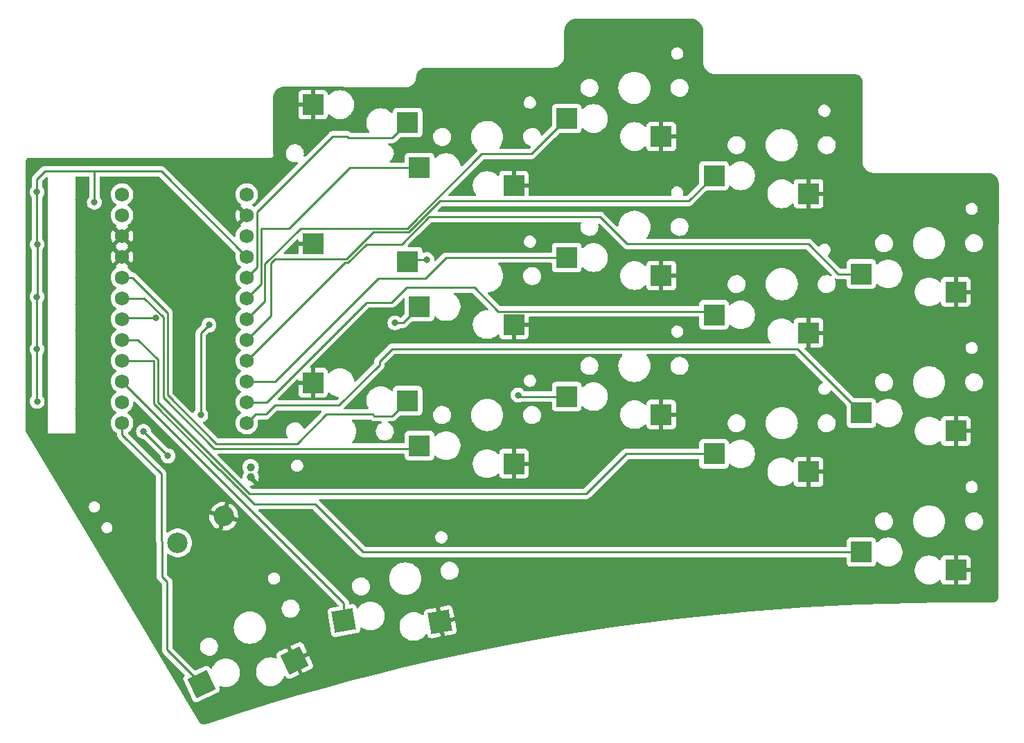
<source format=gbl>
G04 #@! TF.GenerationSoftware,KiCad,Pcbnew,7.0.6*
G04 #@! TF.CreationDate,2024-09-20T23:27:02+02:00*
G04 #@! TF.ProjectId,KoalaKeeb_v0.2_right,4b6f616c-614b-4656-9562-5f76302e325f,rev?*
G04 #@! TF.SameCoordinates,Original*
G04 #@! TF.FileFunction,Copper,L2,Bot*
G04 #@! TF.FilePolarity,Positive*
%FSLAX46Y46*%
G04 Gerber Fmt 4.6, Leading zero omitted, Abs format (unit mm)*
G04 Created by KiCad (PCBNEW 7.0.6) date 2024-09-20 23:27:02*
%MOMM*%
%LPD*%
G01*
G04 APERTURE LIST*
G04 Aperture macros list*
%AMRotRect*
0 Rectangle, with rotation*
0 The origin of the aperture is its center*
0 $1 length*
0 $2 width*
0 $3 Rotation angle, in degrees counterclockwise*
0 Add horizontal line*
21,1,$1,$2,0,0,$3*%
G04 Aperture macros list end*
G04 #@! TA.AperFunction,ComponentPad*
%ADD10C,1.000000*%
G04 #@! TD*
G04 #@! TA.AperFunction,SMDPad,CuDef*
%ADD11R,2.600000X2.600000*%
G04 #@! TD*
G04 #@! TA.AperFunction,SMDPad,CuDef*
%ADD12RotRect,2.600000X2.600000X10.000000*%
G04 #@! TD*
G04 #@! TA.AperFunction,SMDPad,CuDef*
%ADD13RotRect,2.600000X2.600000X25.000000*%
G04 #@! TD*
G04 #@! TA.AperFunction,ComponentPad*
%ADD14C,2.500000*%
G04 #@! TD*
G04 #@! TA.AperFunction,ComponentPad*
%ADD15C,1.752600*%
G04 #@! TD*
G04 #@! TA.AperFunction,ViaPad*
%ADD16C,0.800000*%
G04 #@! TD*
G04 #@! TA.AperFunction,Conductor*
%ADD17C,0.250000*%
G04 #@! TD*
G04 APERTURE END LIST*
D10*
X67096000Y-76375000D03*
X67096000Y-77625000D03*
D11*
X153275000Y-71950000D03*
X141725000Y-69750000D03*
X135275000Y-59950000D03*
X123725000Y-57750000D03*
D12*
X90258452Y-95290908D03*
X78501897Y-95129968D03*
D11*
X117275000Y-69950000D03*
X105725000Y-67750000D03*
X99275000Y-75950000D03*
X87725000Y-73750000D03*
X135275000Y-76950000D03*
X123725000Y-74750000D03*
D13*
X72482737Y-100008457D03*
X61085122Y-102895820D03*
D11*
X99275000Y-41950000D03*
X87725000Y-39750000D03*
X99275000Y-58950000D03*
X87725000Y-56750000D03*
X74725000Y-49050000D03*
X86275000Y-51250000D03*
X74725000Y-32050000D03*
X86275000Y-34250000D03*
D14*
X63814583Y-82375000D03*
X58185417Y-85625000D03*
D15*
X51380000Y-43030000D03*
X51380000Y-45570000D03*
X51380000Y-48110000D03*
X51380000Y-50650000D03*
X51380000Y-53190000D03*
X51380000Y-55730000D03*
X51380000Y-58270000D03*
X51380000Y-60810000D03*
X51380000Y-63350000D03*
X51380000Y-65890000D03*
X51380000Y-68430000D03*
X51380000Y-70970000D03*
X66620000Y-70970000D03*
X66620000Y-68430000D03*
X66620000Y-65890000D03*
X66620000Y-63350000D03*
X66620000Y-60810000D03*
X66620000Y-58270000D03*
X66620000Y-55730000D03*
X66620000Y-53190000D03*
X66620000Y-50650000D03*
X66620000Y-48110000D03*
X66620000Y-45570000D03*
X66620000Y-43030000D03*
D11*
X153275000Y-54950000D03*
X141725000Y-52750000D03*
X117275000Y-35950000D03*
X105725000Y-33750000D03*
X117275000Y-52950000D03*
X105725000Y-50750000D03*
X74725000Y-66050000D03*
X86275000Y-68250000D03*
X153275000Y-88950000D03*
X141725000Y-86750000D03*
X135275000Y-42950000D03*
X123725000Y-40750000D03*
D16*
X84730000Y-58740000D03*
X46990000Y-47640000D03*
X46970000Y-41240000D03*
X41020000Y-68340000D03*
X88650000Y-50990000D03*
X46990000Y-60450000D03*
X40990000Y-61950000D03*
X40980000Y-55540000D03*
X72140000Y-49820000D03*
X41470000Y-72650000D03*
X99780000Y-67560000D03*
X55480000Y-58150000D03*
X46990000Y-66850000D03*
X46990000Y-54060000D03*
X41000000Y-49140000D03*
X40990000Y-42740000D03*
X62000000Y-59000000D03*
X48000000Y-44000000D03*
X54000000Y-72000000D03*
X61000000Y-70000000D03*
X57000000Y-75000000D03*
D17*
X85745000Y-58730000D02*
X87725000Y-56750000D01*
X84740000Y-58730000D02*
X84750000Y-58730000D01*
X84730000Y-58740000D02*
X84740000Y-58730000D01*
X84760000Y-58730000D02*
X84730000Y-58740000D01*
X85745000Y-58730000D02*
X84760000Y-58730000D01*
X40990000Y-68310000D02*
X41020000Y-68340000D01*
X41000000Y-49140000D02*
X41000000Y-55520000D01*
X56160000Y-40190000D02*
X66620000Y-50650000D01*
X40990000Y-49130000D02*
X41000000Y-49140000D01*
X40990000Y-42740000D02*
X40990000Y-49130000D01*
X40990000Y-61950000D02*
X40990000Y-68310000D01*
X40990000Y-42740000D02*
X40990000Y-41160000D01*
X40980000Y-61940000D02*
X40990000Y-61950000D01*
X40980000Y-55540000D02*
X40980000Y-61940000D01*
X41000000Y-55520000D02*
X40980000Y-55540000D01*
X40990000Y-41160000D02*
X41960000Y-40190000D01*
X113134501Y-49089500D02*
X109815001Y-45770000D01*
X78963046Y-51375000D02*
X78595000Y-51375000D01*
X101385500Y-38089500D02*
X95312150Y-38089500D01*
X78776650Y-50925000D02*
X70061396Y-50925000D01*
X88650000Y-50990000D02*
X86535000Y-50990000D01*
X70061396Y-50925000D02*
X69538198Y-51448198D01*
X86422348Y-47615698D02*
X82085952Y-47615698D01*
X79079999Y-36125000D02*
X78854999Y-35900000D01*
X73184302Y-47165698D02*
X68800000Y-51550000D01*
X79204999Y-39750000D02*
X71764999Y-47190000D01*
X85555419Y-49119023D02*
X81219023Y-49119023D01*
X123725000Y-40750000D02*
X120650000Y-43825000D01*
X120650000Y-43825000D02*
X90213046Y-43825000D01*
X135278710Y-49089500D02*
X113134501Y-49089500D01*
X86535000Y-50990000D02*
X86275000Y-51250000D01*
X69538198Y-57891802D02*
X66620000Y-60810000D01*
X77145001Y-35900000D02*
X67840000Y-45205001D01*
X67840000Y-45205001D02*
X67840000Y-51970000D01*
X69538198Y-51448198D02*
X69538198Y-57891802D01*
X90213046Y-43825000D02*
X86422348Y-47615698D01*
X109815001Y-45770000D02*
X88904442Y-45770000D01*
X67840000Y-51970000D02*
X66620000Y-53190000D01*
X68350000Y-54000000D02*
X66620000Y-55730000D01*
X82085952Y-47615698D02*
X78776650Y-50925000D01*
X87725000Y-39750000D02*
X79204999Y-39750000D01*
X141725000Y-52750000D02*
X138939210Y-52750000D01*
X86275000Y-34250000D02*
X84400000Y-36125000D01*
X84400000Y-36125000D02*
X79079999Y-36125000D01*
X81219023Y-49119023D02*
X78963046Y-51375000D01*
X68800000Y-56090000D02*
X66620000Y-58270000D01*
X133885500Y-61910500D02*
X141725000Y-69750000D01*
X66620000Y-70970000D02*
X67679500Y-69910500D01*
X70080000Y-68800000D02*
X77901650Y-68800000D01*
X68800000Y-51550000D02*
X68800000Y-56090000D01*
X78595000Y-51375000D02*
X66620000Y-63350000D01*
X78854999Y-35900000D02*
X77145001Y-35900000D01*
X86235952Y-47165698D02*
X73184302Y-47165698D01*
X105725000Y-33750000D02*
X101385500Y-38089500D01*
X138939210Y-52750000D02*
X135278710Y-49089500D01*
X88904442Y-45770000D02*
X85555419Y-49119023D01*
X71764999Y-47190000D02*
X68350000Y-47190000D01*
X68350000Y-47190000D02*
X68350000Y-54000000D01*
X95312150Y-38089500D02*
X86235952Y-47165698D01*
X67679500Y-69910500D02*
X68969500Y-69910500D01*
X51380000Y-55730000D02*
X54085305Y-55730000D01*
X51380000Y-58270000D02*
X51490000Y-58160000D01*
X72757500Y-73502500D02*
X76349500Y-69910500D01*
X51490000Y-58160000D02*
X55360000Y-58160000D01*
X56250000Y-89750000D02*
X56900000Y-90400000D01*
X56900000Y-90400000D02*
X56900000Y-98710698D01*
X51380000Y-65890000D02*
X78501897Y-93011897D01*
X70064999Y-65890000D02*
X82664999Y-53290000D01*
X78501897Y-93011897D02*
X78501897Y-95129968D01*
X66620000Y-65890000D02*
X70064999Y-65890000D01*
X56900000Y-98710698D02*
X61085122Y-102895820D01*
X56160000Y-85340000D02*
X56250000Y-85430000D01*
X56160000Y-77170000D02*
X56160000Y-85340000D01*
X56420000Y-58064695D02*
X56420000Y-67860000D01*
X82664999Y-53290000D02*
X88476316Y-53290000D01*
X55480000Y-58040000D02*
X55380000Y-58140000D01*
X99780000Y-67560000D02*
X99970000Y-67750000D01*
X55480000Y-58150000D02*
X55480000Y-58040000D01*
X88476316Y-53290000D02*
X91016316Y-50750000D01*
X82840000Y-63861650D02*
X82840000Y-63420000D01*
X56920000Y-57490725D02*
X56920000Y-67540000D01*
X76349500Y-69910500D02*
X82008850Y-69910500D01*
X55370000Y-58150000D02*
X55480000Y-58150000D01*
X99970000Y-67750000D02*
X105725000Y-67750000D01*
X51380000Y-70970000D02*
X51380000Y-72390000D01*
X62649500Y-74089500D02*
X87385500Y-74089500D01*
X56920000Y-67540000D02*
X62882500Y-73502500D01*
X87385500Y-74089500D02*
X87725000Y-73750000D01*
X84400000Y-70125000D02*
X86275000Y-68250000D01*
X82840000Y-63420000D02*
X84349500Y-61910500D01*
X56420000Y-67860000D02*
X62649500Y-74089500D01*
X51380000Y-72390000D02*
X56160000Y-77170000D01*
X54085305Y-55730000D02*
X56420000Y-58064695D01*
X56250000Y-85430000D02*
X56250000Y-89750000D01*
X51380000Y-53190000D02*
X52619275Y-53190000D01*
X91016316Y-50750000D02*
X105725000Y-50750000D01*
X74990000Y-80880000D02*
X80860000Y-86750000D01*
X52619275Y-53190000D02*
X56920000Y-57490725D01*
X82008850Y-69910500D02*
X82223350Y-70125000D01*
X55360000Y-58160000D02*
X55370000Y-58150000D01*
X62882500Y-73502500D02*
X72757500Y-73502500D01*
X77901650Y-68800000D02*
X82840000Y-63861650D01*
X82223350Y-70125000D02*
X84400000Y-70125000D01*
X68969500Y-69910500D02*
X70080000Y-68800000D01*
X84349500Y-61910500D02*
X133885500Y-61910500D01*
X80860000Y-86750000D02*
X141725000Y-86750000D01*
X55750000Y-68453604D02*
X66946396Y-79650000D01*
X63300000Y-76640000D02*
X67540000Y-80880000D01*
X66620000Y-68430000D02*
X69095000Y-68430000D01*
X69095000Y-68430000D02*
X81299100Y-56225900D01*
X66946396Y-79650000D02*
X108100000Y-79650000D01*
X67540000Y-80880000D02*
X74990000Y-80880000D01*
X84324100Y-56225900D02*
X86130000Y-54420000D01*
X55237727Y-68627727D02*
X63250000Y-76640000D01*
X51380000Y-60810000D02*
X53334123Y-60810000D01*
X81299100Y-56225900D02*
X84324100Y-56225900D01*
X51380000Y-63350000D02*
X55237727Y-63350000D01*
X123300000Y-57325000D02*
X123725000Y-57750000D01*
X55750000Y-63225877D02*
X55750000Y-68453604D01*
X63250000Y-76640000D02*
X63300000Y-76640000D01*
X86130000Y-54420000D02*
X94465001Y-54420000D01*
X55237727Y-63350000D02*
X55237727Y-68627727D01*
X94465001Y-54420000D02*
X97370001Y-57325000D01*
X108100000Y-79650000D02*
X113000000Y-74750000D01*
X97370001Y-57325000D02*
X123300000Y-57325000D01*
X53334123Y-60810000D02*
X55750000Y-63225877D01*
X113000000Y-74750000D02*
X123725000Y-74750000D01*
X61000000Y-69000000D02*
X61000000Y-70000000D01*
X54000000Y-72000000D02*
X57000000Y-75000000D01*
X48000000Y-44000000D02*
X48000000Y-40190000D01*
X41960000Y-40190000D02*
X48000000Y-40190000D01*
X48000000Y-40190000D02*
X56160000Y-40190000D01*
X61000000Y-60000000D02*
X61000000Y-69000000D01*
X62000000Y-59000000D02*
X61000000Y-60000000D01*
G04 #@! TA.AperFunction,Conductor*
G36*
X66860505Y-77527455D02*
G01*
X66841102Y-77625000D01*
X66860505Y-77722545D01*
X66901811Y-77784364D01*
X66830127Y-77712680D01*
X66796642Y-77651357D01*
X66801626Y-77581665D01*
X66830127Y-77537318D01*
X66901815Y-77465629D01*
X66860505Y-77527455D01*
G37*
G04 #@! TD.AperFunction*
G04 #@! TA.AperFunction,Conductor*
G36*
X67061571Y-77376950D02*
G01*
X66998455Y-77389505D01*
X66936629Y-77430815D01*
X66955398Y-77412047D01*
X67016721Y-77378562D01*
X67055228Y-77376325D01*
X67061571Y-77376950D01*
G37*
G04 #@! TD.AperFunction*
G04 #@! TA.AperFunction,Conductor*
G36*
X67205409Y-77389343D02*
G01*
X67236600Y-77412047D01*
X67255364Y-77430811D01*
X67193545Y-77389505D01*
X67130428Y-77376950D01*
X67136766Y-77376325D01*
X67205409Y-77389343D01*
G37*
G04 #@! TD.AperFunction*
G04 #@! TA.AperFunction,Conductor*
G36*
X72844334Y-48492770D02*
G01*
X72900267Y-48534642D01*
X72924684Y-48600106D01*
X72925000Y-48608952D01*
X72925000Y-48800000D01*
X74851000Y-48800000D01*
X74918039Y-48819685D01*
X74963794Y-48872489D01*
X74975000Y-48924000D01*
X74975000Y-49176000D01*
X74955315Y-49243039D01*
X74902511Y-49288794D01*
X74851000Y-49300000D01*
X72925000Y-49300000D01*
X72925000Y-50175500D01*
X72905315Y-50242539D01*
X72852511Y-50288294D01*
X72801000Y-50299500D01*
X71234452Y-50299500D01*
X71167413Y-50279815D01*
X71121658Y-50227011D01*
X71111714Y-50157853D01*
X71140739Y-50094297D01*
X71146771Y-50087819D01*
X72181948Y-49052642D01*
X72713320Y-48521270D01*
X72774642Y-48487786D01*
X72844334Y-48492770D01*
G37*
G04 #@! TD.AperFunction*
G04 #@! TA.AperFunction,Conductor*
G36*
X120916176Y-21530260D02*
G01*
X120983443Y-21535070D01*
X121130646Y-21546656D01*
X121138957Y-21547881D01*
X121233414Y-21568427D01*
X121350252Y-21596478D01*
X121357451Y-21598675D01*
X121389869Y-21610765D01*
X121453438Y-21634474D01*
X121489970Y-21649607D01*
X121559946Y-21678593D01*
X121565935Y-21681459D01*
X121616856Y-21709262D01*
X121656635Y-21730982D01*
X121659309Y-21732530D01*
X121755014Y-21791178D01*
X121759773Y-21794407D01*
X121843204Y-21856862D01*
X121846298Y-21859338D01*
X121931099Y-21931764D01*
X121934658Y-21935053D01*
X122008502Y-22008896D01*
X122011799Y-22012463D01*
X122084279Y-22097326D01*
X122086768Y-22100437D01*
X122149129Y-22183741D01*
X122152362Y-22188504D01*
X122211137Y-22284417D01*
X122212689Y-22287099D01*
X122262071Y-22377534D01*
X122264938Y-22383526D01*
X122309267Y-22490544D01*
X122344862Y-22585979D01*
X122347060Y-22593179D01*
X122375368Y-22711089D01*
X122395675Y-22804442D01*
X122396903Y-22812765D01*
X122408779Y-22963657D01*
X122413312Y-23027029D01*
X122413470Y-23031453D01*
X122413470Y-26788432D01*
X122411308Y-26795792D01*
X122413279Y-26820827D01*
X122413470Y-26825694D01*
X122413470Y-26841808D01*
X122413497Y-26842081D01*
X122413497Y-26936920D01*
X122428244Y-27039492D01*
X122427588Y-27044054D01*
X122430186Y-27054878D01*
X122431269Y-27060531D01*
X122432920Y-27072014D01*
X122433359Y-27075973D01*
X122438348Y-27139359D01*
X122445996Y-27156024D01*
X122477959Y-27264878D01*
X122477959Y-27270372D01*
X122482228Y-27280678D01*
X122484437Y-27286942D01*
X122492018Y-27312760D01*
X122492810Y-27315732D01*
X122502968Y-27358044D01*
X122512347Y-27372466D01*
X122548119Y-27450796D01*
X122560254Y-27477368D01*
X122561219Y-27484086D01*
X122567499Y-27494333D01*
X122571034Y-27500975D01*
X122584897Y-27531330D01*
X122594169Y-27551633D01*
X122596357Y-27556211D01*
X122599816Y-27564563D01*
X122610360Y-27576513D01*
X122673156Y-27674227D01*
X122675439Y-27682002D01*
X122683667Y-27691636D01*
X122688685Y-27698391D01*
X122709704Y-27731098D01*
X122709712Y-27731109D01*
X122712878Y-27734763D01*
X122724887Y-27751169D01*
X122726739Y-27754192D01*
X122737838Y-27763569D01*
X122814110Y-27851594D01*
X122817994Y-27860100D01*
X122824326Y-27865508D01*
X122837507Y-27878595D01*
X122850260Y-27893313D01*
X122850262Y-27893314D01*
X122850264Y-27893317D01*
X122864975Y-27906064D01*
X122878061Y-27919244D01*
X122880941Y-27922616D01*
X122891969Y-27929455D01*
X122979949Y-28005691D01*
X122985632Y-28014534D01*
X122992376Y-28018667D01*
X123008788Y-28030681D01*
X123012472Y-28033873D01*
X123037617Y-28050033D01*
X123045216Y-28054917D01*
X123051968Y-28059934D01*
X123059036Y-28065970D01*
X123069395Y-28070456D01*
X123081467Y-28078215D01*
X123166959Y-28133159D01*
X123174535Y-28141902D01*
X123187286Y-28147184D01*
X123192256Y-28149561D01*
X123193030Y-28149914D01*
X123193031Y-28149915D01*
X123242714Y-28172605D01*
X123249341Y-28176133D01*
X123257195Y-28180946D01*
X123266376Y-28183411D01*
X123370962Y-28231175D01*
X123380428Y-28239379D01*
X123427479Y-28250674D01*
X123430456Y-28251467D01*
X123456814Y-28259207D01*
X123463064Y-28261413D01*
X123471367Y-28264852D01*
X123479108Y-28265754D01*
X123587381Y-28297548D01*
X123598639Y-28304783D01*
X123667242Y-28310184D01*
X123671203Y-28310624D01*
X123683290Y-28312362D01*
X123688941Y-28313444D01*
X123698313Y-28315694D01*
X123705036Y-28315489D01*
X123806653Y-28330101D01*
X123912670Y-28330101D01*
X123913870Y-28330102D01*
X123913871Y-28330103D01*
X123914466Y-28330103D01*
X123917968Y-28330106D01*
X123922790Y-28330297D01*
X123947123Y-28332212D01*
X123958803Y-28330129D01*
X140990612Y-28340100D01*
X140997255Y-28340462D01*
X141029389Y-28343964D01*
X141167201Y-28360934D01*
X141189094Y-28365671D01*
X141250765Y-28384986D01*
X141347459Y-28419771D01*
X141364756Y-28427534D01*
X141403726Y-28448748D01*
X141427137Y-28461492D01*
X141430851Y-28463684D01*
X141514859Y-28517311D01*
X141521116Y-28521880D01*
X141580981Y-28571638D01*
X141585429Y-28575717D01*
X141654512Y-28645571D01*
X141658544Y-28650066D01*
X141707174Y-28709912D01*
X141707581Y-28710412D01*
X141712096Y-28716740D01*
X141764883Y-28801495D01*
X141767036Y-28805236D01*
X141800187Y-28867777D01*
X141807763Y-28885169D01*
X141841633Y-28982709D01*
X141860114Y-29044093D01*
X141864610Y-29066056D01*
X141880257Y-29205928D01*
X141883230Y-29236326D01*
X141883524Y-29242363D01*
X141883470Y-38967047D01*
X141880093Y-38978546D01*
X141883195Y-39011407D01*
X141883470Y-39017237D01*
X141883470Y-39019106D01*
X141883466Y-39019107D01*
X141883470Y-39019599D01*
X141883470Y-39030486D01*
X141883579Y-39031562D01*
X141884241Y-39127752D01*
X141901083Y-39229778D01*
X141900356Y-39235706D01*
X141903782Y-39248191D01*
X141905165Y-39254501D01*
X141911040Y-39290088D01*
X141919471Y-39341163D01*
X141958341Y-39458476D01*
X141958567Y-39465053D01*
X141963486Y-39475460D01*
X141966290Y-39482465D01*
X141976167Y-39512279D01*
X141977102Y-39515369D01*
X141986651Y-39550163D01*
X141996622Y-39564163D01*
X142051555Y-39670638D01*
X142053038Y-39678321D01*
X142059729Y-39687788D01*
X142064204Y-39695156D01*
X142086674Y-39738708D01*
X142090094Y-39744229D01*
X142093441Y-39750383D01*
X142095410Y-39754549D01*
X142106560Y-39765829D01*
X142178026Y-39863300D01*
X142181130Y-39871883D01*
X142185954Y-39876672D01*
X142198591Y-39891349D01*
X142214569Y-39913141D01*
X142214571Y-39913143D01*
X142214572Y-39913144D01*
X142221828Y-39920348D01*
X142235722Y-39936771D01*
X142236718Y-39938180D01*
X142248320Y-39946649D01*
X142334278Y-40031988D01*
X142339276Y-40041063D01*
X142344268Y-40044538D01*
X142360796Y-40058316D01*
X142367687Y-40065157D01*
X142368066Y-40065533D01*
X142368070Y-40065535D01*
X142368069Y-40065535D01*
X142389992Y-40081367D01*
X142404760Y-40093897D01*
X142406847Y-40095969D01*
X142418176Y-40101720D01*
X142510947Y-40168714D01*
X142516068Y-40172412D01*
X142523107Y-40181486D01*
X142531611Y-40185431D01*
X142537792Y-40188734D01*
X142543415Y-40192161D01*
X142543421Y-40192165D01*
X142571992Y-40206645D01*
X142587209Y-40214357D01*
X142594608Y-40218778D01*
X142601408Y-40223510D01*
X142611848Y-40226844D01*
X142718486Y-40280888D01*
X142727584Y-40289445D01*
X142767231Y-40300017D01*
X142770321Y-40300927D01*
X142783152Y-40305076D01*
X142800658Y-40310737D01*
X142807678Y-40313488D01*
X142815659Y-40317190D01*
X142824882Y-40318569D01*
X142942162Y-40356490D01*
X143029129Y-40370201D01*
X143035450Y-40371539D01*
X143045786Y-40374295D01*
X143054421Y-40374189D01*
X143155821Y-40390176D01*
X143155828Y-40390175D01*
X143155829Y-40390176D01*
X143184657Y-40390166D01*
X143263937Y-40390139D01*
X143264431Y-40390144D01*
X143268176Y-40390184D01*
X143272867Y-40390413D01*
X143306403Y-40393333D01*
X143321628Y-40390757D01*
X145106184Y-40409911D01*
X145107433Y-40410103D01*
X145123983Y-40410103D01*
X145124063Y-40410104D01*
X145124063Y-40410103D01*
X145147089Y-40410392D01*
X145148407Y-40410134D01*
X157262215Y-40425871D01*
X157262444Y-40425939D01*
X157311545Y-40425939D01*
X157316416Y-40426131D01*
X157332177Y-40427372D01*
X157371236Y-40430448D01*
X157500610Y-40441771D01*
X157518734Y-40444724D01*
X157595994Y-40463277D01*
X157699101Y-40490907D01*
X157706755Y-40493505D01*
X157789897Y-40527948D01*
X157821360Y-40542620D01*
X157882258Y-40571019D01*
X157888456Y-40574350D01*
X157922132Y-40594988D01*
X157965776Y-40621736D01*
X157968909Y-40623790D01*
X158049688Y-40680354D01*
X158054384Y-40683991D01*
X158123985Y-40743441D01*
X158127551Y-40746738D01*
X158196801Y-40815989D01*
X158200091Y-40819548D01*
X158259640Y-40889275D01*
X158263284Y-40893982D01*
X158319593Y-40974403D01*
X158321670Y-40977570D01*
X158369310Y-41055314D01*
X158372636Y-41061505D01*
X158381719Y-41080982D01*
X158415314Y-41153028D01*
X158450123Y-41237067D01*
X158452732Y-41244753D01*
X158479854Y-41345969D01*
X158498865Y-41425161D01*
X158501819Y-41443297D01*
X158512553Y-41565967D01*
X158517428Y-41627918D01*
X158517619Y-41632808D01*
X158513470Y-51829503D01*
X158513470Y-59029504D01*
X158509505Y-92005409D01*
X158506208Y-92016629D01*
X158509187Y-92046853D01*
X158509486Y-92053230D01*
X158509343Y-92083397D01*
X158506761Y-92214716D01*
X158503969Y-92238555D01*
X158491530Y-92295921D01*
X158490881Y-92298620D01*
X158466553Y-92390698D01*
X158459771Y-92409852D01*
X158432599Y-92470316D01*
X158430547Y-92474460D01*
X158385797Y-92556974D01*
X158381346Y-92564010D01*
X158337997Y-92623319D01*
X158333909Y-92628340D01*
X158271937Y-92696817D01*
X158267347Y-92701386D01*
X158212593Y-92750466D01*
X158206036Y-92755594D01*
X158128558Y-92808214D01*
X158124636Y-92810669D01*
X158066943Y-92843854D01*
X158048561Y-92852507D01*
X157959931Y-92885661D01*
X157957310Y-92886576D01*
X157900862Y-92904856D01*
X157877419Y-92910006D01*
X157749166Y-92925383D01*
X157716874Y-92928765D01*
X157710410Y-92929103D01*
X157665144Y-92929103D01*
X157662514Y-92929391D01*
X153014046Y-92955503D01*
X151357016Y-92955503D01*
X148043327Y-92993492D01*
X144730290Y-93069465D01*
X141418342Y-93183411D01*
X138107918Y-93335317D01*
X134799453Y-93525162D01*
X131493382Y-93752921D01*
X128190138Y-94018564D01*
X124890157Y-94322057D01*
X121593872Y-94663359D01*
X118301716Y-95042425D01*
X115014122Y-95459206D01*
X111731521Y-95913647D01*
X108454346Y-96405688D01*
X105183026Y-96935265D01*
X101917993Y-97502307D01*
X98659674Y-98106741D01*
X95408498Y-98748487D01*
X92164892Y-99427461D01*
X88929283Y-100143573D01*
X85702096Y-100896730D01*
X82483755Y-101686831D01*
X79274682Y-102513775D01*
X76075300Y-103377451D01*
X72886029Y-104277746D01*
X69707287Y-105214543D01*
X66539494Y-106187717D01*
X63383065Y-107197142D01*
X61847840Y-107707578D01*
X61832269Y-107708129D01*
X61820389Y-107714625D01*
X61800200Y-107723433D01*
X61784482Y-107728684D01*
X61783139Y-107730118D01*
X61766634Y-107738252D01*
X61657075Y-107782472D01*
X61634556Y-107789162D01*
X61578714Y-107800126D01*
X61575553Y-107800663D01*
X61478195Y-107814600D01*
X61458994Y-107815840D01*
X61394047Y-107814987D01*
X61388709Y-107814687D01*
X61292452Y-107805091D01*
X61285056Y-107803899D01*
X61215353Y-107788300D01*
X61208158Y-107786227D01*
X61117181Y-107753954D01*
X61112219Y-107751949D01*
X61052816Y-107724908D01*
X61035985Y-107715608D01*
X60954476Y-107661923D01*
X60951855Y-107660099D01*
X60904359Y-107625160D01*
X60887549Y-107610270D01*
X60831295Y-107550505D01*
X60777602Y-107490452D01*
X60773589Y-107485468D01*
X60766644Y-107475869D01*
X60763630Y-107471291D01*
X46686347Y-83867772D01*
X48857057Y-83867772D01*
X48896313Y-84027042D01*
X48972550Y-84172299D01*
X49081323Y-84295078D01*
X49081325Y-84295080D01*
X49081328Y-84295083D01*
X49216328Y-84388267D01*
X49216329Y-84388267D01*
X49216331Y-84388269D01*
X49369712Y-84446439D01*
X49400208Y-84450142D01*
X49491697Y-84461251D01*
X49491700Y-84461251D01*
X49573417Y-84461251D01*
X49646606Y-84452363D01*
X49695402Y-84446439D01*
X49848783Y-84388269D01*
X49983786Y-84295083D01*
X50092565Y-84172297D01*
X50168799Y-84027046D01*
X50208057Y-83867772D01*
X50208057Y-83703730D01*
X50174760Y-83568639D01*
X50168800Y-83544459D01*
X50168799Y-83544458D01*
X50168799Y-83544456D01*
X50092565Y-83399205D01*
X50092563Y-83399203D01*
X50092563Y-83399202D01*
X49983790Y-83276423D01*
X49983788Y-83276421D01*
X49983786Y-83276419D01*
X49848784Y-83183234D01*
X49848786Y-83183234D01*
X49695402Y-83125063D01*
X49695400Y-83125062D01*
X49573417Y-83110251D01*
X49573414Y-83110251D01*
X49491700Y-83110251D01*
X49491697Y-83110251D01*
X49369713Y-83125062D01*
X49369711Y-83125063D01*
X49216328Y-83183234D01*
X49081330Y-83276417D01*
X49081323Y-83276423D01*
X48972550Y-83399202D01*
X48896313Y-83544459D01*
X48857057Y-83703729D01*
X48857057Y-83867772D01*
X46686347Y-83867772D01*
X45152687Y-81296270D01*
X47311943Y-81296270D01*
X47351199Y-81455540D01*
X47351200Y-81455543D01*
X47351201Y-81455544D01*
X47380390Y-81511159D01*
X47427436Y-81600797D01*
X47536209Y-81723576D01*
X47536211Y-81723578D01*
X47536214Y-81723581D01*
X47671214Y-81816765D01*
X47671215Y-81816765D01*
X47671217Y-81816767D01*
X47824598Y-81874937D01*
X47855094Y-81878640D01*
X47946583Y-81889749D01*
X47946586Y-81889749D01*
X48028303Y-81889749D01*
X48101492Y-81880861D01*
X48150288Y-81874937D01*
X48303669Y-81816767D01*
X48438672Y-81723581D01*
X48547451Y-81600795D01*
X48623685Y-81455544D01*
X48662943Y-81296270D01*
X48662943Y-81132228D01*
X48631081Y-81002959D01*
X48623686Y-80972957D01*
X48623685Y-80972956D01*
X48623685Y-80972954D01*
X48547451Y-80827703D01*
X48547449Y-80827701D01*
X48547449Y-80827700D01*
X48438676Y-80704921D01*
X48438674Y-80704919D01*
X48438672Y-80704917D01*
X48303670Y-80611732D01*
X48303672Y-80611732D01*
X48150288Y-80553561D01*
X48150286Y-80553560D01*
X48028303Y-80538749D01*
X48028300Y-80538749D01*
X47946586Y-80538749D01*
X47946583Y-80538749D01*
X47824599Y-80553560D01*
X47824597Y-80553561D01*
X47671214Y-80611732D01*
X47536216Y-80704915D01*
X47536209Y-80704921D01*
X47427436Y-80827700D01*
X47351199Y-80972957D01*
X47311943Y-81132227D01*
X47311943Y-81296270D01*
X45152687Y-81296270D01*
X39864385Y-72429322D01*
X39624338Y-72019630D01*
X39616248Y-72003126D01*
X39616034Y-72002594D01*
X39615126Y-72000331D01*
X39614830Y-71999500D01*
X39590781Y-71931911D01*
X39588690Y-71924670D01*
X39583520Y-71901563D01*
X39582329Y-71894154D01*
X39575215Y-71822213D01*
X39574620Y-71811909D01*
X39574535Y-71806860D01*
X39575357Y-71772635D01*
X39574470Y-71761588D01*
X39574470Y-55540000D01*
X40074540Y-55540000D01*
X40094326Y-55728256D01*
X40094327Y-55728259D01*
X40152818Y-55908277D01*
X40152821Y-55908284D01*
X40247467Y-56072216D01*
X40280297Y-56108677D01*
X40322650Y-56155715D01*
X40352880Y-56218706D01*
X40354500Y-56238687D01*
X40354500Y-61262419D01*
X40334815Y-61329458D01*
X40322650Y-61345391D01*
X40257466Y-61417785D01*
X40162821Y-61581715D01*
X40162818Y-61581722D01*
X40110222Y-61743598D01*
X40104326Y-61761744D01*
X40084540Y-61950000D01*
X40104326Y-62138256D01*
X40104327Y-62138259D01*
X40162818Y-62318277D01*
X40162821Y-62318284D01*
X40257467Y-62482216D01*
X40300772Y-62530310D01*
X40332650Y-62565715D01*
X40362880Y-62628706D01*
X40364500Y-62648687D01*
X40364500Y-67674631D01*
X40344815Y-67741670D01*
X40332650Y-67757603D01*
X40287466Y-67807785D01*
X40192821Y-67971715D01*
X40192818Y-67971722D01*
X40134327Y-68151740D01*
X40134326Y-68151744D01*
X40114540Y-68340000D01*
X40134326Y-68528256D01*
X40134327Y-68528259D01*
X40192818Y-68708277D01*
X40192821Y-68708284D01*
X40287467Y-68872216D01*
X40378072Y-68972843D01*
X40414129Y-69012888D01*
X40567265Y-69124148D01*
X40567270Y-69124151D01*
X40740192Y-69201142D01*
X40740197Y-69201144D01*
X40925354Y-69240500D01*
X40925355Y-69240500D01*
X41114644Y-69240500D01*
X41114646Y-69240500D01*
X41299803Y-69201144D01*
X41472730Y-69124151D01*
X41625871Y-69012888D01*
X41752533Y-68872216D01*
X41847179Y-68708284D01*
X41905674Y-68528256D01*
X41925460Y-68340000D01*
X41905674Y-68151744D01*
X41847179Y-67971716D01*
X41752533Y-67807784D01*
X41747024Y-67801666D01*
X41647350Y-67690965D01*
X41617120Y-67627973D01*
X41615500Y-67607993D01*
X41615500Y-62648687D01*
X41635185Y-62581648D01*
X41647350Y-62565715D01*
X41678935Y-62530636D01*
X41722533Y-62482216D01*
X41817179Y-62318284D01*
X41875674Y-62138256D01*
X41895460Y-61950000D01*
X41875674Y-61761744D01*
X41817179Y-61581716D01*
X41722533Y-61417784D01*
X41706915Y-61400438D01*
X41637350Y-61323178D01*
X41607120Y-61260186D01*
X41605500Y-61240206D01*
X41605500Y-56238687D01*
X41625185Y-56171648D01*
X41637350Y-56155715D01*
X41658555Y-56132164D01*
X41712533Y-56072216D01*
X41807179Y-55908284D01*
X41865674Y-55728256D01*
X41885460Y-55540000D01*
X41865674Y-55351744D01*
X41807179Y-55171716D01*
X41712533Y-55007784D01*
X41657350Y-54946497D01*
X41627120Y-54883506D01*
X41625500Y-54863525D01*
X41625500Y-49838687D01*
X41645185Y-49771648D01*
X41657350Y-49755715D01*
X41685416Y-49724544D01*
X41732533Y-49672216D01*
X41827179Y-49508284D01*
X41885674Y-49328256D01*
X41905460Y-49140000D01*
X41885674Y-48951744D01*
X41827179Y-48771716D01*
X41732533Y-48607784D01*
X41711703Y-48584650D01*
X41647350Y-48513178D01*
X41617120Y-48450186D01*
X41615500Y-48430206D01*
X41615500Y-43438687D01*
X41635185Y-43371648D01*
X41647350Y-43355715D01*
X41678344Y-43321292D01*
X41722533Y-43272216D01*
X41817179Y-43108284D01*
X41875674Y-42928256D01*
X41895460Y-42740000D01*
X41875674Y-42551744D01*
X41817179Y-42371716D01*
X41722533Y-42207784D01*
X41647348Y-42124283D01*
X41617119Y-42061293D01*
X41615499Y-42041323D01*
X41615499Y-41470451D01*
X41635184Y-41403413D01*
X41651818Y-41382771D01*
X41762013Y-41272576D01*
X42087820Y-40946770D01*
X42149142Y-40913286D01*
X42218834Y-40918270D01*
X42274767Y-40960142D01*
X42299184Y-41025606D01*
X42299500Y-41034452D01*
X42299500Y-43475467D01*
X42299416Y-43475889D01*
X42299459Y-43500001D01*
X42299500Y-43500099D01*
X42299617Y-43500383D01*
X42311573Y-43512345D01*
X42345043Y-43573676D01*
X42340042Y-43643366D01*
X42311533Y-43687706D01*
X42299616Y-43699617D01*
X42299459Y-43699999D01*
X42299476Y-43724616D01*
X42299471Y-43724616D01*
X42299500Y-43724759D01*
X42299500Y-46675467D01*
X42299416Y-46675889D01*
X42299459Y-46700001D01*
X42299500Y-46700099D01*
X42299617Y-46700383D01*
X42311573Y-46712345D01*
X42345043Y-46773676D01*
X42340042Y-46843366D01*
X42311533Y-46887706D01*
X42299616Y-46899617D01*
X42299459Y-46899999D01*
X42299476Y-46924616D01*
X42299471Y-46924616D01*
X42299500Y-46924759D01*
X42299500Y-49875467D01*
X42299416Y-49875889D01*
X42299459Y-49900001D01*
X42299500Y-49900099D01*
X42299617Y-49900383D01*
X42311573Y-49912345D01*
X42345043Y-49973676D01*
X42340042Y-50043366D01*
X42311533Y-50087706D01*
X42299616Y-50099617D01*
X42299459Y-50099999D01*
X42299476Y-50124616D01*
X42299471Y-50124616D01*
X42299500Y-50124759D01*
X42299500Y-53075467D01*
X42299416Y-53075889D01*
X42299459Y-53100001D01*
X42299500Y-53100099D01*
X42299617Y-53100383D01*
X42311573Y-53112345D01*
X42345043Y-53173676D01*
X42340042Y-53243366D01*
X42311533Y-53287706D01*
X42299616Y-53299617D01*
X42299459Y-53299999D01*
X42299476Y-53324616D01*
X42299471Y-53324616D01*
X42299500Y-53324759D01*
X42299500Y-56275467D01*
X42299416Y-56275889D01*
X42299459Y-56300001D01*
X42299500Y-56300099D01*
X42299617Y-56300383D01*
X42311573Y-56312345D01*
X42345043Y-56373676D01*
X42340042Y-56443366D01*
X42311533Y-56487706D01*
X42299616Y-56499617D01*
X42299459Y-56499999D01*
X42299476Y-56524616D01*
X42299471Y-56524616D01*
X42299500Y-56524759D01*
X42299500Y-59475467D01*
X42299416Y-59475889D01*
X42299459Y-59500001D01*
X42299500Y-59500099D01*
X42299617Y-59500383D01*
X42311573Y-59512345D01*
X42345043Y-59573676D01*
X42340042Y-59643366D01*
X42311533Y-59687706D01*
X42299616Y-59699617D01*
X42299459Y-59699999D01*
X42299476Y-59724616D01*
X42299471Y-59724616D01*
X42299500Y-59724759D01*
X42299500Y-62675467D01*
X42299416Y-62675889D01*
X42299459Y-62700001D01*
X42299500Y-62700099D01*
X42299617Y-62700383D01*
X42311573Y-62712345D01*
X42345043Y-62773676D01*
X42340042Y-62843366D01*
X42311533Y-62887706D01*
X42299616Y-62899617D01*
X42299459Y-62899999D01*
X42299476Y-62924616D01*
X42299471Y-62924616D01*
X42299500Y-62924759D01*
X42299500Y-65875467D01*
X42299416Y-65875889D01*
X42299459Y-65900001D01*
X42299500Y-65900099D01*
X42299617Y-65900383D01*
X42311573Y-65912345D01*
X42345043Y-65973676D01*
X42340042Y-66043366D01*
X42311533Y-66087706D01*
X42299616Y-66099617D01*
X42299459Y-66099999D01*
X42299476Y-66124616D01*
X42299471Y-66124616D01*
X42299500Y-66124759D01*
X42299500Y-69075467D01*
X42299416Y-69075889D01*
X42299459Y-69100001D01*
X42299500Y-69100099D01*
X42299617Y-69100383D01*
X42311573Y-69112345D01*
X42345043Y-69173676D01*
X42340042Y-69243366D01*
X42311533Y-69287706D01*
X42299616Y-69299617D01*
X42299459Y-69299999D01*
X42299476Y-69324616D01*
X42299471Y-69324616D01*
X42299500Y-69324759D01*
X42299500Y-72275467D01*
X42299416Y-72275889D01*
X42299459Y-72300001D01*
X42299500Y-72300099D01*
X42299616Y-72300382D01*
X42299618Y-72300384D01*
X42299808Y-72300462D01*
X42300000Y-72300541D01*
X42300002Y-72300539D01*
X42324616Y-72300524D01*
X42324616Y-72300528D01*
X42324760Y-72300500D01*
X45675240Y-72300500D01*
X45675383Y-72300528D01*
X45675384Y-72300524D01*
X45699997Y-72300539D01*
X45700000Y-72300541D01*
X45700383Y-72300383D01*
X45700500Y-72300099D01*
X45700541Y-72300000D01*
X45700540Y-72299997D01*
X45700583Y-72275889D01*
X45700500Y-72275467D01*
X45700500Y-69324759D01*
X45700528Y-69324616D01*
X45700524Y-69324616D01*
X45700539Y-69300002D01*
X45700541Y-69300000D01*
X45700383Y-69299617D01*
X45700383Y-69299616D01*
X45688468Y-69287707D01*
X45654968Y-69226392D01*
X45659936Y-69156699D01*
X45688427Y-69112343D01*
X45700377Y-69100385D01*
X45700383Y-69100383D01*
X45700500Y-69100099D01*
X45700541Y-69100000D01*
X45700540Y-69099997D01*
X45700583Y-69075889D01*
X45700500Y-69075467D01*
X45700500Y-66124759D01*
X45700528Y-66124616D01*
X45700524Y-66124616D01*
X45700539Y-66100002D01*
X45700541Y-66100000D01*
X45700383Y-66099617D01*
X45700383Y-66099616D01*
X45688468Y-66087707D01*
X45654968Y-66026392D01*
X45659936Y-65956699D01*
X45688427Y-65912343D01*
X45700377Y-65900385D01*
X45700383Y-65900383D01*
X45700500Y-65900099D01*
X45700541Y-65900000D01*
X45700540Y-65899997D01*
X45700583Y-65875889D01*
X45700500Y-65875467D01*
X45700500Y-62924759D01*
X45700528Y-62924616D01*
X45700524Y-62924616D01*
X45700539Y-62900002D01*
X45700541Y-62900000D01*
X45700383Y-62899617D01*
X45700383Y-62899616D01*
X45688468Y-62887707D01*
X45654968Y-62826392D01*
X45659936Y-62756699D01*
X45688427Y-62712343D01*
X45700377Y-62700385D01*
X45700383Y-62700383D01*
X45700500Y-62700099D01*
X45700541Y-62700000D01*
X45700540Y-62699997D01*
X45700583Y-62675889D01*
X45700500Y-62675467D01*
X45700500Y-59724759D01*
X45700528Y-59724616D01*
X45700524Y-59724616D01*
X45700539Y-59700002D01*
X45700541Y-59700000D01*
X45700383Y-59699617D01*
X45700383Y-59699616D01*
X45688468Y-59687707D01*
X45654968Y-59626392D01*
X45659936Y-59556699D01*
X45688427Y-59512343D01*
X45700377Y-59500385D01*
X45700383Y-59500383D01*
X45700500Y-59500099D01*
X45700541Y-59500000D01*
X45700540Y-59499997D01*
X45700583Y-59475889D01*
X45700500Y-59475467D01*
X45700500Y-56524759D01*
X45700528Y-56524616D01*
X45700524Y-56524616D01*
X45700539Y-56500002D01*
X45700541Y-56500000D01*
X45700383Y-56499617D01*
X45700383Y-56499616D01*
X45688468Y-56487707D01*
X45654968Y-56426392D01*
X45659936Y-56356699D01*
X45688427Y-56312343D01*
X45700377Y-56300385D01*
X45700383Y-56300383D01*
X45700500Y-56300099D01*
X45700541Y-56300000D01*
X45700540Y-56299997D01*
X45700583Y-56275889D01*
X45700500Y-56275467D01*
X45700500Y-53324759D01*
X45700528Y-53324616D01*
X45700524Y-53324616D01*
X45700539Y-53300002D01*
X45700541Y-53300000D01*
X45700383Y-53299617D01*
X45700383Y-53299616D01*
X45688468Y-53287707D01*
X45654968Y-53226392D01*
X45659936Y-53156699D01*
X45688427Y-53112343D01*
X45700377Y-53100385D01*
X45700383Y-53100383D01*
X45700500Y-53100099D01*
X45700541Y-53100000D01*
X45700540Y-53099997D01*
X45700583Y-53075889D01*
X45700500Y-53075467D01*
X45700500Y-50124759D01*
X45700528Y-50124616D01*
X45700524Y-50124616D01*
X45700539Y-50100002D01*
X45700541Y-50100000D01*
X45700383Y-50099617D01*
X45700383Y-50099616D01*
X45688468Y-50087707D01*
X45654968Y-50026392D01*
X45659936Y-49956699D01*
X45688427Y-49912343D01*
X45700377Y-49900385D01*
X45700383Y-49900383D01*
X45700500Y-49900099D01*
X45700541Y-49900000D01*
X45700540Y-49899997D01*
X45700583Y-49875889D01*
X45700500Y-49875467D01*
X45700500Y-46924759D01*
X45700528Y-46924616D01*
X45700524Y-46924616D01*
X45700539Y-46900002D01*
X45700541Y-46900000D01*
X45700383Y-46899617D01*
X45700383Y-46899616D01*
X45688468Y-46887707D01*
X45654968Y-46826392D01*
X45659936Y-46756699D01*
X45688427Y-46712343D01*
X45700377Y-46700385D01*
X45700383Y-46700383D01*
X45700500Y-46700099D01*
X45700541Y-46700000D01*
X45700540Y-46699997D01*
X45700583Y-46675889D01*
X45700500Y-46675467D01*
X45700500Y-43724759D01*
X45700528Y-43724616D01*
X45700524Y-43724616D01*
X45700539Y-43700002D01*
X45700541Y-43700000D01*
X45700383Y-43699617D01*
X45700383Y-43699616D01*
X45688468Y-43687707D01*
X45654968Y-43626392D01*
X45659936Y-43556699D01*
X45688427Y-43512343D01*
X45700377Y-43500385D01*
X45700383Y-43500383D01*
X45700500Y-43500099D01*
X45700541Y-43500000D01*
X45700540Y-43499997D01*
X45700583Y-43475889D01*
X45700500Y-43475467D01*
X45700500Y-40939500D01*
X45720185Y-40872461D01*
X45772989Y-40826706D01*
X45824500Y-40815500D01*
X47250500Y-40815500D01*
X47317539Y-40835185D01*
X47363294Y-40887989D01*
X47374499Y-40939499D01*
X47374499Y-42121682D01*
X47374499Y-43301312D01*
X47354814Y-43368352D01*
X47342649Y-43384284D01*
X47267470Y-43467778D01*
X47267465Y-43467785D01*
X47172821Y-43631715D01*
X47172818Y-43631722D01*
X47142589Y-43724759D01*
X47114326Y-43811744D01*
X47094540Y-44000000D01*
X47114326Y-44188256D01*
X47114327Y-44188259D01*
X47172818Y-44368277D01*
X47172821Y-44368284D01*
X47267467Y-44532216D01*
X47353192Y-44627423D01*
X47394129Y-44672888D01*
X47547265Y-44784148D01*
X47547270Y-44784151D01*
X47720192Y-44861142D01*
X47720197Y-44861144D01*
X47905354Y-44900500D01*
X47905355Y-44900500D01*
X48094644Y-44900500D01*
X48094646Y-44900500D01*
X48279803Y-44861144D01*
X48452730Y-44784151D01*
X48605871Y-44672888D01*
X48732533Y-44532216D01*
X48827179Y-44368284D01*
X48885674Y-44188256D01*
X48905460Y-44000000D01*
X48885674Y-43811744D01*
X48827179Y-43631716D01*
X48732533Y-43467784D01*
X48663475Y-43391087D01*
X48657350Y-43384284D01*
X48627120Y-43321292D01*
X48625500Y-43301312D01*
X48625500Y-40939500D01*
X48645185Y-40872461D01*
X48697989Y-40826706D01*
X48749500Y-40815500D01*
X55849548Y-40815500D01*
X55916587Y-40835185D01*
X55937229Y-40851819D01*
X65258158Y-50172749D01*
X65291643Y-50234072D01*
X65290683Y-50290870D01*
X65257323Y-50422604D01*
X65257321Y-50422616D01*
X65238481Y-50649994D01*
X65238481Y-50650005D01*
X65257321Y-50877383D01*
X65257323Y-50877391D01*
X65313335Y-51098577D01*
X65404989Y-51307529D01*
X65529787Y-51498548D01*
X65684319Y-51666413D01*
X65684323Y-51666417D01*
X65864379Y-51806560D01*
X65864383Y-51806562D01*
X65872483Y-51810946D01*
X65922073Y-51860166D01*
X65937180Y-51928383D01*
X65913008Y-51993939D01*
X65872483Y-52029054D01*
X65864383Y-52033437D01*
X65864379Y-52033439D01*
X65684323Y-52173582D01*
X65684319Y-52173586D01*
X65529787Y-52341451D01*
X65404989Y-52532470D01*
X65313335Y-52741422D01*
X65257323Y-52962608D01*
X65257321Y-52962616D01*
X65238481Y-53189994D01*
X65238481Y-53190005D01*
X65257321Y-53417383D01*
X65257323Y-53417391D01*
X65313335Y-53638577D01*
X65404989Y-53847529D01*
X65529787Y-54038548D01*
X65684319Y-54206413D01*
X65684323Y-54206417D01*
X65864379Y-54346560D01*
X65864380Y-54346560D01*
X65864381Y-54346561D01*
X65872477Y-54350942D01*
X65922069Y-54400159D01*
X65937181Y-54468375D01*
X65913013Y-54533931D01*
X65872490Y-54569049D01*
X65864388Y-54573434D01*
X65864379Y-54573439D01*
X65684323Y-54713582D01*
X65684319Y-54713586D01*
X65529787Y-54881451D01*
X65404989Y-55072470D01*
X65313335Y-55281422D01*
X65257323Y-55502608D01*
X65257321Y-55502616D01*
X65238481Y-55729994D01*
X65238481Y-55730005D01*
X65257321Y-55957383D01*
X65257323Y-55957391D01*
X65313335Y-56178577D01*
X65404989Y-56387529D01*
X65529787Y-56578548D01*
X65684319Y-56746413D01*
X65684323Y-56746417D01*
X65864379Y-56886560D01*
X65864380Y-56886560D01*
X65864381Y-56886561D01*
X65872477Y-56890942D01*
X65922069Y-56940159D01*
X65937181Y-57008375D01*
X65913013Y-57073931D01*
X65872490Y-57109049D01*
X65864388Y-57113434D01*
X65864379Y-57113439D01*
X65684323Y-57253582D01*
X65684319Y-57253586D01*
X65529787Y-57421451D01*
X65404989Y-57612470D01*
X65313335Y-57821422D01*
X65257323Y-58042608D01*
X65257321Y-58042616D01*
X65238481Y-58269994D01*
X65238481Y-58270005D01*
X65257321Y-58497383D01*
X65257323Y-58497391D01*
X65313335Y-58718577D01*
X65404989Y-58927529D01*
X65529787Y-59118548D01*
X65684319Y-59286413D01*
X65684323Y-59286417D01*
X65864379Y-59426560D01*
X65864380Y-59426560D01*
X65864381Y-59426561D01*
X65872477Y-59430942D01*
X65922069Y-59480159D01*
X65937181Y-59548375D01*
X65913013Y-59613931D01*
X65872490Y-59649049D01*
X65864388Y-59653434D01*
X65864379Y-59653439D01*
X65684323Y-59793582D01*
X65684319Y-59793586D01*
X65529787Y-59961451D01*
X65404989Y-60152470D01*
X65313335Y-60361422D01*
X65257323Y-60582608D01*
X65257321Y-60582616D01*
X65238481Y-60809994D01*
X65238481Y-60810005D01*
X65257321Y-61037383D01*
X65257323Y-61037391D01*
X65313335Y-61258577D01*
X65404989Y-61467529D01*
X65529787Y-61658548D01*
X65684319Y-61826413D01*
X65684323Y-61826417D01*
X65864379Y-61966560D01*
X65864383Y-61966562D01*
X65872483Y-61970946D01*
X65922073Y-62020166D01*
X65937180Y-62088383D01*
X65913008Y-62153939D01*
X65872483Y-62189054D01*
X65864383Y-62193437D01*
X65864379Y-62193439D01*
X65684323Y-62333582D01*
X65684319Y-62333586D01*
X65529787Y-62501451D01*
X65404989Y-62692470D01*
X65313335Y-62901422D01*
X65257323Y-63122608D01*
X65257321Y-63122616D01*
X65238481Y-63349994D01*
X65238481Y-63350005D01*
X65257321Y-63577383D01*
X65257323Y-63577391D01*
X65313335Y-63798577D01*
X65404989Y-64007529D01*
X65529787Y-64198548D01*
X65684319Y-64366413D01*
X65684323Y-64366417D01*
X65864379Y-64506560D01*
X65864383Y-64506562D01*
X65872483Y-64510946D01*
X65922073Y-64560166D01*
X65937180Y-64628383D01*
X65913008Y-64693939D01*
X65872483Y-64729054D01*
X65864383Y-64733437D01*
X65864379Y-64733439D01*
X65684323Y-64873582D01*
X65684319Y-64873586D01*
X65529787Y-65041451D01*
X65404989Y-65232470D01*
X65313335Y-65441422D01*
X65257323Y-65662608D01*
X65257321Y-65662616D01*
X65238481Y-65889994D01*
X65238481Y-65890005D01*
X65257321Y-66117383D01*
X65257323Y-66117391D01*
X65313335Y-66338577D01*
X65404989Y-66547529D01*
X65529787Y-66738548D01*
X65684319Y-66906413D01*
X65684323Y-66906417D01*
X65864379Y-67046560D01*
X65864383Y-67046562D01*
X65872483Y-67050946D01*
X65922073Y-67100166D01*
X65937180Y-67168383D01*
X65913008Y-67233939D01*
X65872483Y-67269054D01*
X65864383Y-67273437D01*
X65864379Y-67273439D01*
X65684323Y-67413582D01*
X65684319Y-67413586D01*
X65529787Y-67581451D01*
X65404989Y-67772470D01*
X65313335Y-67981422D01*
X65257323Y-68202608D01*
X65257321Y-68202616D01*
X65238481Y-68429994D01*
X65238481Y-68430005D01*
X65257321Y-68657383D01*
X65257323Y-68657391D01*
X65313335Y-68878577D01*
X65404989Y-69087529D01*
X65529787Y-69278548D01*
X65684319Y-69446413D01*
X65684323Y-69446417D01*
X65864379Y-69586560D01*
X65864383Y-69586562D01*
X65872483Y-69590946D01*
X65922073Y-69640166D01*
X65937180Y-69708383D01*
X65913008Y-69773939D01*
X65872483Y-69809054D01*
X65864383Y-69813437D01*
X65864379Y-69813439D01*
X65684323Y-69953582D01*
X65684319Y-69953586D01*
X65529787Y-70121451D01*
X65404989Y-70312470D01*
X65313335Y-70521422D01*
X65257323Y-70742608D01*
X65257321Y-70742616D01*
X65238481Y-70969994D01*
X65238481Y-70970005D01*
X65257321Y-71197383D01*
X65257323Y-71197391D01*
X65313335Y-71418577D01*
X65404989Y-71627529D01*
X65529787Y-71818548D01*
X65679197Y-71980849D01*
X65684323Y-71986417D01*
X65864381Y-72126561D01*
X66065050Y-72235158D01*
X66280857Y-72309245D01*
X66505915Y-72346800D01*
X66734085Y-72346800D01*
X66959143Y-72309245D01*
X67174950Y-72235158D01*
X67375619Y-72126561D01*
X67555677Y-71986417D01*
X67710213Y-71818547D01*
X67835010Y-71627530D01*
X67926664Y-71418578D01*
X67982677Y-71197391D01*
X67982968Y-71193883D01*
X68001519Y-70970005D01*
X68001519Y-70969994D01*
X67982678Y-70742616D01*
X67982677Y-70742613D01*
X67982677Y-70742609D01*
X67969465Y-70690441D01*
X67972091Y-70620620D01*
X68012047Y-70563303D01*
X68076648Y-70536686D01*
X68089672Y-70536000D01*
X68886757Y-70536000D01*
X68902377Y-70537724D01*
X68902404Y-70537439D01*
X68910160Y-70538171D01*
X68910167Y-70538173D01*
X68979314Y-70536000D01*
X69008850Y-70536000D01*
X69015728Y-70535130D01*
X69021541Y-70534672D01*
X69068127Y-70533209D01*
X69087369Y-70527617D01*
X69106412Y-70523674D01*
X69126292Y-70521164D01*
X69169622Y-70504007D01*
X69175146Y-70502117D01*
X69183761Y-70499614D01*
X69219890Y-70489118D01*
X69237129Y-70478922D01*
X69254603Y-70470362D01*
X69273227Y-70462988D01*
X69273227Y-70462987D01*
X69273232Y-70462986D01*
X69310949Y-70435582D01*
X69315805Y-70432392D01*
X69355920Y-70408670D01*
X69370089Y-70394499D01*
X69384879Y-70381868D01*
X69401087Y-70370094D01*
X69430799Y-70334176D01*
X69434712Y-70329876D01*
X70302771Y-69461819D01*
X70364095Y-69428334D01*
X70390453Y-69425500D01*
X75650546Y-69425500D01*
X75717585Y-69445185D01*
X75763340Y-69497989D01*
X75773284Y-69567147D01*
X75744259Y-69630703D01*
X75738227Y-69637181D01*
X73731949Y-71643458D01*
X73670626Y-71676943D01*
X73600934Y-71671959D01*
X73545001Y-71630087D01*
X73531474Y-71607288D01*
X73464036Y-71459620D01*
X73458179Y-71446795D01*
X73458175Y-71446789D01*
X73336173Y-71275460D01*
X73336167Y-71275454D01*
X73212446Y-71157486D01*
X73183937Y-71130303D01*
X73006986Y-71016584D01*
X73006984Y-71016583D01*
X72811721Y-70938410D01*
X72811714Y-70938407D01*
X72811712Y-70938407D01*
X72811709Y-70938406D01*
X72811708Y-70938406D01*
X72605172Y-70898600D01*
X72605171Y-70898600D01*
X72447532Y-70898600D01*
X72290611Y-70913584D01*
X72290607Y-70913585D01*
X72088791Y-70972843D01*
X71901831Y-71069228D01*
X71736490Y-71199252D01*
X71736489Y-71199253D01*
X71598749Y-71358214D01*
X71598740Y-71358225D01*
X71493574Y-71540379D01*
X71424779Y-71739148D01*
X71424778Y-71739153D01*
X71424778Y-71739154D01*
X71394843Y-71947355D01*
X71404852Y-72157459D01*
X71454442Y-72361871D01*
X71499082Y-72459619D01*
X71541820Y-72553204D01*
X71541824Y-72553210D01*
X71632875Y-72681073D01*
X71655728Y-72747100D01*
X71639255Y-72815000D01*
X71588688Y-72863216D01*
X71531868Y-72877000D01*
X63192953Y-72877000D01*
X63125914Y-72857315D01*
X63105272Y-72840681D01*
X61300775Y-71036184D01*
X61267290Y-70974861D01*
X61272274Y-70905169D01*
X61314146Y-70849236D01*
X61338020Y-70835224D01*
X61415457Y-70800746D01*
X61452730Y-70784151D01*
X61605871Y-70672888D01*
X61732533Y-70532216D01*
X61827179Y-70368284D01*
X61885674Y-70188256D01*
X61905460Y-70000000D01*
X61885674Y-69811744D01*
X61827179Y-69631716D01*
X61732533Y-69467784D01*
X61717336Y-69450906D01*
X61657350Y-69384284D01*
X61627120Y-69321292D01*
X61625500Y-69301312D01*
X61625500Y-60310451D01*
X61645185Y-60243412D01*
X61661819Y-60222770D01*
X61947771Y-59936819D01*
X62009094Y-59903334D01*
X62035452Y-59900500D01*
X62094644Y-59900500D01*
X62094646Y-59900500D01*
X62279803Y-59861144D01*
X62452730Y-59784151D01*
X62605871Y-59672888D01*
X62732533Y-59532216D01*
X62827179Y-59368284D01*
X62885674Y-59188256D01*
X62905460Y-59000000D01*
X62885674Y-58811744D01*
X62827179Y-58631716D01*
X62732533Y-58467784D01*
X62605871Y-58327112D01*
X62596623Y-58320393D01*
X62452734Y-58215851D01*
X62452729Y-58215848D01*
X62279807Y-58138857D01*
X62279802Y-58138855D01*
X62104836Y-58101666D01*
X62094646Y-58099500D01*
X61905354Y-58099500D01*
X61895164Y-58101666D01*
X61720197Y-58138855D01*
X61720192Y-58138857D01*
X61547270Y-58215848D01*
X61547265Y-58215851D01*
X61394129Y-58327111D01*
X61267466Y-58467785D01*
X61172821Y-58631715D01*
X61172818Y-58631722D01*
X61114327Y-58811740D01*
X61114326Y-58811744D01*
X61102080Y-58928259D01*
X61096679Y-58979649D01*
X61070094Y-59044263D01*
X61061039Y-59054368D01*
X60616208Y-59499199D01*
X60603951Y-59509020D01*
X60604134Y-59509241D01*
X60598123Y-59514213D01*
X60550772Y-59564636D01*
X60529889Y-59585519D01*
X60529877Y-59585532D01*
X60525621Y-59591017D01*
X60521837Y-59595447D01*
X60489937Y-59629418D01*
X60489936Y-59629420D01*
X60480284Y-59646976D01*
X60469610Y-59663226D01*
X60457329Y-59679061D01*
X60457324Y-59679068D01*
X60438815Y-59721838D01*
X60436245Y-59727084D01*
X60413803Y-59767906D01*
X60408822Y-59787307D01*
X60402521Y-59805710D01*
X60394562Y-59824102D01*
X60394561Y-59824105D01*
X60387271Y-59870127D01*
X60386087Y-59875846D01*
X60374501Y-59920972D01*
X60374500Y-59920982D01*
X60374500Y-59941016D01*
X60372973Y-59960415D01*
X60369840Y-59980194D01*
X60369840Y-59980195D01*
X60374225Y-60026583D01*
X60374500Y-60032421D01*
X60374500Y-69301312D01*
X60354815Y-69368351D01*
X60342650Y-69384284D01*
X60267466Y-69467784D01*
X60172821Y-69631715D01*
X60172819Y-69631721D01*
X60167537Y-69647976D01*
X60128098Y-69705650D01*
X60063738Y-69732846D01*
X59994892Y-69720930D01*
X59961926Y-69697335D01*
X57581819Y-67317228D01*
X57548334Y-67255905D01*
X57545500Y-67229547D01*
X57545500Y-57573467D01*
X57547224Y-57557847D01*
X57546939Y-57557820D01*
X57547673Y-57550058D01*
X57545500Y-57480897D01*
X57545500Y-57451381D01*
X57545500Y-57451375D01*
X57544631Y-57444504D01*
X57544173Y-57438677D01*
X57543632Y-57421451D01*
X57542710Y-57392098D01*
X57537119Y-57372855D01*
X57533173Y-57353803D01*
X57530664Y-57333933D01*
X57513504Y-57290592D01*
X57511624Y-57285104D01*
X57498618Y-57240335D01*
X57488422Y-57223095D01*
X57479861Y-57205619D01*
X57472487Y-57186995D01*
X57472486Y-57186993D01*
X57445079Y-57149270D01*
X57441888Y-57144411D01*
X57439644Y-57140617D01*
X57418170Y-57104305D01*
X57418168Y-57104303D01*
X57418165Y-57104299D01*
X57404006Y-57090140D01*
X57391368Y-57075344D01*
X57379594Y-57059138D01*
X57343688Y-57029434D01*
X57339376Y-57025511D01*
X53120078Y-52806212D01*
X53110255Y-52793950D01*
X53110034Y-52794134D01*
X53105061Y-52788123D01*
X53054639Y-52740773D01*
X53044194Y-52730328D01*
X53033750Y-52719883D01*
X53028261Y-52715625D01*
X53023836Y-52711847D01*
X52989857Y-52679938D01*
X52989855Y-52679936D01*
X52989852Y-52679935D01*
X52972304Y-52670288D01*
X52956038Y-52659604D01*
X52940208Y-52647325D01*
X52897443Y-52628818D01*
X52892197Y-52626248D01*
X52851368Y-52603803D01*
X52851367Y-52603802D01*
X52831968Y-52598822D01*
X52813556Y-52592518D01*
X52795173Y-52584562D01*
X52795167Y-52584560D01*
X52749149Y-52577272D01*
X52743427Y-52576087D01*
X52698296Y-52564500D01*
X52698294Y-52564500D01*
X52683042Y-52564500D01*
X52616003Y-52544815D01*
X52579233Y-52508321D01*
X52470212Y-52341451D01*
X52315680Y-52173586D01*
X52315676Y-52173582D01*
X52135620Y-52033439D01*
X52135616Y-52033437D01*
X52126989Y-52028768D01*
X52077400Y-51979547D01*
X52062294Y-51911329D01*
X52086467Y-51845775D01*
X52126997Y-51810658D01*
X52135341Y-51806142D01*
X52135349Y-51806137D01*
X52161910Y-51785463D01*
X51548603Y-51172156D01*
X51666412Y-51120985D01*
X51782862Y-51026246D01*
X51869433Y-50903603D01*
X51900300Y-50816748D01*
X52514063Y-51430511D01*
X52594569Y-51307287D01*
X52686190Y-51098415D01*
X52742182Y-50877304D01*
X52761017Y-50650005D01*
X52761017Y-50649994D01*
X52742182Y-50422695D01*
X52686190Y-50201584D01*
X52594568Y-49992709D01*
X52514063Y-49869487D01*
X51902630Y-50480920D01*
X51899406Y-50465403D01*
X51830342Y-50332114D01*
X51727877Y-50222402D01*
X51599612Y-50144402D01*
X51546833Y-50129614D01*
X52161910Y-49514537D01*
X52161909Y-49514535D01*
X52135349Y-49493862D01*
X52135348Y-49493861D01*
X52126468Y-49489056D01*
X52076877Y-49439837D01*
X52061767Y-49371621D01*
X52085937Y-49306065D01*
X52126468Y-49270944D01*
X52135346Y-49266139D01*
X52135349Y-49266137D01*
X52161910Y-49245463D01*
X51548603Y-48632156D01*
X51666412Y-48580985D01*
X51782862Y-48486246D01*
X51869433Y-48363603D01*
X51900300Y-48276748D01*
X52514063Y-48890511D01*
X52594569Y-48767287D01*
X52686190Y-48558415D01*
X52742182Y-48337304D01*
X52761017Y-48110005D01*
X52761017Y-48109994D01*
X52742182Y-47882695D01*
X52686190Y-47661584D01*
X52594568Y-47452709D01*
X52514063Y-47329487D01*
X51902630Y-47940920D01*
X51899406Y-47925403D01*
X51830342Y-47792114D01*
X51727877Y-47682402D01*
X51599612Y-47604402D01*
X51546832Y-47589613D01*
X52161910Y-46974536D01*
X52161909Y-46974535D01*
X52135349Y-46953862D01*
X52135339Y-46953855D01*
X52126990Y-46949337D01*
X52077401Y-46900117D01*
X52062294Y-46831900D01*
X52086466Y-46766345D01*
X52126995Y-46731228D01*
X52135612Y-46726565D01*
X52135619Y-46726561D01*
X52315677Y-46586417D01*
X52470213Y-46418547D01*
X52595010Y-46227530D01*
X52686664Y-46018578D01*
X52742677Y-45797391D01*
X52742678Y-45797383D01*
X52761519Y-45570005D01*
X52761519Y-45569994D01*
X52742678Y-45342616D01*
X52742677Y-45342613D01*
X52742677Y-45342609D01*
X52686664Y-45121422D01*
X52595010Y-44912470D01*
X52561476Y-44861142D01*
X52470212Y-44721451D01*
X52315680Y-44553586D01*
X52315676Y-44553582D01*
X52164171Y-44435662D01*
X52135619Y-44413439D01*
X52127517Y-44409054D01*
X52077928Y-44359837D01*
X52062818Y-44291621D01*
X52086988Y-44226065D01*
X52127517Y-44190945D01*
X52135619Y-44186561D01*
X52315677Y-44046417D01*
X52470213Y-43878547D01*
X52595010Y-43687530D01*
X52686664Y-43478578D01*
X52742677Y-43257391D01*
X52749468Y-43175438D01*
X52761519Y-43030005D01*
X52761519Y-43029994D01*
X52742678Y-42802616D01*
X52742677Y-42802613D01*
X52742677Y-42802609D01*
X52686664Y-42581422D01*
X52595010Y-42372470D01*
X52553330Y-42308673D01*
X52470212Y-42181451D01*
X52315680Y-42013586D01*
X52315676Y-42013582D01*
X52135620Y-41873440D01*
X52135619Y-41873439D01*
X51934950Y-41764842D01*
X51934942Y-41764839D01*
X51719145Y-41690755D01*
X51494085Y-41653200D01*
X51265915Y-41653200D01*
X51040854Y-41690755D01*
X50825057Y-41764839D01*
X50825049Y-41764842D01*
X50624379Y-41873440D01*
X50444323Y-42013582D01*
X50444319Y-42013586D01*
X50289787Y-42181451D01*
X50164989Y-42372470D01*
X50073335Y-42581422D01*
X50017323Y-42802608D01*
X50017321Y-42802616D01*
X49998481Y-43029994D01*
X49998481Y-43030005D01*
X50017321Y-43257383D01*
X50017323Y-43257391D01*
X50073335Y-43478577D01*
X50164989Y-43687529D01*
X50289787Y-43878548D01*
X50444319Y-44046413D01*
X50444323Y-44046417D01*
X50624379Y-44186560D01*
X50624381Y-44186561D01*
X50625760Y-44187307D01*
X50632483Y-44190946D01*
X50682073Y-44240166D01*
X50697180Y-44308383D01*
X50673008Y-44373939D01*
X50632483Y-44409054D01*
X50624383Y-44413437D01*
X50624379Y-44413439D01*
X50444323Y-44553582D01*
X50444319Y-44553586D01*
X50289787Y-44721451D01*
X50164989Y-44912470D01*
X50073335Y-45121422D01*
X50017323Y-45342608D01*
X50017321Y-45342616D01*
X49998481Y-45569994D01*
X49998481Y-45570005D01*
X50017321Y-45797383D01*
X50017323Y-45797391D01*
X50073335Y-46018577D01*
X50164989Y-46227529D01*
X50289787Y-46418548D01*
X50444319Y-46586413D01*
X50444323Y-46586417D01*
X50624379Y-46726560D01*
X50624387Y-46726565D01*
X50633007Y-46731230D01*
X50682598Y-46780450D01*
X50697705Y-46848666D01*
X50673534Y-46914222D01*
X50633009Y-46949337D01*
X50624661Y-46953854D01*
X50624646Y-46953864D01*
X50598089Y-46974534D01*
X50598089Y-46974536D01*
X51211396Y-47587843D01*
X51093588Y-47639015D01*
X50977138Y-47733754D01*
X50890567Y-47856397D01*
X50859699Y-47943252D01*
X50245935Y-47329488D01*
X50165431Y-47452710D01*
X50165429Y-47452714D01*
X50073809Y-47661584D01*
X50017817Y-47882695D01*
X49998983Y-48109994D01*
X49998983Y-48110005D01*
X50017817Y-48337304D01*
X50073809Y-48558415D01*
X50165431Y-48767290D01*
X50245934Y-48890510D01*
X50857368Y-48279077D01*
X50860594Y-48294597D01*
X50929658Y-48427886D01*
X51032123Y-48537598D01*
X51160388Y-48615598D01*
X51213166Y-48630385D01*
X50598088Y-49245462D01*
X50598089Y-49245463D01*
X50624651Y-49266137D01*
X50624652Y-49266138D01*
X50633530Y-49270943D01*
X50683121Y-49320162D01*
X50698231Y-49388379D01*
X50674061Y-49453935D01*
X50633540Y-49489049D01*
X50624662Y-49493854D01*
X50624646Y-49493864D01*
X50598089Y-49514534D01*
X50598089Y-49514536D01*
X51211396Y-50127843D01*
X51093588Y-50179015D01*
X50977138Y-50273754D01*
X50890567Y-50396397D01*
X50859699Y-50483252D01*
X50245935Y-49869488D01*
X50165431Y-49992710D01*
X50165429Y-49992714D01*
X50073809Y-50201584D01*
X50017817Y-50422695D01*
X49998983Y-50649994D01*
X49998983Y-50650005D01*
X50017817Y-50877304D01*
X50073809Y-51098415D01*
X50165431Y-51307290D01*
X50245934Y-51430510D01*
X50857368Y-50819077D01*
X50860594Y-50834597D01*
X50929658Y-50967886D01*
X51032123Y-51077598D01*
X51160388Y-51155598D01*
X51213166Y-51170385D01*
X50598088Y-51785462D01*
X50598089Y-51785463D01*
X50624651Y-51806137D01*
X50624657Y-51806141D01*
X50633006Y-51810660D01*
X50682597Y-51859879D01*
X50697705Y-51928095D01*
X50673535Y-51993651D01*
X50633014Y-52028766D01*
X50624383Y-52033437D01*
X50624379Y-52033439D01*
X50444323Y-52173582D01*
X50444319Y-52173586D01*
X50289787Y-52341451D01*
X50164989Y-52532470D01*
X50073335Y-52741422D01*
X50017323Y-52962608D01*
X50017321Y-52962616D01*
X49998481Y-53189994D01*
X49998481Y-53190005D01*
X50017321Y-53417383D01*
X50017323Y-53417391D01*
X50073335Y-53638577D01*
X50164989Y-53847529D01*
X50289787Y-54038548D01*
X50444319Y-54206413D01*
X50444323Y-54206417D01*
X50624379Y-54346560D01*
X50624383Y-54346562D01*
X50632483Y-54350946D01*
X50682073Y-54400166D01*
X50697180Y-54468383D01*
X50673008Y-54533939D01*
X50632483Y-54569054D01*
X50624383Y-54573437D01*
X50624379Y-54573439D01*
X50444323Y-54713582D01*
X50444319Y-54713586D01*
X50289787Y-54881451D01*
X50164989Y-55072470D01*
X50073335Y-55281422D01*
X50017323Y-55502608D01*
X50017321Y-55502616D01*
X49998481Y-55729994D01*
X49998481Y-55730005D01*
X50017321Y-55957383D01*
X50017323Y-55957391D01*
X50073335Y-56178577D01*
X50164989Y-56387529D01*
X50289787Y-56578548D01*
X50444319Y-56746413D01*
X50444323Y-56746417D01*
X50624379Y-56886560D01*
X50624380Y-56886560D01*
X50624381Y-56886561D01*
X50632477Y-56890942D01*
X50682069Y-56940159D01*
X50697181Y-57008375D01*
X50673013Y-57073931D01*
X50632490Y-57109049D01*
X50624388Y-57113434D01*
X50624379Y-57113439D01*
X50444323Y-57253582D01*
X50444319Y-57253586D01*
X50289787Y-57421451D01*
X50164989Y-57612470D01*
X50073335Y-57821422D01*
X50017323Y-58042608D01*
X50017321Y-58042616D01*
X49998481Y-58269994D01*
X49998481Y-58270005D01*
X50017321Y-58497383D01*
X50017323Y-58497391D01*
X50073335Y-58718577D01*
X50164989Y-58927529D01*
X50289787Y-59118548D01*
X50444319Y-59286413D01*
X50444323Y-59286417D01*
X50624379Y-59426560D01*
X50624383Y-59426562D01*
X50632483Y-59430946D01*
X50682073Y-59480166D01*
X50697180Y-59548383D01*
X50673008Y-59613939D01*
X50632483Y-59649054D01*
X50624383Y-59653437D01*
X50624379Y-59653439D01*
X50444323Y-59793582D01*
X50444319Y-59793586D01*
X50289787Y-59961451D01*
X50164989Y-60152470D01*
X50073335Y-60361422D01*
X50017323Y-60582608D01*
X50017321Y-60582616D01*
X49998481Y-60809994D01*
X49998481Y-60810005D01*
X50017321Y-61037383D01*
X50017323Y-61037391D01*
X50073335Y-61258577D01*
X50164989Y-61467529D01*
X50289787Y-61658548D01*
X50444319Y-61826413D01*
X50444323Y-61826417D01*
X50624379Y-61966560D01*
X50624383Y-61966562D01*
X50632483Y-61970946D01*
X50682073Y-62020166D01*
X50697180Y-62088383D01*
X50673008Y-62153939D01*
X50632483Y-62189054D01*
X50624383Y-62193437D01*
X50624379Y-62193439D01*
X50444323Y-62333582D01*
X50444319Y-62333586D01*
X50289787Y-62501451D01*
X50164989Y-62692470D01*
X50073335Y-62901422D01*
X50017323Y-63122608D01*
X50017321Y-63122616D01*
X49998481Y-63349994D01*
X49998481Y-63350005D01*
X50017321Y-63577383D01*
X50017323Y-63577391D01*
X50073335Y-63798577D01*
X50164989Y-64007529D01*
X50289787Y-64198548D01*
X50444319Y-64366413D01*
X50444323Y-64366417D01*
X50624379Y-64506560D01*
X50624383Y-64506562D01*
X50632483Y-64510946D01*
X50682073Y-64560166D01*
X50697180Y-64628383D01*
X50673008Y-64693939D01*
X50632483Y-64729054D01*
X50624383Y-64733437D01*
X50624379Y-64733439D01*
X50444323Y-64873582D01*
X50444319Y-64873586D01*
X50289787Y-65041451D01*
X50164989Y-65232470D01*
X50073335Y-65441422D01*
X50017323Y-65662608D01*
X50017321Y-65662616D01*
X49998481Y-65889994D01*
X49998481Y-65890005D01*
X50017321Y-66117383D01*
X50017323Y-66117391D01*
X50073335Y-66338577D01*
X50164989Y-66547529D01*
X50289787Y-66738548D01*
X50444319Y-66906413D01*
X50444323Y-66906417D01*
X50624379Y-67046560D01*
X50624383Y-67046562D01*
X50632483Y-67050946D01*
X50682073Y-67100166D01*
X50697180Y-67168383D01*
X50673008Y-67233939D01*
X50632483Y-67269054D01*
X50624383Y-67273437D01*
X50624379Y-67273439D01*
X50444323Y-67413582D01*
X50444319Y-67413586D01*
X50289787Y-67581451D01*
X50164989Y-67772470D01*
X50073335Y-67981422D01*
X50017323Y-68202608D01*
X50017321Y-68202616D01*
X49998481Y-68429994D01*
X49998481Y-68430005D01*
X50017321Y-68657383D01*
X50017323Y-68657391D01*
X50073335Y-68878577D01*
X50164989Y-69087529D01*
X50289787Y-69278548D01*
X50444319Y-69446413D01*
X50444323Y-69446417D01*
X50624379Y-69586560D01*
X50624383Y-69586562D01*
X50632483Y-69590946D01*
X50682073Y-69640166D01*
X50697180Y-69708383D01*
X50673008Y-69773939D01*
X50632483Y-69809054D01*
X50624383Y-69813437D01*
X50624379Y-69813439D01*
X50444323Y-69953582D01*
X50444319Y-69953586D01*
X50289787Y-70121451D01*
X50164989Y-70312470D01*
X50073335Y-70521422D01*
X50017323Y-70742608D01*
X50017321Y-70742616D01*
X49998481Y-70969994D01*
X49998481Y-70970005D01*
X50017321Y-71197383D01*
X50017323Y-71197391D01*
X50073335Y-71418577D01*
X50164989Y-71627529D01*
X50289787Y-71818548D01*
X50444319Y-71986413D01*
X50444323Y-71986417D01*
X50624379Y-72126560D01*
X50624382Y-72126562D01*
X50660940Y-72146346D01*
X50689516Y-72161810D01*
X50739107Y-72211029D01*
X50754499Y-72270865D01*
X50754499Y-72307261D01*
X50752776Y-72322878D01*
X50753060Y-72322905D01*
X50752326Y-72330664D01*
X50754500Y-72399814D01*
X50754500Y-72429343D01*
X50754501Y-72429360D01*
X50755368Y-72436231D01*
X50755826Y-72442050D01*
X50757290Y-72488624D01*
X50757291Y-72488627D01*
X50762880Y-72507867D01*
X50766824Y-72526911D01*
X50769336Y-72546792D01*
X50778395Y-72569672D01*
X50786490Y-72590119D01*
X50788382Y-72595647D01*
X50801382Y-72640390D01*
X50811373Y-72657285D01*
X50811580Y-72657634D01*
X50820136Y-72675100D01*
X50827514Y-72693732D01*
X50849896Y-72724539D01*
X50854898Y-72731423D01*
X50858106Y-72736307D01*
X50881827Y-72776416D01*
X50881833Y-72776424D01*
X50895990Y-72790580D01*
X50908628Y-72805376D01*
X50920405Y-72821586D01*
X50920406Y-72821587D01*
X50956309Y-72851288D01*
X50960620Y-72855210D01*
X53246025Y-75140615D01*
X55498181Y-77392771D01*
X55531666Y-77454094D01*
X55534500Y-77480452D01*
X55534500Y-85257255D01*
X55532775Y-85272872D01*
X55533061Y-85272899D01*
X55532326Y-85280665D01*
X55534500Y-85349814D01*
X55534500Y-85379343D01*
X55534501Y-85379360D01*
X55535368Y-85386231D01*
X55535826Y-85392050D01*
X55537290Y-85438624D01*
X55537291Y-85438627D01*
X55542880Y-85457867D01*
X55546824Y-85476911D01*
X55549336Y-85496792D01*
X55566490Y-85540119D01*
X55568382Y-85545647D01*
X55581381Y-85590388D01*
X55591580Y-85607634D01*
X55600136Y-85625100D01*
X55607514Y-85643732D01*
X55607516Y-85643735D01*
X55609160Y-85646725D01*
X55610009Y-85650032D01*
X55610386Y-85650984D01*
X55610265Y-85651031D01*
X55624500Y-85706466D01*
X55624500Y-89667255D01*
X55622775Y-89682872D01*
X55623061Y-89682899D01*
X55622326Y-89690665D01*
X55624500Y-89759814D01*
X55624500Y-89789343D01*
X55624501Y-89789360D01*
X55625368Y-89796231D01*
X55625826Y-89802050D01*
X55627290Y-89848624D01*
X55627291Y-89848627D01*
X55632880Y-89867867D01*
X55636824Y-89886911D01*
X55639336Y-89906792D01*
X55653980Y-89943780D01*
X55656490Y-89950119D01*
X55658382Y-89955647D01*
X55671268Y-90000000D01*
X55671382Y-90000390D01*
X55679182Y-90013580D01*
X55681580Y-90017634D01*
X55690136Y-90035100D01*
X55697514Y-90053732D01*
X55720499Y-90085369D01*
X55724898Y-90091423D01*
X55728106Y-90096307D01*
X55751827Y-90136416D01*
X55751833Y-90136424D01*
X55765990Y-90150580D01*
X55778628Y-90165376D01*
X55790405Y-90181586D01*
X55790406Y-90181587D01*
X55826309Y-90211288D01*
X55830620Y-90215210D01*
X56238181Y-90622772D01*
X56271665Y-90684093D01*
X56274499Y-90710451D01*
X56274499Y-98627953D01*
X56272776Y-98643570D01*
X56273061Y-98643597D01*
X56272326Y-98651363D01*
X56274500Y-98720512D01*
X56274500Y-98750041D01*
X56274501Y-98750058D01*
X56275368Y-98756929D01*
X56275826Y-98762748D01*
X56277290Y-98809322D01*
X56277291Y-98809325D01*
X56282880Y-98828565D01*
X56286824Y-98847609D01*
X56289336Y-98867490D01*
X56293341Y-98877605D01*
X56306490Y-98910817D01*
X56308382Y-98916345D01*
X56321382Y-98961088D01*
X56331198Y-98977687D01*
X56331580Y-98978332D01*
X56340136Y-98995798D01*
X56347514Y-99014430D01*
X56372590Y-99048945D01*
X56374898Y-99052121D01*
X56378106Y-99057005D01*
X56401827Y-99097114D01*
X56401833Y-99097122D01*
X56415990Y-99111278D01*
X56428628Y-99126074D01*
X56440405Y-99142284D01*
X56440406Y-99142285D01*
X56476309Y-99171986D01*
X56480620Y-99175908D01*
X58425833Y-101121122D01*
X59022869Y-101718158D01*
X59056354Y-101779481D01*
X59051370Y-101849173D01*
X59023562Y-101892822D01*
X58950337Y-101967218D01*
X58950335Y-101967220D01*
X58950335Y-101967221D01*
X58914635Y-102033854D01*
X58882367Y-102094080D01*
X58882364Y-102094086D01*
X58852888Y-102234951D01*
X58864295Y-102378422D01*
X58883681Y-102435162D01*
X60022951Y-104878331D01*
X60053949Y-104929646D01*
X60053951Y-104929648D01*
X60156523Y-105030607D01*
X60283384Y-105098576D01*
X60283387Y-105098576D01*
X60283388Y-105098577D01*
X60314229Y-105105030D01*
X60424255Y-105128053D01*
X60567725Y-105116647D01*
X60624458Y-105097263D01*
X63067633Y-103957991D01*
X63118950Y-103926991D01*
X63219909Y-103824419D01*
X63287878Y-103697558D01*
X63317355Y-103556687D01*
X63305949Y-103413217D01*
X63286565Y-103356484D01*
X63266335Y-103313102D01*
X63255844Y-103244026D01*
X63284363Y-103180242D01*
X63342839Y-103142002D01*
X63412707Y-103141447D01*
X63424005Y-103145264D01*
X63535864Y-103189166D01*
X63791650Y-103247548D01*
X63791656Y-103247548D01*
X63791659Y-103247549D01*
X63987780Y-103262246D01*
X63987786Y-103262246D01*
X64118780Y-103262246D01*
X64314900Y-103247549D01*
X64314902Y-103247548D01*
X64314910Y-103247548D01*
X64570696Y-103189166D01*
X64814923Y-103093314D01*
X65042137Y-102962132D01*
X65247261Y-102798551D01*
X65425713Y-102606225D01*
X65573508Y-102389450D01*
X65687343Y-102153069D01*
X65764676Y-101902361D01*
X65803780Y-101642928D01*
X65803780Y-101523718D01*
X67764079Y-101523718D01*
X67782048Y-101642928D01*
X67803183Y-101783146D01*
X67803184Y-101783148D01*
X67803185Y-101783154D01*
X67880517Y-102033857D01*
X67994346Y-102270227D01*
X67994347Y-102270228D01*
X67994349Y-102270231D01*
X67994351Y-102270235D01*
X68106797Y-102435162D01*
X68142146Y-102487010D01*
X68320593Y-102679332D01*
X68320597Y-102679335D01*
X68320598Y-102679336D01*
X68525722Y-102842917D01*
X68752936Y-102974099D01*
X68997163Y-103069951D01*
X69252949Y-103128333D01*
X69252955Y-103128333D01*
X69252958Y-103128334D01*
X69449079Y-103143031D01*
X69449085Y-103143031D01*
X69580079Y-103143031D01*
X69776199Y-103128334D01*
X69776201Y-103128333D01*
X69776209Y-103128333D01*
X70031995Y-103069951D01*
X70276222Y-102974099D01*
X70503436Y-102842917D01*
X70708560Y-102679336D01*
X70887012Y-102487010D01*
X71034807Y-102270235D01*
X71148642Y-102033854D01*
X71170224Y-101963886D01*
X71208793Y-101905629D01*
X71272738Y-101877472D01*
X71341755Y-101888355D01*
X71393931Y-101934823D01*
X71401096Y-101948033D01*
X71420999Y-101990717D01*
X71451967Y-102041979D01*
X71554439Y-102142838D01*
X71554442Y-102142839D01*
X71681164Y-102210735D01*
X71681177Y-102210740D01*
X71821900Y-102240185D01*
X71965228Y-102228791D01*
X72021910Y-102209425D01*
X73016873Y-101745464D01*
X72263279Y-100129379D01*
X72814967Y-100129379D01*
X73470027Y-101534155D01*
X74464997Y-101070194D01*
X74516259Y-101039226D01*
X74617118Y-100936754D01*
X74617119Y-100936751D01*
X74685015Y-100810029D01*
X74685020Y-100810016D01*
X74714466Y-100669293D01*
X74703071Y-100525965D01*
X74683705Y-100469283D01*
X74219744Y-99474319D01*
X72814967Y-100129379D01*
X72263279Y-100129379D01*
X72153851Y-99894710D01*
X71495445Y-98482756D01*
X70500476Y-98946719D01*
X70449214Y-98977687D01*
X70348355Y-99080159D01*
X70348354Y-99080162D01*
X70280458Y-99206884D01*
X70280453Y-99206897D01*
X70251007Y-99347620D01*
X70262402Y-99490948D01*
X70281768Y-99547629D01*
X70302197Y-99591440D01*
X70312688Y-99660518D01*
X70284167Y-99724301D01*
X70225690Y-99762540D01*
X70155822Y-99763093D01*
X70144524Y-99759275D01*
X70031995Y-99715111D01*
X70031981Y-99715107D01*
X69814397Y-99665445D01*
X69776209Y-99656729D01*
X69776208Y-99656728D01*
X69776204Y-99656728D01*
X69776199Y-99656727D01*
X69580079Y-99642031D01*
X69580073Y-99642031D01*
X69449085Y-99642031D01*
X69449079Y-99642031D01*
X69252958Y-99656727D01*
X69252953Y-99656728D01*
X68997176Y-99715107D01*
X68997157Y-99715113D01*
X68752935Y-99810963D01*
X68525722Y-99942145D01*
X68320593Y-100105729D01*
X68142146Y-100298051D01*
X67994347Y-100514833D01*
X67994346Y-100514834D01*
X67880517Y-100751204D01*
X67803185Y-101001907D01*
X67803184Y-101001912D01*
X67803183Y-101001916D01*
X67792892Y-101070194D01*
X67764079Y-101261343D01*
X67764079Y-101523718D01*
X65803780Y-101523718D01*
X65803780Y-101380564D01*
X65764676Y-101121131D01*
X65687343Y-100870423D01*
X65601932Y-100693065D01*
X65573512Y-100634049D01*
X65573511Y-100634048D01*
X65573510Y-100634047D01*
X65573508Y-100634042D01*
X65425713Y-100417267D01*
X65415721Y-100406499D01*
X65247265Y-100224944D01*
X65207813Y-100193482D01*
X65042137Y-100061360D01*
X64814923Y-99930178D01*
X64570696Y-99834326D01*
X64570691Y-99834324D01*
X64570682Y-99834322D01*
X64353098Y-99784660D01*
X64314910Y-99775944D01*
X64314909Y-99775943D01*
X64314905Y-99775943D01*
X64314900Y-99775942D01*
X64118780Y-99761246D01*
X64118774Y-99761246D01*
X63987786Y-99761246D01*
X63987780Y-99761246D01*
X63791659Y-99775942D01*
X63791654Y-99775943D01*
X63535877Y-99834322D01*
X63535858Y-99834328D01*
X63291636Y-99930178D01*
X63064423Y-100061360D01*
X62859294Y-100224944D01*
X62680847Y-100417266D01*
X62533048Y-100634048D01*
X62533047Y-100634049D01*
X62419218Y-100870419D01*
X62397855Y-100939677D01*
X62359284Y-100997936D01*
X62295339Y-101026094D01*
X62226323Y-101015210D01*
X62174146Y-100968741D01*
X62166982Y-100955532D01*
X62163430Y-100947915D01*
X62147293Y-100913309D01*
X62116293Y-100861992D01*
X62013721Y-100761033D01*
X61886860Y-100693064D01*
X61886858Y-100693063D01*
X61886855Y-100693062D01*
X61745989Y-100663586D01*
X61602519Y-100674993D01*
X61545778Y-100694379D01*
X60412236Y-101222958D01*
X60343158Y-101233450D01*
X60279374Y-101204930D01*
X60272150Y-101198257D01*
X57561819Y-98487925D01*
X57528334Y-98426602D01*
X57525500Y-98400244D01*
X57525500Y-98271755D01*
X60910150Y-98271755D01*
X60920159Y-98481859D01*
X60969749Y-98686271D01*
X61004675Y-98762748D01*
X61057127Y-98877604D01*
X61057131Y-98877610D01*
X61179133Y-99048939D01*
X61179138Y-99048944D01*
X61331370Y-99194097D01*
X61508321Y-99307816D01*
X61703595Y-99385993D01*
X61832391Y-99410816D01*
X61910135Y-99425800D01*
X61910136Y-99425800D01*
X62067768Y-99425800D01*
X62067775Y-99425800D01*
X62224696Y-99410816D01*
X62426518Y-99351556D01*
X62613477Y-99255171D01*
X62778817Y-99125147D01*
X62916562Y-98966181D01*
X63021733Y-98784019D01*
X63090529Y-98585246D01*
X63120464Y-98377045D01*
X63115434Y-98271448D01*
X71948600Y-98271448D01*
X72603659Y-99676225D01*
X74008435Y-99021165D01*
X73544474Y-98026196D01*
X73513506Y-97974934D01*
X73411034Y-97874075D01*
X73411031Y-97874074D01*
X73284309Y-97806178D01*
X73284296Y-97806173D01*
X73143572Y-97776727D01*
X73000245Y-97788122D01*
X72943563Y-97807488D01*
X71948600Y-98271448D01*
X63115434Y-98271448D01*
X63110455Y-98166941D01*
X63060865Y-97962529D01*
X62973486Y-97771195D01*
X62910416Y-97682625D01*
X62851480Y-97599860D01*
X62851474Y-97599854D01*
X62699246Y-97454705D01*
X62699244Y-97454703D01*
X62522293Y-97340984D01*
X62522291Y-97340983D01*
X62327028Y-97262810D01*
X62327021Y-97262807D01*
X62327019Y-97262807D01*
X62327016Y-97262806D01*
X62327015Y-97262806D01*
X62120479Y-97223000D01*
X62120478Y-97223000D01*
X61962839Y-97223000D01*
X61805918Y-97237984D01*
X61805914Y-97237985D01*
X61604098Y-97297243D01*
X61417138Y-97393628D01*
X61251797Y-97523652D01*
X61251796Y-97523653D01*
X61114056Y-97682614D01*
X61114047Y-97682625D01*
X61008881Y-97864779D01*
X60940086Y-98063548D01*
X60940085Y-98063553D01*
X60940085Y-98063554D01*
X60910150Y-98271755D01*
X57525500Y-98271755D01*
X57525500Y-96000001D01*
X65029981Y-96000001D01*
X65050033Y-96280364D01*
X65050034Y-96280371D01*
X65109779Y-96555011D01*
X65109781Y-96555018D01*
X65170768Y-96718532D01*
X65208008Y-96818376D01*
X65208010Y-96818380D01*
X65342711Y-97065067D01*
X65342716Y-97065075D01*
X65511152Y-97290080D01*
X65511168Y-97290098D01*
X65709901Y-97488831D01*
X65709919Y-97488847D01*
X65934924Y-97657283D01*
X65934932Y-97657288D01*
X66181619Y-97791989D01*
X66181623Y-97791991D01*
X66181625Y-97791992D01*
X66444982Y-97890219D01*
X66719637Y-97949967D01*
X66929825Y-97965000D01*
X67070175Y-97965000D01*
X67280363Y-97949967D01*
X67555018Y-97890219D01*
X67818375Y-97791992D01*
X68065073Y-97657285D01*
X68290088Y-97488841D01*
X68488841Y-97290088D01*
X68657285Y-97065073D01*
X68791992Y-96818375D01*
X68890219Y-96555018D01*
X68949967Y-96280363D01*
X68970019Y-96000000D01*
X68949967Y-95719637D01*
X68890219Y-95444982D01*
X68791992Y-95181625D01*
X68693523Y-95001293D01*
X68657288Y-94934932D01*
X68657283Y-94934924D01*
X68488847Y-94709919D01*
X68488831Y-94709901D01*
X68290098Y-94511168D01*
X68290080Y-94511152D01*
X68065075Y-94342716D01*
X68065067Y-94342711D01*
X67818380Y-94208010D01*
X67818376Y-94208008D01*
X67718204Y-94170646D01*
X67555018Y-94109781D01*
X67555014Y-94109780D01*
X67555011Y-94109779D01*
X67280371Y-94050034D01*
X67280364Y-94050033D01*
X67070175Y-94035000D01*
X66929825Y-94035000D01*
X66719635Y-94050033D01*
X66719628Y-94050034D01*
X66444988Y-94109779D01*
X66444983Y-94109780D01*
X66444982Y-94109781D01*
X66430381Y-94115227D01*
X66181623Y-94208008D01*
X66181619Y-94208010D01*
X65934932Y-94342711D01*
X65934924Y-94342716D01*
X65709919Y-94511152D01*
X65709901Y-94511168D01*
X65511168Y-94709901D01*
X65511152Y-94709919D01*
X65342716Y-94934924D01*
X65342711Y-94934932D01*
X65208010Y-95181619D01*
X65208008Y-95181623D01*
X65133529Y-95381309D01*
X65112025Y-95438967D01*
X65109779Y-95444988D01*
X65050034Y-95719628D01*
X65050033Y-95719635D01*
X65029981Y-95999998D01*
X65029981Y-96000001D01*
X57525500Y-96000001D01*
X57525500Y-93622955D01*
X70879536Y-93622955D01*
X70889545Y-93833059D01*
X70939135Y-94037471D01*
X70978562Y-94123804D01*
X71026513Y-94228804D01*
X71026517Y-94228810D01*
X71148519Y-94400139D01*
X71148524Y-94400144D01*
X71300756Y-94545297D01*
X71477707Y-94659016D01*
X71672981Y-94737193D01*
X71801777Y-94762016D01*
X71879521Y-94777000D01*
X71879522Y-94777000D01*
X72037154Y-94777000D01*
X72037161Y-94777000D01*
X72194082Y-94762016D01*
X72395904Y-94702756D01*
X72582863Y-94606371D01*
X72748203Y-94476347D01*
X72885948Y-94317381D01*
X72991119Y-94135219D01*
X73059915Y-93936446D01*
X73089850Y-93728245D01*
X73079841Y-93518141D01*
X73030251Y-93313729D01*
X72942872Y-93122395D01*
X72942868Y-93122389D01*
X72820866Y-92951060D01*
X72820860Y-92951054D01*
X72689147Y-92825466D01*
X72668630Y-92805903D01*
X72491679Y-92692184D01*
X72491677Y-92692183D01*
X72296414Y-92614010D01*
X72296407Y-92614007D01*
X72296405Y-92614007D01*
X72296402Y-92614006D01*
X72296401Y-92614006D01*
X72089865Y-92574200D01*
X72089864Y-92574200D01*
X71932225Y-92574200D01*
X71775304Y-92589184D01*
X71775300Y-92589185D01*
X71573484Y-92648443D01*
X71386524Y-92744828D01*
X71221183Y-92874852D01*
X71221182Y-92874853D01*
X71083442Y-93033814D01*
X71083433Y-93033825D01*
X70978267Y-93215979D01*
X70909472Y-93414748D01*
X70909471Y-93414753D01*
X70909471Y-93414754D01*
X70879536Y-93622955D01*
X57525500Y-93622955D01*
X57525500Y-90482742D01*
X57527224Y-90467123D01*
X57526939Y-90467097D01*
X57527671Y-90459339D01*
X57527673Y-90459333D01*
X57525499Y-90390185D01*
X57525500Y-90360650D01*
X57524631Y-90353770D01*
X57524172Y-90347943D01*
X57522709Y-90301372D01*
X57517122Y-90282144D01*
X57513174Y-90263084D01*
X57510663Y-90243204D01*
X57493512Y-90199887D01*
X57491619Y-90194358D01*
X57478618Y-90149609D01*
X57478616Y-90149606D01*
X57468423Y-90132371D01*
X57459861Y-90114894D01*
X57452487Y-90096270D01*
X57452486Y-90096268D01*
X57425079Y-90058545D01*
X57421888Y-90053686D01*
X57410898Y-90035103D01*
X57408531Y-90031100D01*
X69206323Y-90031100D01*
X69221615Y-90117823D01*
X69232858Y-90181587D01*
X69236598Y-90202794D01*
X69305651Y-90362878D01*
X69305652Y-90362880D01*
X69305654Y-90362883D01*
X69334672Y-90401860D01*
X69409762Y-90502723D01*
X69543316Y-90614789D01*
X69699115Y-90693034D01*
X69868759Y-90733240D01*
X69868761Y-90733240D01*
X69999359Y-90733240D01*
X69999366Y-90733240D01*
X70129094Y-90718077D01*
X70292923Y-90658448D01*
X70438584Y-90562645D01*
X70558226Y-90435833D01*
X70645397Y-90284847D01*
X70695399Y-90117828D01*
X70705537Y-89943780D01*
X70675262Y-89772086D01*
X70606209Y-89612002D01*
X70595888Y-89598139D01*
X70502097Y-89472156D01*
X70368544Y-89360091D01*
X70368542Y-89360090D01*
X70212748Y-89281847D01*
X70212746Y-89281846D01*
X70212745Y-89281846D01*
X70043101Y-89241640D01*
X69912494Y-89241640D01*
X69798981Y-89254907D01*
X69782765Y-89256803D01*
X69782762Y-89256804D01*
X69618938Y-89316431D01*
X69618934Y-89316433D01*
X69473278Y-89412232D01*
X69473277Y-89412233D01*
X69353636Y-89539043D01*
X69353633Y-89539049D01*
X69266464Y-89690030D01*
X69216461Y-89857050D01*
X69216460Y-89857056D01*
X69207343Y-90013583D01*
X69206323Y-90031100D01*
X57408531Y-90031100D01*
X57398170Y-90013580D01*
X57398168Y-90013578D01*
X57398165Y-90013574D01*
X57384006Y-89999415D01*
X57371368Y-89984619D01*
X57359594Y-89968413D01*
X57344162Y-89955647D01*
X57323688Y-89938709D01*
X57319376Y-89934786D01*
X56911819Y-89527228D01*
X56878334Y-89465905D01*
X56875500Y-89439547D01*
X56875500Y-87081746D01*
X56895185Y-87014707D01*
X56947989Y-86968952D01*
X57017147Y-86959008D01*
X57080703Y-86988033D01*
X57083816Y-86990825D01*
X57090938Y-86997433D01*
X57307713Y-87145228D01*
X57307718Y-87145230D01*
X57307719Y-87145231D01*
X57307720Y-87145232D01*
X57419870Y-87199240D01*
X57544090Y-87259061D01*
X57544091Y-87259061D01*
X57544094Y-87259063D01*
X57794802Y-87336396D01*
X58054235Y-87375500D01*
X58316599Y-87375500D01*
X58576032Y-87336396D01*
X58826740Y-87259063D01*
X59053212Y-87150000D01*
X59063113Y-87145232D01*
X59063113Y-87145231D01*
X59063121Y-87145228D01*
X59279896Y-86997433D01*
X59472222Y-86818981D01*
X59635803Y-86613857D01*
X59766985Y-86386643D01*
X59862837Y-86142416D01*
X59921219Y-85886630D01*
X59922293Y-85872296D01*
X59940825Y-85625004D01*
X59940825Y-85624995D01*
X59921220Y-85363379D01*
X59921219Y-85363374D01*
X59921219Y-85363370D01*
X59862837Y-85107584D01*
X59766985Y-84863357D01*
X59635803Y-84636143D01*
X59472222Y-84431019D01*
X59472221Y-84431018D01*
X59472218Y-84431014D01*
X59279896Y-84252567D01*
X59241996Y-84226727D01*
X59063121Y-84104772D01*
X59063117Y-84104770D01*
X59063114Y-84104768D01*
X59063113Y-84104767D01*
X58826742Y-83990938D01*
X58826744Y-83990938D01*
X58576040Y-83913606D01*
X58576036Y-83913605D01*
X58576032Y-83913604D01*
X58451232Y-83894793D01*
X58316604Y-83874500D01*
X58316599Y-83874500D01*
X58054235Y-83874500D01*
X58054229Y-83874500D01*
X57892664Y-83898853D01*
X57794802Y-83913604D01*
X57794798Y-83913605D01*
X57794799Y-83913605D01*
X57794793Y-83913606D01*
X57544090Y-83990938D01*
X57307720Y-84104767D01*
X57307719Y-84104768D01*
X57307713Y-84104771D01*
X57307713Y-84104772D01*
X57282256Y-84122128D01*
X57090937Y-84252567D01*
X56993841Y-84342660D01*
X56931309Y-84373828D01*
X56861852Y-84366241D01*
X56807524Y-84322307D01*
X56785572Y-84255976D01*
X56785500Y-84251761D01*
X56785500Y-82375004D01*
X62059676Y-82375004D01*
X62079275Y-82636545D01*
X62079276Y-82636550D01*
X62137641Y-82892270D01*
X62233466Y-83136426D01*
X62233465Y-83136426D01*
X62364611Y-83363573D01*
X62528145Y-83568639D01*
X62528153Y-83568648D01*
X62720413Y-83747040D01*
X62720415Y-83747041D01*
X62937129Y-83894793D01*
X62937133Y-83894795D01*
X63124373Y-83984965D01*
X63416904Y-82893224D01*
X63429486Y-82905040D01*
X63573400Y-82984158D01*
X63732469Y-83025000D01*
X63855477Y-83025000D01*
X63900767Y-83019278D01*
X63607555Y-84113561D01*
X63607555Y-84113562D01*
X63683433Y-84124999D01*
X63683439Y-84125000D01*
X63945726Y-84125000D01*
X63945734Y-84124999D01*
X64205082Y-84085909D01*
X64205088Y-84085907D01*
X64455726Y-84008595D01*
X64692028Y-83894798D01*
X64692037Y-83894793D01*
X64908750Y-83747041D01*
X64908752Y-83747040D01*
X65101012Y-83568648D01*
X65101020Y-83568639D01*
X65264554Y-83363573D01*
X65395699Y-83136427D01*
X65395701Y-83136422D01*
X65423734Y-83064990D01*
X64329845Y-82771883D01*
X64367758Y-82726055D01*
X64437683Y-82577457D01*
X64468456Y-82416138D01*
X64460472Y-82289245D01*
X65553957Y-82582244D01*
X65553958Y-82582244D01*
X65569490Y-82375003D01*
X65569490Y-82374995D01*
X65549890Y-82113454D01*
X65549889Y-82113449D01*
X65491524Y-81857729D01*
X65395699Y-81613573D01*
X65395700Y-81613573D01*
X65264554Y-81386426D01*
X65101020Y-81181360D01*
X65101012Y-81181351D01*
X64908752Y-81002959D01*
X64908750Y-81002958D01*
X64692037Y-80855206D01*
X64692033Y-80855204D01*
X64504791Y-80765033D01*
X64212259Y-81856773D01*
X64199680Y-81844960D01*
X64055766Y-81765842D01*
X63896697Y-81725000D01*
X63773689Y-81725000D01*
X63728396Y-81730721D01*
X64021609Y-80636437D01*
X64021609Y-80636436D01*
X63945734Y-80625000D01*
X63683431Y-80625000D01*
X63424083Y-80664090D01*
X63424077Y-80664092D01*
X63173441Y-80741404D01*
X63173437Y-80741405D01*
X62937133Y-80855204D01*
X62937129Y-80855206D01*
X62720415Y-81002958D01*
X62720413Y-81002959D01*
X62528153Y-81181351D01*
X62528145Y-81181360D01*
X62364611Y-81386426D01*
X62233466Y-81613573D01*
X62205429Y-81685008D01*
X63299321Y-81978115D01*
X63261408Y-82023945D01*
X63191483Y-82172543D01*
X63160710Y-82333862D01*
X63168693Y-82460753D01*
X62075207Y-82167754D01*
X62075206Y-82167754D01*
X62059676Y-82374996D01*
X62059676Y-82375004D01*
X56785500Y-82375004D01*
X56785500Y-77252742D01*
X56787224Y-77237123D01*
X56786939Y-77237097D01*
X56787671Y-77229339D01*
X56787673Y-77229333D01*
X56785499Y-77160185D01*
X56785500Y-77130650D01*
X56784631Y-77123770D01*
X56784172Y-77117943D01*
X56782709Y-77071372D01*
X56777122Y-77052144D01*
X56773174Y-77033084D01*
X56770663Y-77013204D01*
X56753512Y-76969887D01*
X56751619Y-76964358D01*
X56738618Y-76919609D01*
X56738616Y-76919606D01*
X56728423Y-76902371D01*
X56719861Y-76884894D01*
X56712487Y-76866270D01*
X56712486Y-76866268D01*
X56685079Y-76828545D01*
X56681888Y-76823686D01*
X56679009Y-76818818D01*
X56658170Y-76783580D01*
X56658168Y-76783578D01*
X56658165Y-76783574D01*
X56644006Y-76769415D01*
X56631368Y-76754619D01*
X56619594Y-76738413D01*
X56591634Y-76715283D01*
X56583688Y-76708709D01*
X56579376Y-76704786D01*
X52159294Y-72284703D01*
X52125809Y-72223380D01*
X52130793Y-72153688D01*
X52170812Y-72099169D01*
X52298225Y-72000000D01*
X53094540Y-72000000D01*
X53114326Y-72188256D01*
X53114327Y-72188259D01*
X53172818Y-72368277D01*
X53172821Y-72368284D01*
X53267467Y-72532216D01*
X53320690Y-72591326D01*
X53394129Y-72672888D01*
X53547265Y-72784148D01*
X53547270Y-72784151D01*
X53720192Y-72861142D01*
X53720197Y-72861144D01*
X53905354Y-72900500D01*
X53964548Y-72900500D01*
X54031587Y-72920185D01*
X54052229Y-72936819D01*
X56061038Y-74945628D01*
X56094523Y-75006951D01*
X56096678Y-75020347D01*
X56098408Y-75036805D01*
X56114326Y-75188256D01*
X56114327Y-75188259D01*
X56172818Y-75368277D01*
X56172821Y-75368284D01*
X56267467Y-75532216D01*
X56330441Y-75602155D01*
X56394129Y-75672888D01*
X56547265Y-75784148D01*
X56547270Y-75784151D01*
X56720192Y-75861142D01*
X56720197Y-75861144D01*
X56905354Y-75900500D01*
X56905355Y-75900500D01*
X57094644Y-75900500D01*
X57094646Y-75900500D01*
X57279803Y-75861144D01*
X57452730Y-75784151D01*
X57605871Y-75672888D01*
X57732533Y-75532216D01*
X57827179Y-75368284D01*
X57885674Y-75188256D01*
X57905460Y-75000000D01*
X57885674Y-74811744D01*
X57827179Y-74631716D01*
X57732533Y-74467784D01*
X57605871Y-74327112D01*
X57605870Y-74327111D01*
X57452734Y-74215851D01*
X57452729Y-74215848D01*
X57279807Y-74138857D01*
X57279802Y-74138855D01*
X57134001Y-74107865D01*
X57094646Y-74099500D01*
X57094645Y-74099500D01*
X57035452Y-74099500D01*
X56968413Y-74079815D01*
X56947771Y-74063181D01*
X54938960Y-72054369D01*
X54905475Y-71993046D01*
X54903323Y-71979668D01*
X54885674Y-71811744D01*
X54827179Y-71631716D01*
X54732533Y-71467784D01*
X54605871Y-71327112D01*
X54605870Y-71327111D01*
X54452734Y-71215851D01*
X54452729Y-71215848D01*
X54279807Y-71138857D01*
X54279802Y-71138855D01*
X54134001Y-71107865D01*
X54094646Y-71099500D01*
X53905354Y-71099500D01*
X53872897Y-71106398D01*
X53720197Y-71138855D01*
X53720192Y-71138857D01*
X53547270Y-71215848D01*
X53547265Y-71215851D01*
X53394129Y-71327111D01*
X53267466Y-71467785D01*
X53172821Y-71631715D01*
X53172818Y-71631722D01*
X53114989Y-71809702D01*
X53114326Y-71811744D01*
X53094540Y-72000000D01*
X52298225Y-72000000D01*
X52315677Y-71986417D01*
X52470213Y-71818547D01*
X52595010Y-71627530D01*
X52686664Y-71418578D01*
X52742677Y-71197391D01*
X52742968Y-71193883D01*
X52761519Y-70970005D01*
X52761519Y-70969994D01*
X52742678Y-70742616D01*
X52742677Y-70742613D01*
X52742677Y-70742609D01*
X52686664Y-70521422D01*
X52595010Y-70312470D01*
X52530806Y-70214198D01*
X52470212Y-70121451D01*
X52315680Y-69953586D01*
X52315676Y-69953582D01*
X52173009Y-69842541D01*
X52135619Y-69813439D01*
X52127517Y-69809054D01*
X52077928Y-69759837D01*
X52062818Y-69691621D01*
X52086988Y-69626065D01*
X52127517Y-69590945D01*
X52135619Y-69586561D01*
X52315677Y-69446417D01*
X52470213Y-69278547D01*
X52595010Y-69087530D01*
X52686664Y-68878578D01*
X52742677Y-68657391D01*
X52760386Y-68443672D01*
X52785539Y-68378489D01*
X52841941Y-68337251D01*
X52911684Y-68333053D01*
X52971643Y-68366233D01*
X77827826Y-93222416D01*
X77861311Y-93283739D01*
X77856327Y-93353431D01*
X77814455Y-93409364D01*
X77761677Y-93432213D01*
X76861859Y-93590875D01*
X76861852Y-93590877D01*
X76804253Y-93607541D01*
X76804252Y-93607541D01*
X76680189Y-93680486D01*
X76581704Y-93785431D01*
X76581702Y-93785435D01*
X76516771Y-93913871D01*
X76516770Y-93913874D01*
X76516770Y-93913875D01*
X76497454Y-94018564D01*
X76490655Y-94055410D01*
X76494695Y-94115227D01*
X76494696Y-94115237D01*
X76962804Y-96770005D01*
X76962806Y-96770012D01*
X76979470Y-96827611D01*
X76979470Y-96827612D01*
X77052415Y-96951675D01*
X77157360Y-97050160D01*
X77157361Y-97050160D01*
X77157363Y-97050162D01*
X77285800Y-97115093D01*
X77285804Y-97115095D01*
X77427337Y-97141210D01*
X77487155Y-97137170D01*
X79242759Y-96827609D01*
X80141934Y-96669060D01*
X80141934Y-96669059D01*
X80141945Y-96669058D01*
X80199538Y-96652396D01*
X80323604Y-96579449D01*
X80422091Y-96474502D01*
X80487024Y-96346061D01*
X80513139Y-96204528D01*
X80509099Y-96144710D01*
X80501239Y-96100135D01*
X80508982Y-96030699D01*
X80553038Y-95976469D01*
X80619419Y-95954666D01*
X80687049Y-95972213D01*
X80700663Y-95981654D01*
X80738285Y-96011656D01*
X80965499Y-96142838D01*
X81209726Y-96238690D01*
X81465512Y-96297072D01*
X81465518Y-96297072D01*
X81465521Y-96297073D01*
X81661642Y-96311770D01*
X81661648Y-96311770D01*
X81792642Y-96311770D01*
X81988762Y-96297073D01*
X81988764Y-96297072D01*
X81988772Y-96297072D01*
X82244558Y-96238690D01*
X82488785Y-96142838D01*
X82715999Y-96011656D01*
X82742160Y-95990793D01*
X85282707Y-95990793D01*
X85299189Y-96100138D01*
X85321811Y-96250221D01*
X85321812Y-96250223D01*
X85321813Y-96250229D01*
X85399145Y-96500932D01*
X85512974Y-96737302D01*
X85512975Y-96737303D01*
X85512977Y-96737306D01*
X85512979Y-96737310D01*
X85605549Y-96873085D01*
X85660774Y-96954085D01*
X85839221Y-97146407D01*
X85839225Y-97146410D01*
X85839226Y-97146411D01*
X86044350Y-97309992D01*
X86271564Y-97441174D01*
X86515791Y-97537026D01*
X86771577Y-97595408D01*
X86771583Y-97595408D01*
X86771586Y-97595409D01*
X86967707Y-97610106D01*
X86967713Y-97610106D01*
X87098707Y-97610106D01*
X87294827Y-97595409D01*
X87294829Y-97595408D01*
X87294837Y-97595408D01*
X87550623Y-97537026D01*
X87794850Y-97441174D01*
X88022064Y-97309992D01*
X88227188Y-97146411D01*
X88235763Y-97137170D01*
X88263781Y-97106973D01*
X88405640Y-96954085D01*
X88486885Y-96834919D01*
X88540913Y-96790619D01*
X88610316Y-96782559D01*
X88673059Y-96813302D01*
X88709221Y-96873085D01*
X88711454Y-96883238D01*
X88719844Y-96930820D01*
X88736492Y-96988360D01*
X88809365Y-97112300D01*
X88914204Y-97210686D01*
X88914211Y-97210690D01*
X89042518Y-97275554D01*
X89183915Y-97301645D01*
X89183916Y-97301645D01*
X89243657Y-97297611D01*
X89243666Y-97297610D01*
X90324817Y-97106973D01*
X90055662Y-95580522D01*
X90040352Y-95493696D01*
X90548065Y-95493696D01*
X90817220Y-97020149D01*
X91898361Y-96829516D01*
X91955904Y-96812867D01*
X92079844Y-96739994D01*
X92178230Y-96635155D01*
X92178234Y-96635148D01*
X92243098Y-96506841D01*
X92269189Y-96365444D01*
X92269189Y-96365443D01*
X92265155Y-96305702D01*
X92265153Y-96305690D01*
X92074517Y-95224541D01*
X90548065Y-95493696D01*
X90040352Y-95493696D01*
X89699682Y-93561665D01*
X88618543Y-93752299D01*
X88618542Y-93752299D01*
X88560999Y-93768948D01*
X88437059Y-93841821D01*
X88338673Y-93946660D01*
X88338669Y-93946667D01*
X88273805Y-94074974D01*
X88247714Y-94216371D01*
X88247714Y-94216372D01*
X88251748Y-94276108D01*
X88251749Y-94276117D01*
X88259700Y-94321212D01*
X88251954Y-94390651D01*
X88207897Y-94444879D01*
X88141515Y-94466680D01*
X88073885Y-94449131D01*
X88060276Y-94439693D01*
X88022064Y-94409220D01*
X87794850Y-94278038D01*
X87550623Y-94182186D01*
X87550618Y-94182184D01*
X87550609Y-94182182D01*
X87333025Y-94132520D01*
X87294837Y-94123804D01*
X87294836Y-94123803D01*
X87294832Y-94123803D01*
X87294827Y-94123802D01*
X87098707Y-94109106D01*
X87098701Y-94109106D01*
X86967713Y-94109106D01*
X86967707Y-94109106D01*
X86771586Y-94123802D01*
X86771581Y-94123803D01*
X86515804Y-94182182D01*
X86515785Y-94182188D01*
X86271563Y-94278038D01*
X86044350Y-94409220D01*
X85839221Y-94572804D01*
X85660774Y-94765126D01*
X85512975Y-94981908D01*
X85512974Y-94981909D01*
X85399145Y-95218279D01*
X85321813Y-95468982D01*
X85321812Y-95468987D01*
X85321811Y-95468991D01*
X85307060Y-95566853D01*
X85282707Y-95728418D01*
X85282707Y-95990793D01*
X82742160Y-95990793D01*
X82921123Y-95848075D01*
X83099575Y-95655749D01*
X83247370Y-95438974D01*
X83361205Y-95202593D01*
X83438538Y-94951885D01*
X83477642Y-94692452D01*
X83477642Y-94430088D01*
X83438538Y-94170655D01*
X83361205Y-93919947D01*
X83319362Y-93833059D01*
X83247374Y-93683573D01*
X83247373Y-93683572D01*
X83247372Y-93683571D01*
X83247370Y-93683566D01*
X83105063Y-93474841D01*
X90192085Y-93474841D01*
X90461240Y-95001293D01*
X91987693Y-94732138D01*
X91797060Y-93650999D01*
X91797060Y-93650998D01*
X91780411Y-93593455D01*
X91707538Y-93469515D01*
X91602699Y-93371129D01*
X91602692Y-93371125D01*
X91474385Y-93306261D01*
X91332988Y-93280170D01*
X91332987Y-93280170D01*
X91273246Y-93284204D01*
X91273234Y-93284206D01*
X90192085Y-93474841D01*
X83105063Y-93474841D01*
X83099575Y-93466791D01*
X83067597Y-93432327D01*
X82921127Y-93274468D01*
X82881675Y-93243006D01*
X82715999Y-93110884D01*
X82488785Y-92979702D01*
X82244558Y-92883850D01*
X82244553Y-92883848D01*
X82244544Y-92883846D01*
X82026960Y-92834184D01*
X81988772Y-92825468D01*
X81988771Y-92825467D01*
X81988767Y-92825467D01*
X81988762Y-92825466D01*
X81792642Y-92810770D01*
X81792636Y-92810770D01*
X81661648Y-92810770D01*
X81661642Y-92810770D01*
X81465521Y-92825466D01*
X81465516Y-92825467D01*
X81209739Y-92883846D01*
X81209720Y-92883852D01*
X80965498Y-92979702D01*
X80738285Y-93110884D01*
X80533156Y-93274468D01*
X80354705Y-93466794D01*
X80273865Y-93585365D01*
X80219836Y-93629667D01*
X80150433Y-93637725D01*
X80087690Y-93606982D01*
X80051529Y-93547198D01*
X80049300Y-93537066D01*
X80040987Y-93489920D01*
X80024325Y-93432327D01*
X80024258Y-93432213D01*
X79951378Y-93308260D01*
X79846433Y-93209775D01*
X79846429Y-93209773D01*
X79717993Y-93144842D01*
X79717994Y-93144842D01*
X79717990Y-93144841D01*
X79576457Y-93118726D01*
X79576454Y-93118726D01*
X79516637Y-93122766D01*
X79516627Y-93122767D01*
X79274288Y-93165498D01*
X79204849Y-93157754D01*
X79150620Y-93113697D01*
X79128818Y-93047318D01*
X79127397Y-93002068D01*
X79127397Y-92972547D01*
X79126528Y-92965676D01*
X79126070Y-92959849D01*
X79125965Y-92956501D01*
X79124607Y-92913270D01*
X79119016Y-92894027D01*
X79115070Y-92874975D01*
X79112561Y-92855105D01*
X79095401Y-92811764D01*
X79093521Y-92806276D01*
X79080515Y-92761507D01*
X79073985Y-92750466D01*
X79070320Y-92744268D01*
X79061758Y-92726791D01*
X79054384Y-92708167D01*
X79054383Y-92708165D01*
X79026976Y-92670442D01*
X79023785Y-92665583D01*
X79013649Y-92648444D01*
X79000067Y-92625477D01*
X79000065Y-92625475D01*
X79000062Y-92625471D01*
X78985903Y-92611312D01*
X78973265Y-92596516D01*
X78967938Y-92589184D01*
X78961491Y-92580310D01*
X78954105Y-92574200D01*
X78925585Y-92550606D01*
X78921273Y-92546683D01*
X77277010Y-90902420D01*
X79478400Y-90902420D01*
X79488409Y-91112524D01*
X79537999Y-91316936D01*
X79582639Y-91414684D01*
X79625377Y-91508269D01*
X79625381Y-91508275D01*
X79747383Y-91679604D01*
X79747388Y-91679609D01*
X79899620Y-91824762D01*
X80076571Y-91938481D01*
X80271845Y-92016658D01*
X80400641Y-92041481D01*
X80478385Y-92056465D01*
X80478386Y-92056465D01*
X80636018Y-92056465D01*
X80636025Y-92056465D01*
X80792946Y-92041481D01*
X80994768Y-91982221D01*
X81181727Y-91885836D01*
X81347067Y-91755812D01*
X81484812Y-91596846D01*
X81589983Y-91414684D01*
X81658779Y-91215911D01*
X81688714Y-91007710D01*
X81678705Y-90797606D01*
X81629115Y-90593194D01*
X81541736Y-90401860D01*
X81541732Y-90401854D01*
X81419730Y-90230525D01*
X81419724Y-90230519D01*
X81315720Y-90131351D01*
X81267494Y-90085368D01*
X81134660Y-90000001D01*
X84029981Y-90000001D01*
X84050033Y-90280364D01*
X84050034Y-90280371D01*
X84109779Y-90555011D01*
X84109781Y-90555018D01*
X84158561Y-90685802D01*
X84208008Y-90818376D01*
X84208010Y-90818380D01*
X84342711Y-91065067D01*
X84342716Y-91065075D01*
X84511152Y-91290080D01*
X84511168Y-91290098D01*
X84709901Y-91488831D01*
X84709919Y-91488847D01*
X84934924Y-91657283D01*
X84934932Y-91657288D01*
X85181619Y-91791989D01*
X85181623Y-91791991D01*
X85181625Y-91791992D01*
X85444982Y-91890219D01*
X85719637Y-91949967D01*
X85929825Y-91965000D01*
X86070175Y-91965000D01*
X86280363Y-91949967D01*
X86555018Y-91890219D01*
X86818375Y-91791992D01*
X87065073Y-91657285D01*
X87290088Y-91488841D01*
X87488841Y-91290088D01*
X87657285Y-91065073D01*
X87791992Y-90818375D01*
X87890219Y-90555018D01*
X87949967Y-90280363D01*
X87970019Y-90000000D01*
X87968281Y-89975706D01*
X87963913Y-89914629D01*
X87949967Y-89719637D01*
X87890219Y-89444982D01*
X87791992Y-89181625D01*
X87746098Y-89097577D01*
X87688608Y-88992290D01*
X90311286Y-88992290D01*
X90321295Y-89202394D01*
X90370885Y-89406806D01*
X90415525Y-89504554D01*
X90458263Y-89598139D01*
X90458267Y-89598145D01*
X90580269Y-89769474D01*
X90580274Y-89769479D01*
X90732506Y-89914632D01*
X90909457Y-90028351D01*
X91104731Y-90106528D01*
X91233527Y-90131351D01*
X91311271Y-90146335D01*
X91311272Y-90146335D01*
X91468904Y-90146335D01*
X91468911Y-90146335D01*
X91625832Y-90131351D01*
X91827654Y-90072091D01*
X92014613Y-89975706D01*
X92179953Y-89845682D01*
X92317698Y-89686716D01*
X92422869Y-89504554D01*
X92491665Y-89305781D01*
X92521600Y-89097580D01*
X92520819Y-89081187D01*
X148249500Y-89081187D01*
X148267409Y-89200000D01*
X148288604Y-89340615D01*
X148288605Y-89340617D01*
X148288606Y-89340623D01*
X148365938Y-89591326D01*
X148479767Y-89827696D01*
X148479768Y-89827697D01*
X148479770Y-89827700D01*
X148479772Y-89827704D01*
X148609264Y-90017634D01*
X148627567Y-90044479D01*
X148806014Y-90236801D01*
X148806018Y-90236804D01*
X148806019Y-90236805D01*
X149011143Y-90400386D01*
X149238357Y-90531568D01*
X149482584Y-90627420D01*
X149738370Y-90685802D01*
X149738376Y-90685802D01*
X149738379Y-90685803D01*
X149934500Y-90700500D01*
X149934506Y-90700500D01*
X150065500Y-90700500D01*
X150261620Y-90685803D01*
X150261622Y-90685802D01*
X150261630Y-90685802D01*
X150517416Y-90627420D01*
X150761643Y-90531568D01*
X150988857Y-90400386D01*
X151193981Y-90236805D01*
X151260101Y-90165543D01*
X151320129Y-90129789D01*
X151389958Y-90132164D01*
X151447419Y-90171914D01*
X151474267Y-90236419D01*
X151475000Y-90249885D01*
X151475000Y-90297844D01*
X151481401Y-90357372D01*
X151481403Y-90357379D01*
X151531645Y-90492086D01*
X151531649Y-90492093D01*
X151617809Y-90607187D01*
X151617812Y-90607190D01*
X151732906Y-90693350D01*
X151732913Y-90693354D01*
X151867620Y-90743596D01*
X151867627Y-90743598D01*
X151927155Y-90749999D01*
X151927172Y-90750000D01*
X153025000Y-90750000D01*
X153025000Y-89200000D01*
X153525000Y-89200000D01*
X153525000Y-90750000D01*
X154622828Y-90750000D01*
X154622844Y-90749999D01*
X154682372Y-90743598D01*
X154682379Y-90743596D01*
X154817086Y-90693354D01*
X154817093Y-90693350D01*
X154932187Y-90607190D01*
X154932190Y-90607187D01*
X155018350Y-90492093D01*
X155018354Y-90492086D01*
X155068596Y-90357379D01*
X155068598Y-90357372D01*
X155074999Y-90297844D01*
X155075000Y-90297827D01*
X155075000Y-89200000D01*
X153525000Y-89200000D01*
X153025000Y-89200000D01*
X153025000Y-87150000D01*
X153525000Y-87150000D01*
X153525000Y-88700000D01*
X155075000Y-88700000D01*
X155075000Y-87602172D01*
X155074999Y-87602155D01*
X155068598Y-87542627D01*
X155068596Y-87542620D01*
X155018354Y-87407913D01*
X155018350Y-87407906D01*
X154932190Y-87292812D01*
X154932187Y-87292809D01*
X154817093Y-87206649D01*
X154817086Y-87206645D01*
X154682379Y-87156403D01*
X154682372Y-87156401D01*
X154622844Y-87150000D01*
X153525000Y-87150000D01*
X153025000Y-87150000D01*
X151927155Y-87150000D01*
X151867627Y-87156401D01*
X151867620Y-87156403D01*
X151732913Y-87206645D01*
X151732906Y-87206649D01*
X151617812Y-87292809D01*
X151617809Y-87292812D01*
X151531649Y-87407906D01*
X151531645Y-87407913D01*
X151481403Y-87542620D01*
X151481401Y-87542627D01*
X151475000Y-87602155D01*
X151475000Y-87650114D01*
X151455315Y-87717153D01*
X151402511Y-87762908D01*
X151333353Y-87772852D01*
X151269797Y-87743827D01*
X151260101Y-87734455D01*
X151193985Y-87663198D01*
X151149467Y-87627696D01*
X150988857Y-87499614D01*
X150761643Y-87368432D01*
X150517416Y-87272580D01*
X150517411Y-87272578D01*
X150517402Y-87272576D01*
X150287576Y-87220120D01*
X150261630Y-87214198D01*
X150261629Y-87214197D01*
X150261625Y-87214197D01*
X150261620Y-87214196D01*
X150065500Y-87199500D01*
X150065494Y-87199500D01*
X149934506Y-87199500D01*
X149934500Y-87199500D01*
X149738379Y-87214196D01*
X149738374Y-87214197D01*
X149482597Y-87272576D01*
X149482578Y-87272582D01*
X149238356Y-87368432D01*
X149011143Y-87499614D01*
X148806014Y-87663198D01*
X148627567Y-87855520D01*
X148479768Y-88072302D01*
X148479767Y-88072303D01*
X148365938Y-88308673D01*
X148288606Y-88559376D01*
X148288605Y-88559381D01*
X148288604Y-88559385D01*
X148273853Y-88657247D01*
X148249500Y-88818812D01*
X148249500Y-89081187D01*
X92520819Y-89081187D01*
X92511591Y-88887476D01*
X92462001Y-88683064D01*
X92374622Y-88491730D01*
X92374618Y-88491724D01*
X92252616Y-88320395D01*
X92252610Y-88320389D01*
X92100382Y-88175240D01*
X92100380Y-88175238D01*
X91923429Y-88061519D01*
X91923427Y-88061518D01*
X91728164Y-87983345D01*
X91728157Y-87983342D01*
X91728155Y-87983342D01*
X91728152Y-87983341D01*
X91728151Y-87983341D01*
X91521615Y-87943535D01*
X91521614Y-87943535D01*
X91363975Y-87943535D01*
X91207054Y-87958518D01*
X91207054Y-87958519D01*
X91207050Y-87958520D01*
X91005234Y-88017778D01*
X90818274Y-88114163D01*
X90652933Y-88244187D01*
X90652932Y-88244188D01*
X90515192Y-88403149D01*
X90515183Y-88403160D01*
X90410017Y-88585314D01*
X90341222Y-88784083D01*
X90341221Y-88784088D01*
X90341221Y-88784089D01*
X90311286Y-88992290D01*
X87688608Y-88992290D01*
X87657288Y-88934932D01*
X87657283Y-88934924D01*
X87488847Y-88709919D01*
X87488831Y-88709901D01*
X87290098Y-88511168D01*
X87290080Y-88511152D01*
X87065075Y-88342716D01*
X87065067Y-88342711D01*
X86818380Y-88208010D01*
X86818376Y-88208008D01*
X86682912Y-88157483D01*
X86555018Y-88109781D01*
X86555014Y-88109780D01*
X86555011Y-88109779D01*
X86280371Y-88050034D01*
X86280364Y-88050033D01*
X86070175Y-88035000D01*
X85929825Y-88035000D01*
X85719635Y-88050033D01*
X85719628Y-88050034D01*
X85444988Y-88109779D01*
X85444983Y-88109780D01*
X85444982Y-88109781D01*
X85433231Y-88114164D01*
X85181623Y-88208008D01*
X85181619Y-88208010D01*
X84934932Y-88342711D01*
X84934924Y-88342716D01*
X84709919Y-88511152D01*
X84709901Y-88511168D01*
X84511168Y-88709901D01*
X84511152Y-88709919D01*
X84342716Y-88934924D01*
X84342711Y-88934932D01*
X84208010Y-89181619D01*
X84208008Y-89181623D01*
X84109779Y-89444988D01*
X84050034Y-89719628D01*
X84050033Y-89719635D01*
X84029981Y-89999998D01*
X84029981Y-90000001D01*
X81134660Y-90000001D01*
X81090543Y-89971649D01*
X81090541Y-89971648D01*
X80895278Y-89893475D01*
X80895271Y-89893472D01*
X80895269Y-89893472D01*
X80895266Y-89893471D01*
X80895265Y-89893471D01*
X80688729Y-89853665D01*
X80688728Y-89853665D01*
X80531089Y-89853665D01*
X80382452Y-89867858D01*
X80374168Y-89868649D01*
X80374164Y-89868650D01*
X80172348Y-89927908D01*
X79985388Y-90024293D01*
X79820047Y-90154317D01*
X79820046Y-90154318D01*
X79682306Y-90313279D01*
X79682297Y-90313290D01*
X79577131Y-90495444D01*
X79508336Y-90694213D01*
X79508335Y-90694218D01*
X79508335Y-90694219D01*
X79478400Y-90902420D01*
X77277010Y-90902420D01*
X68091771Y-81717180D01*
X68058286Y-81655858D01*
X68063270Y-81586166D01*
X68105142Y-81530233D01*
X68170606Y-81505816D01*
X68179452Y-81505500D01*
X74679548Y-81505500D01*
X74746587Y-81525185D01*
X74767229Y-81541819D01*
X80359194Y-87133784D01*
X80369019Y-87146048D01*
X80369240Y-87145866D01*
X80374210Y-87151873D01*
X80374213Y-87151876D01*
X80374214Y-87151877D01*
X80424651Y-87199241D01*
X80445530Y-87220120D01*
X80451004Y-87224366D01*
X80455442Y-87228156D01*
X80489418Y-87260062D01*
X80489422Y-87260064D01*
X80506973Y-87269713D01*
X80523231Y-87280392D01*
X80539064Y-87292674D01*
X80561015Y-87302172D01*
X80581837Y-87311183D01*
X80587081Y-87313752D01*
X80627908Y-87336197D01*
X80647312Y-87341179D01*
X80665710Y-87347478D01*
X80684105Y-87355438D01*
X80730129Y-87362726D01*
X80735832Y-87363907D01*
X80780981Y-87375500D01*
X80801016Y-87375500D01*
X80820413Y-87377026D01*
X80840196Y-87380160D01*
X80886583Y-87375775D01*
X80892422Y-87375500D01*
X139800501Y-87375500D01*
X139867540Y-87395185D01*
X139913295Y-87447989D01*
X139924501Y-87499500D01*
X139924501Y-88097876D01*
X139930908Y-88157483D01*
X139981202Y-88292328D01*
X139981206Y-88292335D01*
X140067452Y-88407544D01*
X140067455Y-88407547D01*
X140182664Y-88493793D01*
X140182671Y-88493797D01*
X140317517Y-88544091D01*
X140317516Y-88544091D01*
X140324444Y-88544835D01*
X140377127Y-88550500D01*
X143072872Y-88550499D01*
X143132483Y-88544091D01*
X143267331Y-88493796D01*
X143382546Y-88407546D01*
X143468796Y-88292331D01*
X143519091Y-88157483D01*
X143525500Y-88097873D01*
X143525499Y-88050422D01*
X143545182Y-87983387D01*
X143597985Y-87937631D01*
X143667144Y-87927686D01*
X143730700Y-87956709D01*
X143740397Y-87966083D01*
X143806009Y-88036796D01*
X143806012Y-88036799D01*
X143806015Y-88036801D01*
X143806019Y-88036805D01*
X144011143Y-88200386D01*
X144238357Y-88331568D01*
X144482584Y-88427420D01*
X144738370Y-88485802D01*
X144738376Y-88485802D01*
X144738379Y-88485803D01*
X144934500Y-88500500D01*
X144934506Y-88500500D01*
X145065500Y-88500500D01*
X145261620Y-88485803D01*
X145261622Y-88485802D01*
X145261630Y-88485802D01*
X145517416Y-88427420D01*
X145761643Y-88331568D01*
X145988857Y-88200386D01*
X146193981Y-88036805D01*
X146193990Y-88036796D01*
X146233945Y-87993733D01*
X146372433Y-87844479D01*
X146520228Y-87627704D01*
X146634063Y-87391323D01*
X146711396Y-87140615D01*
X146750500Y-86881182D01*
X146750500Y-86618818D01*
X146711396Y-86359385D01*
X146634063Y-86108677D01*
X146527131Y-85886630D01*
X146520232Y-85872303D01*
X146520231Y-85872302D01*
X146520230Y-85872301D01*
X146520228Y-85872296D01*
X146372433Y-85655521D01*
X146361494Y-85643731D01*
X146193985Y-85463198D01*
X146117414Y-85402135D01*
X145988857Y-85299614D01*
X145761643Y-85168432D01*
X145517416Y-85072580D01*
X145517411Y-85072578D01*
X145517402Y-85072576D01*
X145299818Y-85022914D01*
X145261630Y-85014198D01*
X145261629Y-85014197D01*
X145261625Y-85014197D01*
X145261620Y-85014196D01*
X145065500Y-84999500D01*
X145065494Y-84999500D01*
X144934506Y-84999500D01*
X144934500Y-84999500D01*
X144738379Y-85014196D01*
X144738374Y-85014197D01*
X144482597Y-85072576D01*
X144482578Y-85072582D01*
X144238356Y-85168432D01*
X144011143Y-85299614D01*
X143806012Y-85463200D01*
X143806009Y-85463203D01*
X143740397Y-85533917D01*
X143680369Y-85569672D01*
X143610540Y-85567297D01*
X143553080Y-85527546D01*
X143526232Y-85463041D01*
X143525499Y-85449576D01*
X143525499Y-85402129D01*
X143525498Y-85402123D01*
X143525497Y-85402116D01*
X143519091Y-85342517D01*
X143515469Y-85332807D01*
X143468797Y-85207671D01*
X143468793Y-85207664D01*
X143382547Y-85092455D01*
X143382544Y-85092452D01*
X143267335Y-85006206D01*
X143267328Y-85006202D01*
X143132482Y-84955908D01*
X143132483Y-84955908D01*
X143072883Y-84949501D01*
X143072881Y-84949500D01*
X143072873Y-84949500D01*
X143072864Y-84949500D01*
X140377129Y-84949500D01*
X140377123Y-84949501D01*
X140317516Y-84955908D01*
X140182671Y-85006202D01*
X140182664Y-85006206D01*
X140067455Y-85092452D01*
X140067452Y-85092455D01*
X139981206Y-85207664D01*
X139981202Y-85207671D01*
X139930908Y-85342517D01*
X139926209Y-85386231D01*
X139924501Y-85402123D01*
X139924500Y-85402135D01*
X139924500Y-86000500D01*
X139904815Y-86067539D01*
X139852011Y-86113294D01*
X139800500Y-86124500D01*
X81170452Y-86124500D01*
X81103413Y-86104815D01*
X81082771Y-86088181D01*
X79995614Y-85001024D01*
X89661767Y-85001024D01*
X89692042Y-85172718D01*
X89761095Y-85332802D01*
X89761096Y-85332804D01*
X89761098Y-85332807D01*
X89815406Y-85405754D01*
X89865206Y-85472647D01*
X89998760Y-85584713D01*
X90154559Y-85662958D01*
X90324203Y-85703164D01*
X90324205Y-85703164D01*
X90454803Y-85703164D01*
X90454810Y-85703164D01*
X90584538Y-85688001D01*
X90748367Y-85628372D01*
X90894028Y-85532569D01*
X91013670Y-85405757D01*
X91100841Y-85254771D01*
X91150843Y-85087752D01*
X91160981Y-84913704D01*
X91130706Y-84742010D01*
X91061653Y-84581926D01*
X90957542Y-84442081D01*
X90893409Y-84388267D01*
X90823988Y-84330015D01*
X90823986Y-84330014D01*
X90668192Y-84251771D01*
X90668190Y-84251770D01*
X90668189Y-84251770D01*
X90498545Y-84211564D01*
X90367938Y-84211564D01*
X90254426Y-84224831D01*
X90238209Y-84226727D01*
X90238206Y-84226728D01*
X90074382Y-84286355D01*
X90074378Y-84286357D01*
X89928722Y-84382156D01*
X89928721Y-84382157D01*
X89809080Y-84508967D01*
X89809077Y-84508973D01*
X89721908Y-84659954D01*
X89671905Y-84826974D01*
X89671904Y-84826980D01*
X89668221Y-84890219D01*
X89661767Y-85001024D01*
X79995614Y-85001024D01*
X77941945Y-82947355D01*
X143394843Y-82947355D01*
X143404852Y-83157459D01*
X143454442Y-83361871D01*
X143471492Y-83399205D01*
X143541820Y-83553204D01*
X143541824Y-83553210D01*
X143663826Y-83724539D01*
X143663831Y-83724544D01*
X143816063Y-83869697D01*
X143993014Y-83983416D01*
X144188288Y-84061593D01*
X144317084Y-84086416D01*
X144394828Y-84101400D01*
X144394829Y-84101400D01*
X144552461Y-84101400D01*
X144552468Y-84101400D01*
X144709389Y-84086416D01*
X144911211Y-84027156D01*
X145098170Y-83930771D01*
X145263510Y-83800747D01*
X145401255Y-83641781D01*
X145506426Y-83459619D01*
X145575222Y-83260846D01*
X145605157Y-83052645D01*
X145602649Y-83000001D01*
X148029981Y-83000001D01*
X148050033Y-83280364D01*
X148050034Y-83280371D01*
X148109779Y-83555011D01*
X148109781Y-83555018D01*
X148165247Y-83703729D01*
X148208008Y-83818376D01*
X148208010Y-83818380D01*
X148342711Y-84065067D01*
X148342716Y-84065075D01*
X148511152Y-84290080D01*
X148511168Y-84290098D01*
X148709901Y-84488831D01*
X148709919Y-84488847D01*
X148934924Y-84657283D01*
X148934932Y-84657288D01*
X149181619Y-84791989D01*
X149181623Y-84791991D01*
X149181625Y-84791992D01*
X149444982Y-84890219D01*
X149719637Y-84949967D01*
X149929825Y-84965000D01*
X150070175Y-84965000D01*
X150280363Y-84949967D01*
X150555018Y-84890219D01*
X150818375Y-84791992D01*
X151065073Y-84657285D01*
X151290088Y-84488841D01*
X151488841Y-84290088D01*
X151657285Y-84065073D01*
X151791992Y-83818375D01*
X151890219Y-83555018D01*
X151949967Y-83280363D01*
X151970019Y-83000000D01*
X151966254Y-82947355D01*
X154394843Y-82947355D01*
X154404852Y-83157459D01*
X154454442Y-83361871D01*
X154471492Y-83399205D01*
X154541820Y-83553204D01*
X154541824Y-83553210D01*
X154663826Y-83724539D01*
X154663831Y-83724544D01*
X154816063Y-83869697D01*
X154993014Y-83983416D01*
X155188288Y-84061593D01*
X155317084Y-84086416D01*
X155394828Y-84101400D01*
X155394829Y-84101400D01*
X155552461Y-84101400D01*
X155552468Y-84101400D01*
X155709389Y-84086416D01*
X155911211Y-84027156D01*
X156098170Y-83930771D01*
X156263510Y-83800747D01*
X156401255Y-83641781D01*
X156506426Y-83459619D01*
X156575222Y-83260846D01*
X156605157Y-83052645D01*
X156595148Y-82842541D01*
X156545558Y-82638129D01*
X156458179Y-82446795D01*
X156458175Y-82446789D01*
X156336173Y-82275460D01*
X156336167Y-82275454D01*
X156183939Y-82130305D01*
X156183937Y-82130303D01*
X156006986Y-82016584D01*
X156006984Y-82016583D01*
X155811721Y-81938410D01*
X155811714Y-81938407D01*
X155811712Y-81938407D01*
X155811709Y-81938406D01*
X155811708Y-81938406D01*
X155605172Y-81898600D01*
X155605171Y-81898600D01*
X155447532Y-81898600D01*
X155290611Y-81913584D01*
X155290607Y-81913585D01*
X155088791Y-81972843D01*
X154901831Y-82069228D01*
X154736490Y-82199252D01*
X154736489Y-82199253D01*
X154598749Y-82358214D01*
X154598740Y-82358225D01*
X154493574Y-82540379D01*
X154424779Y-82739148D01*
X154424778Y-82739153D01*
X154424778Y-82739154D01*
X154394843Y-82947355D01*
X151966254Y-82947355D01*
X151949967Y-82719637D01*
X151890219Y-82444982D01*
X151791992Y-82181625D01*
X151745261Y-82096044D01*
X151657288Y-81934932D01*
X151657283Y-81934924D01*
X151488847Y-81709919D01*
X151488831Y-81709901D01*
X151290098Y-81511168D01*
X151290080Y-81511152D01*
X151065075Y-81342716D01*
X151065067Y-81342711D01*
X150818380Y-81208010D01*
X150818376Y-81208008D01*
X150718532Y-81170768D01*
X150555018Y-81109781D01*
X150555014Y-81109780D01*
X150555011Y-81109779D01*
X150280371Y-81050034D01*
X150280364Y-81050033D01*
X150070175Y-81035000D01*
X149929825Y-81035000D01*
X149719635Y-81050033D01*
X149719628Y-81050034D01*
X149444988Y-81109779D01*
X149444983Y-81109780D01*
X149444982Y-81109781D01*
X149384802Y-81132227D01*
X149181623Y-81208008D01*
X149181619Y-81208010D01*
X148934932Y-81342711D01*
X148934924Y-81342716D01*
X148709919Y-81511152D01*
X148709901Y-81511168D01*
X148511168Y-81709901D01*
X148511152Y-81709919D01*
X148342716Y-81934924D01*
X148342711Y-81934932D01*
X148208010Y-82181619D01*
X148208008Y-82181623D01*
X148109779Y-82444988D01*
X148050034Y-82719628D01*
X148050033Y-82719635D01*
X148029981Y-82999998D01*
X148029981Y-83000001D01*
X145602649Y-83000001D01*
X145595148Y-82842541D01*
X145545558Y-82638129D01*
X145458179Y-82446795D01*
X145458175Y-82446789D01*
X145336173Y-82275460D01*
X145336167Y-82275454D01*
X145183939Y-82130305D01*
X145183937Y-82130303D01*
X145006986Y-82016584D01*
X145006984Y-82016583D01*
X144811721Y-81938410D01*
X144811714Y-81938407D01*
X144811712Y-81938407D01*
X144811709Y-81938406D01*
X144811708Y-81938406D01*
X144605172Y-81898600D01*
X144605171Y-81898600D01*
X144447532Y-81898600D01*
X144290611Y-81913584D01*
X144290607Y-81913585D01*
X144088791Y-81972843D01*
X143901831Y-82069228D01*
X143736490Y-82199252D01*
X143736489Y-82199253D01*
X143598749Y-82358214D01*
X143598740Y-82358225D01*
X143493574Y-82540379D01*
X143424779Y-82739148D01*
X143424778Y-82739153D01*
X143424778Y-82739154D01*
X143394843Y-82947355D01*
X77941945Y-82947355D01*
X75490803Y-80496212D01*
X75480977Y-80483946D01*
X75480755Y-80484130D01*
X75476127Y-80478535D01*
X75475532Y-80477149D01*
X75473780Y-80474962D01*
X75471600Y-80471526D01*
X75472793Y-80470768D01*
X75448566Y-80414331D01*
X75460091Y-80345418D01*
X75507044Y-80293676D01*
X75571676Y-80275500D01*
X108017257Y-80275500D01*
X108032877Y-80277224D01*
X108032904Y-80276939D01*
X108040660Y-80277671D01*
X108040667Y-80277673D01*
X108109814Y-80275500D01*
X108139350Y-80275500D01*
X108146228Y-80274630D01*
X108152041Y-80274172D01*
X108198627Y-80272709D01*
X108217869Y-80267117D01*
X108236912Y-80263174D01*
X108256792Y-80260664D01*
X108300122Y-80243507D01*
X108305646Y-80241617D01*
X108309396Y-80240527D01*
X108350390Y-80228618D01*
X108367629Y-80218422D01*
X108385103Y-80209862D01*
X108403727Y-80202488D01*
X108403727Y-80202487D01*
X108403732Y-80202486D01*
X108441449Y-80175082D01*
X108446305Y-80171892D01*
X108486420Y-80148170D01*
X108500589Y-80133999D01*
X108515379Y-80121368D01*
X108531587Y-80109594D01*
X108561299Y-80073676D01*
X108565212Y-80069376D01*
X109790929Y-78843659D01*
X154470393Y-78843659D01*
X154495876Y-78988181D01*
X154500668Y-79015354D01*
X154569721Y-79175438D01*
X154569722Y-79175440D01*
X154569724Y-79175443D01*
X154624032Y-79248390D01*
X154673832Y-79315283D01*
X154807386Y-79427349D01*
X154963185Y-79505594D01*
X155132829Y-79545800D01*
X155132831Y-79545800D01*
X155263429Y-79545800D01*
X155263436Y-79545800D01*
X155393164Y-79530637D01*
X155556993Y-79471008D01*
X155702654Y-79375205D01*
X155822296Y-79248393D01*
X155909467Y-79097407D01*
X155959469Y-78930388D01*
X155969607Y-78756340D01*
X155939332Y-78584646D01*
X155870279Y-78424562D01*
X155766168Y-78284717D01*
X155632614Y-78172651D01*
X155545680Y-78128991D01*
X155476818Y-78094407D01*
X155476816Y-78094406D01*
X155476815Y-78094406D01*
X155307171Y-78054200D01*
X155176564Y-78054200D01*
X155063051Y-78067467D01*
X155046835Y-78069363D01*
X155046832Y-78069364D01*
X154883008Y-78128991D01*
X154883004Y-78128993D01*
X154737348Y-78224792D01*
X154737347Y-78224793D01*
X154617706Y-78351603D01*
X154617703Y-78351609D01*
X154530534Y-78502590D01*
X154480531Y-78669610D01*
X154480530Y-78669616D01*
X154470393Y-78843659D01*
X109790929Y-78843659D01*
X111553402Y-77081187D01*
X130249500Y-77081187D01*
X130263176Y-77171914D01*
X130288604Y-77340615D01*
X130288605Y-77340617D01*
X130288606Y-77340623D01*
X130365938Y-77591326D01*
X130479767Y-77827696D01*
X130479768Y-77827697D01*
X130479770Y-77827700D01*
X130479772Y-77827704D01*
X130603744Y-78009537D01*
X130627567Y-78044479D01*
X130806014Y-78236801D01*
X130806018Y-78236804D01*
X130806019Y-78236805D01*
X131011143Y-78400386D01*
X131238357Y-78531568D01*
X131482584Y-78627420D01*
X131738370Y-78685802D01*
X131738376Y-78685802D01*
X131738379Y-78685803D01*
X131934500Y-78700500D01*
X131934506Y-78700500D01*
X132065500Y-78700500D01*
X132261620Y-78685803D01*
X132261622Y-78685802D01*
X132261630Y-78685802D01*
X132517416Y-78627420D01*
X132761643Y-78531568D01*
X132988857Y-78400386D01*
X133193981Y-78236805D01*
X133260102Y-78165543D01*
X133320127Y-78129790D01*
X133389956Y-78132164D01*
X133447417Y-78171913D01*
X133474266Y-78236419D01*
X133474999Y-78249883D01*
X133474999Y-78297826D01*
X133475000Y-78297844D01*
X133481401Y-78357372D01*
X133481403Y-78357379D01*
X133531645Y-78492086D01*
X133531649Y-78492093D01*
X133617809Y-78607187D01*
X133617812Y-78607190D01*
X133732906Y-78693350D01*
X133732913Y-78693354D01*
X133867620Y-78743596D01*
X133867627Y-78743598D01*
X133927155Y-78749999D01*
X133927172Y-78750000D01*
X135025000Y-78750000D01*
X135025000Y-77200000D01*
X135525000Y-77200000D01*
X135525000Y-78750000D01*
X136622828Y-78750000D01*
X136622844Y-78749999D01*
X136682372Y-78743598D01*
X136682379Y-78743596D01*
X136817086Y-78693354D01*
X136817093Y-78693350D01*
X136932187Y-78607190D01*
X136932190Y-78607187D01*
X137018350Y-78492093D01*
X137018354Y-78492086D01*
X137068596Y-78357379D01*
X137068598Y-78357372D01*
X137074999Y-78297844D01*
X137075000Y-78297827D01*
X137075000Y-77200000D01*
X135525000Y-77200000D01*
X135025000Y-77200000D01*
X135025000Y-75150000D01*
X135525000Y-75150000D01*
X135525000Y-76700000D01*
X137075000Y-76700000D01*
X137075000Y-75602172D01*
X137074999Y-75602155D01*
X137068598Y-75542627D01*
X137068596Y-75542620D01*
X137018354Y-75407913D01*
X137018350Y-75407906D01*
X136932190Y-75292812D01*
X136932187Y-75292809D01*
X136817093Y-75206649D01*
X136817086Y-75206645D01*
X136682379Y-75156403D01*
X136682372Y-75156401D01*
X136622844Y-75150000D01*
X135525000Y-75150000D01*
X135025000Y-75150000D01*
X133927155Y-75150000D01*
X133867627Y-75156401D01*
X133867620Y-75156403D01*
X133732913Y-75206645D01*
X133732906Y-75206649D01*
X133617812Y-75292809D01*
X133617809Y-75292812D01*
X133531649Y-75407906D01*
X133531645Y-75407913D01*
X133481403Y-75542620D01*
X133481401Y-75542627D01*
X133475000Y-75602155D01*
X133475000Y-75650114D01*
X133455315Y-75717153D01*
X133402511Y-75762908D01*
X133333353Y-75772852D01*
X133269797Y-75743827D01*
X133260101Y-75734455D01*
X133193985Y-75663198D01*
X133145825Y-75624792D01*
X132988857Y-75499614D01*
X132761643Y-75368432D01*
X132517416Y-75272580D01*
X132517411Y-75272578D01*
X132517402Y-75272576D01*
X132299818Y-75222914D01*
X132261630Y-75214198D01*
X132261629Y-75214197D01*
X132261625Y-75214197D01*
X132261620Y-75214196D01*
X132065500Y-75199500D01*
X132065494Y-75199500D01*
X131934506Y-75199500D01*
X131934500Y-75199500D01*
X131738379Y-75214196D01*
X131738374Y-75214197D01*
X131482597Y-75272576D01*
X131482578Y-75272582D01*
X131238356Y-75368432D01*
X131011143Y-75499614D01*
X130806014Y-75663198D01*
X130627567Y-75855520D01*
X130479768Y-76072302D01*
X130479767Y-76072303D01*
X130365938Y-76308673D01*
X130288606Y-76559376D01*
X130288605Y-76559381D01*
X130288604Y-76559385D01*
X130273853Y-76657247D01*
X130249500Y-76818812D01*
X130249500Y-77081187D01*
X111553402Y-77081187D01*
X113222771Y-75411819D01*
X113284095Y-75378334D01*
X113310453Y-75375500D01*
X121800501Y-75375500D01*
X121867540Y-75395185D01*
X121913295Y-75447989D01*
X121924501Y-75499500D01*
X121924501Y-76097876D01*
X121930908Y-76157483D01*
X121981202Y-76292328D01*
X121981206Y-76292335D01*
X122067452Y-76407544D01*
X122067455Y-76407547D01*
X122182664Y-76493793D01*
X122182671Y-76493797D01*
X122317517Y-76544091D01*
X122317516Y-76544091D01*
X122324444Y-76544835D01*
X122377127Y-76550500D01*
X125072872Y-76550499D01*
X125132483Y-76544091D01*
X125267331Y-76493796D01*
X125382546Y-76407546D01*
X125468796Y-76292331D01*
X125519091Y-76157483D01*
X125525500Y-76097873D01*
X125525499Y-76050422D01*
X125545182Y-75983387D01*
X125597985Y-75937631D01*
X125667144Y-75927686D01*
X125730700Y-75956709D01*
X125740397Y-75966083D01*
X125806009Y-76036796D01*
X125806012Y-76036799D01*
X125806015Y-76036801D01*
X125806019Y-76036805D01*
X126011143Y-76200386D01*
X126238357Y-76331568D01*
X126482584Y-76427420D01*
X126738370Y-76485802D01*
X126738376Y-76485802D01*
X126738379Y-76485803D01*
X126934500Y-76500500D01*
X126934506Y-76500500D01*
X127065500Y-76500500D01*
X127261620Y-76485803D01*
X127261622Y-76485802D01*
X127261630Y-76485802D01*
X127517416Y-76427420D01*
X127761643Y-76331568D01*
X127988857Y-76200386D01*
X128193981Y-76036805D01*
X128193990Y-76036796D01*
X128242377Y-75984646D01*
X128372433Y-75844479D01*
X128520228Y-75627704D01*
X128634063Y-75391323D01*
X128711396Y-75140615D01*
X128750500Y-74881182D01*
X128750500Y-74618818D01*
X128711396Y-74359385D01*
X128634063Y-74108677D01*
X128524510Y-73881187D01*
X128520232Y-73872303D01*
X128520231Y-73872302D01*
X128520230Y-73872301D01*
X128520228Y-73872296D01*
X128372433Y-73655521D01*
X128338372Y-73618812D01*
X128193985Y-73463198D01*
X128154533Y-73431736D01*
X127988857Y-73299614D01*
X127761643Y-73168432D01*
X127517416Y-73072580D01*
X127517411Y-73072578D01*
X127517402Y-73072576D01*
X127299818Y-73022914D01*
X127261630Y-73014198D01*
X127261629Y-73014197D01*
X127261625Y-73014197D01*
X127261620Y-73014196D01*
X127065500Y-72999500D01*
X127065494Y-72999500D01*
X126934506Y-72999500D01*
X126934500Y-72999500D01*
X126738379Y-73014196D01*
X126738374Y-73014197D01*
X126482597Y-73072576D01*
X126482578Y-73072582D01*
X126238356Y-73168432D01*
X126011143Y-73299614D01*
X125806012Y-73463200D01*
X125806009Y-73463203D01*
X125740397Y-73533917D01*
X125680369Y-73569672D01*
X125610540Y-73567297D01*
X125553080Y-73527546D01*
X125526232Y-73463041D01*
X125525499Y-73449576D01*
X125525499Y-73402129D01*
X125525498Y-73402123D01*
X125525497Y-73402116D01*
X125519091Y-73342517D01*
X125518152Y-73340000D01*
X125468797Y-73207671D01*
X125468793Y-73207664D01*
X125382547Y-73092455D01*
X125382544Y-73092452D01*
X125267335Y-73006206D01*
X125267328Y-73006202D01*
X125132482Y-72955908D01*
X125132483Y-72955908D01*
X125072883Y-72949501D01*
X125072881Y-72949500D01*
X125072873Y-72949500D01*
X125072864Y-72949500D01*
X122377129Y-72949500D01*
X122377123Y-72949501D01*
X122317516Y-72955908D01*
X122182671Y-73006202D01*
X122182664Y-73006206D01*
X122067455Y-73092452D01*
X122067452Y-73092455D01*
X121981206Y-73207664D01*
X121981202Y-73207671D01*
X121930908Y-73342517D01*
X121929095Y-73359385D01*
X121924501Y-73402123D01*
X121924500Y-73402135D01*
X121924500Y-74000500D01*
X121904815Y-74067539D01*
X121852011Y-74113294D01*
X121800500Y-74124500D01*
X113082737Y-74124500D01*
X113067120Y-74122776D01*
X113067093Y-74123062D01*
X113059331Y-74122327D01*
X112990203Y-74124500D01*
X112960650Y-74124500D01*
X112959929Y-74124590D01*
X112953757Y-74125369D01*
X112947945Y-74125826D01*
X112901372Y-74127290D01*
X112901369Y-74127291D01*
X112882126Y-74132881D01*
X112863083Y-74136825D01*
X112843204Y-74139336D01*
X112843203Y-74139337D01*
X112799878Y-74156490D01*
X112794352Y-74158382D01*
X112749608Y-74171383D01*
X112749604Y-74171385D01*
X112732365Y-74181580D01*
X112714898Y-74190137D01*
X112696269Y-74197512D01*
X112696267Y-74197513D01*
X112658564Y-74224906D01*
X112653682Y-74228112D01*
X112613580Y-74251828D01*
X112599408Y-74266000D01*
X112584623Y-74278628D01*
X112568412Y-74290407D01*
X112538709Y-74326310D01*
X112534777Y-74330631D01*
X107877228Y-78988181D01*
X107815905Y-79021666D01*
X107789547Y-79024500D01*
X67256848Y-79024500D01*
X67189809Y-79004815D01*
X67169167Y-78988181D01*
X67021780Y-78840794D01*
X66988295Y-78779471D01*
X66993279Y-78709779D01*
X67035151Y-78653846D01*
X67097307Y-78629710D01*
X67292032Y-78610531D01*
X67480537Y-78553348D01*
X67604522Y-78487076D01*
X66936635Y-77819188D01*
X66998455Y-77860495D01*
X67071376Y-77875000D01*
X67120624Y-77875000D01*
X67193545Y-77860495D01*
X67276240Y-77805240D01*
X67331495Y-77722545D01*
X67350898Y-77625000D01*
X67331495Y-77527455D01*
X67290188Y-77465635D01*
X67958076Y-78133522D01*
X68024348Y-78009537D01*
X68081531Y-77821032D01*
X68100838Y-77624999D01*
X68081531Y-77428967D01*
X68024348Y-77240460D01*
X67928622Y-77061368D01*
X67930431Y-77060400D01*
X67912353Y-77002661D01*
X67929740Y-76939285D01*
X67929038Y-76938910D01*
X67930692Y-76935814D01*
X67930839Y-76935281D01*
X67931663Y-76933998D01*
X67931906Y-76933541D01*
X67931910Y-76933538D01*
X68024814Y-76759727D01*
X68082024Y-76571132D01*
X68101341Y-76375000D01*
X68088405Y-76243660D01*
X72030393Y-76243660D01*
X72060668Y-76415354D01*
X72129721Y-76575438D01*
X72129722Y-76575440D01*
X72129724Y-76575443D01*
X72141549Y-76591326D01*
X72233832Y-76715283D01*
X72367386Y-76827349D01*
X72523185Y-76905594D01*
X72692829Y-76945800D01*
X72692831Y-76945800D01*
X72823429Y-76945800D01*
X72823436Y-76945800D01*
X72953164Y-76930637D01*
X73116993Y-76871008D01*
X73262654Y-76775205D01*
X73382296Y-76648393D01*
X73469467Y-76497407D01*
X73519469Y-76330388D01*
X73529607Y-76156340D01*
X73516355Y-76081187D01*
X94249500Y-76081187D01*
X94261001Y-76157486D01*
X94288604Y-76340615D01*
X94288605Y-76340617D01*
X94288606Y-76340623D01*
X94365938Y-76591326D01*
X94479767Y-76827696D01*
X94479768Y-76827697D01*
X94479770Y-76827700D01*
X94479772Y-76827704D01*
X94574853Y-76967162D01*
X94627567Y-77044479D01*
X94806014Y-77236801D01*
X94806018Y-77236804D01*
X94806019Y-77236805D01*
X95011143Y-77400386D01*
X95238357Y-77531568D01*
X95482584Y-77627420D01*
X95738370Y-77685802D01*
X95738376Y-77685802D01*
X95738379Y-77685803D01*
X95934500Y-77700500D01*
X95934506Y-77700500D01*
X96065500Y-77700500D01*
X96261620Y-77685803D01*
X96261622Y-77685802D01*
X96261630Y-77685802D01*
X96517416Y-77627420D01*
X96761643Y-77531568D01*
X96988857Y-77400386D01*
X97193981Y-77236805D01*
X97260101Y-77165543D01*
X97320129Y-77129789D01*
X97389958Y-77132164D01*
X97447419Y-77171914D01*
X97474267Y-77236419D01*
X97475000Y-77249885D01*
X97475000Y-77297844D01*
X97481401Y-77357372D01*
X97481403Y-77357379D01*
X97531645Y-77492086D01*
X97531649Y-77492093D01*
X97617809Y-77607187D01*
X97617812Y-77607190D01*
X97732906Y-77693350D01*
X97732913Y-77693354D01*
X97867620Y-77743596D01*
X97867627Y-77743598D01*
X97927155Y-77749999D01*
X97927172Y-77750000D01*
X99025000Y-77750000D01*
X99025000Y-76200000D01*
X99525000Y-76200000D01*
X99525000Y-77750000D01*
X100622828Y-77750000D01*
X100622844Y-77749999D01*
X100682372Y-77743598D01*
X100682379Y-77743596D01*
X100817086Y-77693354D01*
X100817093Y-77693350D01*
X100932187Y-77607190D01*
X100932190Y-77607187D01*
X101018350Y-77492093D01*
X101018354Y-77492086D01*
X101068596Y-77357379D01*
X101068598Y-77357372D01*
X101074999Y-77297844D01*
X101075000Y-77297827D01*
X101075000Y-76200000D01*
X99525000Y-76200000D01*
X99025000Y-76200000D01*
X99025000Y-74150000D01*
X99525000Y-74150000D01*
X99525000Y-75700000D01*
X101075000Y-75700000D01*
X101075000Y-74602172D01*
X101074999Y-74602155D01*
X101068598Y-74542627D01*
X101068596Y-74542620D01*
X101018354Y-74407913D01*
X101018350Y-74407906D01*
X100932190Y-74292812D01*
X100932187Y-74292809D01*
X100817093Y-74206649D01*
X100817086Y-74206645D01*
X100682379Y-74156403D01*
X100682372Y-74156401D01*
X100622844Y-74150000D01*
X99525000Y-74150000D01*
X99025000Y-74150000D01*
X97927155Y-74150000D01*
X97867627Y-74156401D01*
X97867620Y-74156403D01*
X97732913Y-74206645D01*
X97732906Y-74206649D01*
X97617812Y-74292809D01*
X97617809Y-74292812D01*
X97531649Y-74407906D01*
X97531645Y-74407913D01*
X97481403Y-74542620D01*
X97481401Y-74542627D01*
X97475000Y-74602155D01*
X97475000Y-74650114D01*
X97455315Y-74717153D01*
X97402511Y-74762908D01*
X97333353Y-74772852D01*
X97269797Y-74743827D01*
X97260101Y-74734455D01*
X97193985Y-74663198D01*
X97138333Y-74618817D01*
X96988857Y-74499614D01*
X96761643Y-74368432D01*
X96517416Y-74272580D01*
X96517411Y-74272578D01*
X96517402Y-74272576D01*
X96268859Y-74215848D01*
X96261630Y-74214198D01*
X96261629Y-74214197D01*
X96261625Y-74214197D01*
X96261620Y-74214196D01*
X96065500Y-74199500D01*
X96065494Y-74199500D01*
X95934506Y-74199500D01*
X95934500Y-74199500D01*
X95738379Y-74214196D01*
X95738374Y-74214197D01*
X95482597Y-74272576D01*
X95482578Y-74272582D01*
X95238356Y-74368432D01*
X95011143Y-74499614D01*
X94806014Y-74663198D01*
X94627567Y-74855520D01*
X94479768Y-75072302D01*
X94479767Y-75072303D01*
X94365938Y-75308673D01*
X94288606Y-75559376D01*
X94288605Y-75559381D01*
X94288604Y-75559385D01*
X94274929Y-75650114D01*
X94249500Y-75818812D01*
X94249500Y-76081187D01*
X73516355Y-76081187D01*
X73499332Y-75984646D01*
X73430279Y-75824562D01*
X73425998Y-75818812D01*
X73326167Y-75684716D01*
X73192614Y-75572651D01*
X73192612Y-75572650D01*
X73036818Y-75494407D01*
X73036816Y-75494406D01*
X73036815Y-75494406D01*
X72867171Y-75454200D01*
X72736564Y-75454200D01*
X72623051Y-75467467D01*
X72606835Y-75469363D01*
X72606832Y-75469364D01*
X72443008Y-75528991D01*
X72443004Y-75528993D01*
X72297348Y-75624792D01*
X72297347Y-75624793D01*
X72177706Y-75751603D01*
X72177704Y-75751607D01*
X72165438Y-75772852D01*
X72090534Y-75902590D01*
X72040531Y-76069610D01*
X72040530Y-76069616D01*
X72030393Y-76243659D01*
X72030393Y-76243660D01*
X68088405Y-76243660D01*
X68082024Y-76178868D01*
X68024814Y-75990273D01*
X68024811Y-75990269D01*
X68024811Y-75990266D01*
X67931913Y-75816467D01*
X67931909Y-75816460D01*
X67806883Y-75664116D01*
X67654539Y-75539090D01*
X67654532Y-75539086D01*
X67480733Y-75446188D01*
X67480727Y-75446186D01*
X67292132Y-75388976D01*
X67292129Y-75388975D01*
X67096000Y-75369659D01*
X66899870Y-75388975D01*
X66711266Y-75446188D01*
X66537467Y-75539086D01*
X66537460Y-75539090D01*
X66385116Y-75664116D01*
X66260090Y-75816460D01*
X66260086Y-75816467D01*
X66167188Y-75990266D01*
X66109975Y-76178870D01*
X66090659Y-76375000D01*
X66109975Y-76571129D01*
X66109976Y-76571132D01*
X66165636Y-76754619D01*
X66167188Y-76759733D01*
X66262961Y-76938911D01*
X66261342Y-76939776D01*
X66279646Y-76998248D01*
X66262460Y-77060878D01*
X66263378Y-77061369D01*
X66261214Y-77065415D01*
X66261157Y-77065627D01*
X66260830Y-77066134D01*
X66167651Y-77240460D01*
X66110468Y-77428967D01*
X66091289Y-77623693D01*
X66065128Y-77688480D01*
X66008093Y-77728838D01*
X65938293Y-77731955D01*
X65880205Y-77699219D01*
X63107667Y-74926681D01*
X63074182Y-74865358D01*
X63079166Y-74795666D01*
X63121038Y-74739733D01*
X63186502Y-74715316D01*
X63195348Y-74715000D01*
X85800501Y-74715000D01*
X85867540Y-74734685D01*
X85913295Y-74787489D01*
X85924501Y-74839000D01*
X85924501Y-75097876D01*
X85930908Y-75157483D01*
X85981202Y-75292328D01*
X85981206Y-75292335D01*
X86067452Y-75407544D01*
X86067455Y-75407547D01*
X86182664Y-75493793D01*
X86182671Y-75493797D01*
X86317517Y-75544091D01*
X86317516Y-75544091D01*
X86324444Y-75544835D01*
X86377127Y-75550500D01*
X89072872Y-75550499D01*
X89132483Y-75544091D01*
X89267331Y-75493796D01*
X89382546Y-75407546D01*
X89468796Y-75292331D01*
X89519091Y-75157483D01*
X89525500Y-75097873D01*
X89525499Y-75050422D01*
X89545182Y-74983387D01*
X89597985Y-74937631D01*
X89667144Y-74927686D01*
X89730700Y-74956709D01*
X89740397Y-74966083D01*
X89806009Y-75036796D01*
X89806012Y-75036799D01*
X89806015Y-75036801D01*
X89806019Y-75036805D01*
X90011143Y-75200386D01*
X90238357Y-75331568D01*
X90482584Y-75427420D01*
X90738370Y-75485802D01*
X90738376Y-75485802D01*
X90738379Y-75485803D01*
X90934500Y-75500500D01*
X90934506Y-75500500D01*
X91065500Y-75500500D01*
X91261620Y-75485803D01*
X91261622Y-75485802D01*
X91261630Y-75485802D01*
X91517416Y-75427420D01*
X91761643Y-75331568D01*
X91988857Y-75200386D01*
X92193981Y-75036805D01*
X92193990Y-75036796D01*
X92233945Y-74993733D01*
X92372433Y-74844479D01*
X92520228Y-74627704D01*
X92634063Y-74391323D01*
X92711396Y-74140615D01*
X92750500Y-73881182D01*
X92750500Y-73618818D01*
X92711396Y-73359385D01*
X92634063Y-73108677D01*
X92594805Y-73027156D01*
X92520232Y-72872303D01*
X92520231Y-72872302D01*
X92520230Y-72872301D01*
X92520228Y-72872296D01*
X92372433Y-72655521D01*
X92358392Y-72640388D01*
X92193985Y-72463198D01*
X92117414Y-72402135D01*
X91988857Y-72299614D01*
X91761643Y-72168432D01*
X91517416Y-72072580D01*
X91517411Y-72072578D01*
X91517402Y-72072576D01*
X91285455Y-72019636D01*
X91261630Y-72014198D01*
X91261629Y-72014197D01*
X91261625Y-72014197D01*
X91261620Y-72014196D01*
X91065500Y-71999500D01*
X91065494Y-71999500D01*
X90934506Y-71999500D01*
X90934500Y-71999500D01*
X90738379Y-72014196D01*
X90738374Y-72014197D01*
X90482597Y-72072576D01*
X90482578Y-72072582D01*
X90238356Y-72168432D01*
X90011143Y-72299614D01*
X89806012Y-72463200D01*
X89806009Y-72463203D01*
X89740397Y-72533917D01*
X89680369Y-72569672D01*
X89610540Y-72567297D01*
X89553080Y-72527546D01*
X89526232Y-72463041D01*
X89525499Y-72449576D01*
X89525499Y-72402129D01*
X89525498Y-72402123D01*
X89525497Y-72402116D01*
X89519091Y-72342517D01*
X89518382Y-72340617D01*
X89468797Y-72207671D01*
X89468793Y-72207664D01*
X89382547Y-72092455D01*
X89382544Y-72092452D01*
X89267335Y-72006206D01*
X89267328Y-72006202D01*
X89132482Y-71955908D01*
X89132483Y-71955908D01*
X89072883Y-71949501D01*
X89072881Y-71949500D01*
X89072873Y-71949500D01*
X89072864Y-71949500D01*
X86377129Y-71949500D01*
X86377123Y-71949501D01*
X86317516Y-71955908D01*
X86182671Y-72006202D01*
X86182664Y-72006206D01*
X86067455Y-72092452D01*
X86067452Y-72092455D01*
X85981206Y-72207664D01*
X85981202Y-72207671D01*
X85930908Y-72342517D01*
X85924501Y-72402116D01*
X85924501Y-72402123D01*
X85924500Y-72402135D01*
X85924500Y-73340000D01*
X85904815Y-73407039D01*
X85852011Y-73452794D01*
X85800500Y-73464000D01*
X79606373Y-73464000D01*
X79539334Y-73444315D01*
X79493579Y-73391511D01*
X79483635Y-73322353D01*
X79507106Y-73265690D01*
X79636789Y-73092452D01*
X79657285Y-73065073D01*
X79791992Y-72818375D01*
X79890219Y-72555018D01*
X79949967Y-72280363D01*
X79970019Y-72000000D01*
X79968563Y-71979649D01*
X79962979Y-71901570D01*
X79949967Y-71719637D01*
X79890219Y-71444982D01*
X79791992Y-71181625D01*
X79778809Y-71157483D01*
X79657288Y-70934932D01*
X79657283Y-70934924D01*
X79507106Y-70734310D01*
X79482689Y-70668846D01*
X79497541Y-70600573D01*
X79546946Y-70551168D01*
X79606373Y-70536000D01*
X81698184Y-70536000D01*
X81765223Y-70555685D01*
X81783066Y-70569607D01*
X81787986Y-70574227D01*
X81808879Y-70595120D01*
X81814361Y-70599373D01*
X81818793Y-70603157D01*
X81852768Y-70635062D01*
X81870326Y-70644714D01*
X81886583Y-70655393D01*
X81902414Y-70667673D01*
X81922087Y-70676186D01*
X81945183Y-70686182D01*
X81950427Y-70688750D01*
X81991258Y-70711197D01*
X82003873Y-70714435D01*
X82010655Y-70716177D01*
X82029069Y-70722481D01*
X82047454Y-70730438D01*
X82093507Y-70737732D01*
X82099176Y-70738906D01*
X82144331Y-70750500D01*
X82164366Y-70750500D01*
X82183763Y-70752026D01*
X82203546Y-70755160D01*
X82249933Y-70750775D01*
X82255772Y-70750500D01*
X83008942Y-70750500D01*
X83075981Y-70770185D01*
X83121736Y-70822989D01*
X83131680Y-70892147D01*
X83102655Y-70955703D01*
X83065764Y-70984714D01*
X82972391Y-71032851D01*
X82901831Y-71069228D01*
X82736490Y-71199252D01*
X82736489Y-71199253D01*
X82598749Y-71358214D01*
X82598740Y-71358225D01*
X82493574Y-71540379D01*
X82424779Y-71739148D01*
X82424778Y-71739153D01*
X82424778Y-71739154D01*
X82394843Y-71947355D01*
X82404852Y-72157459D01*
X82454442Y-72361871D01*
X82499082Y-72459619D01*
X82541820Y-72553204D01*
X82541824Y-72553210D01*
X82663826Y-72724539D01*
X82663831Y-72724544D01*
X82816063Y-72869697D01*
X82993014Y-72983416D01*
X83188288Y-73061593D01*
X83317084Y-73086416D01*
X83394828Y-73101400D01*
X83394829Y-73101400D01*
X83552461Y-73101400D01*
X83552468Y-73101400D01*
X83709389Y-73086416D01*
X83911211Y-73027156D01*
X84098170Y-72930771D01*
X84263510Y-72800747D01*
X84401255Y-72641781D01*
X84506426Y-72459619D01*
X84575222Y-72260846D01*
X84605157Y-72052645D01*
X84595148Y-71842541D01*
X84545558Y-71638129D01*
X84458179Y-71446795D01*
X84458175Y-71446789D01*
X84336173Y-71275460D01*
X84336167Y-71275454D01*
X84212446Y-71157486D01*
X84183937Y-71130303D01*
X84006986Y-71016584D01*
X83965564Y-71000001D01*
X83939627Y-70989617D01*
X83884706Y-70946427D01*
X83861854Y-70880399D01*
X83878327Y-70812499D01*
X83928895Y-70764284D01*
X83985714Y-70750500D01*
X84317257Y-70750500D01*
X84332877Y-70752224D01*
X84332904Y-70751939D01*
X84340660Y-70752671D01*
X84340667Y-70752673D01*
X84409814Y-70750500D01*
X84439350Y-70750500D01*
X84446228Y-70749630D01*
X84452041Y-70749172D01*
X84498627Y-70747709D01*
X84517869Y-70742117D01*
X84536912Y-70738174D01*
X84556792Y-70735664D01*
X84600122Y-70718507D01*
X84605646Y-70716617D01*
X84609396Y-70715527D01*
X84650390Y-70703618D01*
X84667629Y-70693422D01*
X84685103Y-70684862D01*
X84703727Y-70677488D01*
X84703727Y-70677487D01*
X84703732Y-70677486D01*
X84741449Y-70650082D01*
X84746305Y-70646892D01*
X84786420Y-70623170D01*
X84800589Y-70608999D01*
X84815379Y-70596368D01*
X84831587Y-70584594D01*
X84861299Y-70548676D01*
X84865212Y-70544376D01*
X85322771Y-70086817D01*
X85384094Y-70053333D01*
X85410452Y-70050499D01*
X87622871Y-70050499D01*
X87622872Y-70050499D01*
X87682483Y-70044091D01*
X87817331Y-69993796D01*
X87879368Y-69947355D01*
X89394843Y-69947355D01*
X89404852Y-70157459D01*
X89454442Y-70361871D01*
X89503988Y-70470362D01*
X89541820Y-70553204D01*
X89541824Y-70553210D01*
X89663826Y-70724539D01*
X89663832Y-70724545D01*
X89679155Y-70739155D01*
X89816063Y-70869697D01*
X89993014Y-70983416D01*
X90188288Y-71061593D01*
X90317084Y-71086416D01*
X90394828Y-71101400D01*
X90394829Y-71101400D01*
X90552461Y-71101400D01*
X90552468Y-71101400D01*
X90709389Y-71086416D01*
X90911211Y-71027156D01*
X91098170Y-70930771D01*
X91263510Y-70800747D01*
X91401255Y-70641781D01*
X91506426Y-70459619D01*
X91575222Y-70260846D01*
X91605157Y-70052645D01*
X91602649Y-70000001D01*
X94029981Y-70000001D01*
X94050033Y-70280364D01*
X94050034Y-70280371D01*
X94109779Y-70555011D01*
X94109781Y-70555018D01*
X94161907Y-70694774D01*
X94208008Y-70818376D01*
X94208010Y-70818380D01*
X94342711Y-71065067D01*
X94342716Y-71065075D01*
X94511152Y-71290080D01*
X94511168Y-71290098D01*
X94709901Y-71488831D01*
X94709919Y-71488847D01*
X94934924Y-71657283D01*
X94934932Y-71657288D01*
X95181619Y-71791989D01*
X95181623Y-71791991D01*
X95181625Y-71791992D01*
X95444982Y-71890219D01*
X95719637Y-71949967D01*
X95929825Y-71965000D01*
X96070175Y-71965000D01*
X96280363Y-71949967D01*
X96555018Y-71890219D01*
X96818375Y-71791992D01*
X97065073Y-71657285D01*
X97290088Y-71488841D01*
X97488841Y-71290088D01*
X97657285Y-71065073D01*
X97791992Y-70818375D01*
X97890219Y-70555018D01*
X97949967Y-70280363D01*
X97970019Y-70000000D01*
X97966254Y-69947355D01*
X100394843Y-69947355D01*
X100404852Y-70157459D01*
X100454442Y-70361871D01*
X100503988Y-70470362D01*
X100541820Y-70553204D01*
X100541824Y-70553210D01*
X100663826Y-70724539D01*
X100663832Y-70724545D01*
X100679155Y-70739155D01*
X100816063Y-70869697D01*
X100993014Y-70983416D01*
X101188288Y-71061593D01*
X101317084Y-71086416D01*
X101394828Y-71101400D01*
X101394829Y-71101400D01*
X101552461Y-71101400D01*
X101552468Y-71101400D01*
X101709389Y-71086416D01*
X101911211Y-71027156D01*
X102098170Y-70930771D01*
X102263510Y-70800747D01*
X102401255Y-70641781D01*
X102506426Y-70459619D01*
X102575222Y-70260846D01*
X102601053Y-70081187D01*
X112249500Y-70081187D01*
X112267297Y-70199253D01*
X112288604Y-70340615D01*
X112288605Y-70340617D01*
X112288606Y-70340623D01*
X112365938Y-70591326D01*
X112479767Y-70827696D01*
X112479768Y-70827697D01*
X112479770Y-70827700D01*
X112479772Y-70827704D01*
X112615756Y-71027156D01*
X112627567Y-71044479D01*
X112806014Y-71236801D01*
X112806018Y-71236804D01*
X112806019Y-71236805D01*
X113011143Y-71400386D01*
X113238357Y-71531568D01*
X113482584Y-71627420D01*
X113482596Y-71627422D01*
X113482597Y-71627423D01*
X113483066Y-71627530D01*
X113738370Y-71685802D01*
X113738376Y-71685802D01*
X113738379Y-71685803D01*
X113934500Y-71700500D01*
X113934506Y-71700500D01*
X114065500Y-71700500D01*
X114261620Y-71685803D01*
X114261622Y-71685802D01*
X114261630Y-71685802D01*
X114517416Y-71627420D01*
X114761643Y-71531568D01*
X114988857Y-71400386D01*
X115193981Y-71236805D01*
X115260102Y-71165543D01*
X115320127Y-71129790D01*
X115389956Y-71132164D01*
X115447417Y-71171913D01*
X115474266Y-71236419D01*
X115474999Y-71249883D01*
X115474999Y-71297826D01*
X115475000Y-71297844D01*
X115481401Y-71357372D01*
X115481403Y-71357379D01*
X115531645Y-71492086D01*
X115531649Y-71492093D01*
X115617809Y-71607187D01*
X115617812Y-71607190D01*
X115732906Y-71693350D01*
X115732913Y-71693354D01*
X115867620Y-71743596D01*
X115867627Y-71743598D01*
X115927155Y-71749999D01*
X115927172Y-71750000D01*
X117025000Y-71750000D01*
X117025000Y-70200000D01*
X117525000Y-70200000D01*
X117525000Y-71750000D01*
X118622828Y-71750000D01*
X118622844Y-71749999D01*
X118682372Y-71743598D01*
X118682379Y-71743596D01*
X118817086Y-71693354D01*
X118817093Y-71693350D01*
X118932187Y-71607190D01*
X118932190Y-71607187D01*
X119018350Y-71492093D01*
X119018354Y-71492086D01*
X119068596Y-71357379D01*
X119068598Y-71357372D01*
X119074999Y-71297844D01*
X119075000Y-71297827D01*
X119075000Y-70947355D01*
X125394843Y-70947355D01*
X125404852Y-71157459D01*
X125454442Y-71361871D01*
X125499082Y-71459619D01*
X125541820Y-71553204D01*
X125541824Y-71553210D01*
X125663826Y-71724539D01*
X125663832Y-71724545D01*
X125679155Y-71739155D01*
X125816063Y-71869697D01*
X125993014Y-71983416D01*
X126188288Y-72061593D01*
X126317084Y-72086416D01*
X126394828Y-72101400D01*
X126394829Y-72101400D01*
X126552461Y-72101400D01*
X126552468Y-72101400D01*
X126709389Y-72086416D01*
X126911211Y-72027156D01*
X127098170Y-71930771D01*
X127263510Y-71800747D01*
X127401255Y-71641781D01*
X127506426Y-71459619D01*
X127575222Y-71260846D01*
X127605157Y-71052645D01*
X127602649Y-71000001D01*
X130029981Y-71000001D01*
X130050033Y-71280364D01*
X130050034Y-71280371D01*
X130109779Y-71555011D01*
X130109781Y-71555018D01*
X130164043Y-71700500D01*
X130208008Y-71818376D01*
X130208010Y-71818380D01*
X130342711Y-72065067D01*
X130342716Y-72065075D01*
X130511152Y-72290080D01*
X130511168Y-72290098D01*
X130709901Y-72488831D01*
X130709919Y-72488847D01*
X130934924Y-72657283D01*
X130934932Y-72657288D01*
X131181619Y-72791989D01*
X131181623Y-72791991D01*
X131181625Y-72791992D01*
X131444982Y-72890219D01*
X131719637Y-72949967D01*
X131929825Y-72965000D01*
X132070175Y-72965000D01*
X132280363Y-72949967D01*
X132555018Y-72890219D01*
X132818375Y-72791992D01*
X133065073Y-72657285D01*
X133290088Y-72488841D01*
X133488841Y-72290088D01*
X133657285Y-72065073D01*
X133791992Y-71818375D01*
X133890219Y-71555018D01*
X133949967Y-71280363D01*
X133970019Y-71000000D01*
X133966254Y-70947355D01*
X136394843Y-70947355D01*
X136404852Y-71157459D01*
X136454442Y-71361871D01*
X136499082Y-71459619D01*
X136541820Y-71553204D01*
X136541824Y-71553210D01*
X136663826Y-71724539D01*
X136663832Y-71724545D01*
X136679155Y-71739155D01*
X136816063Y-71869697D01*
X136993014Y-71983416D01*
X137188288Y-72061593D01*
X137317084Y-72086416D01*
X137394828Y-72101400D01*
X137394829Y-72101400D01*
X137552461Y-72101400D01*
X137552468Y-72101400D01*
X137709389Y-72086416D01*
X137727197Y-72081187D01*
X148249500Y-72081187D01*
X148269072Y-72211029D01*
X148288604Y-72340615D01*
X148288605Y-72340617D01*
X148288606Y-72340623D01*
X148365938Y-72591326D01*
X148479767Y-72827696D01*
X148479768Y-72827697D01*
X148479770Y-72827700D01*
X148479772Y-72827704D01*
X148601473Y-73006206D01*
X148627567Y-73044479D01*
X148806014Y-73236801D01*
X148806018Y-73236804D01*
X148806019Y-73236805D01*
X149011143Y-73400386D01*
X149238357Y-73531568D01*
X149482584Y-73627420D01*
X149738370Y-73685802D01*
X149738376Y-73685802D01*
X149738379Y-73685803D01*
X149934500Y-73700500D01*
X149934506Y-73700500D01*
X150065500Y-73700500D01*
X150261620Y-73685803D01*
X150261622Y-73685802D01*
X150261630Y-73685802D01*
X150517416Y-73627420D01*
X150761643Y-73531568D01*
X150988857Y-73400386D01*
X151193981Y-73236805D01*
X151260101Y-73165543D01*
X151320129Y-73129789D01*
X151389958Y-73132164D01*
X151447419Y-73171914D01*
X151474267Y-73236419D01*
X151475000Y-73249885D01*
X151475000Y-73297844D01*
X151481401Y-73357372D01*
X151481403Y-73357379D01*
X151531645Y-73492086D01*
X151531649Y-73492093D01*
X151617809Y-73607187D01*
X151617812Y-73607190D01*
X151732906Y-73693350D01*
X151732913Y-73693354D01*
X151867620Y-73743596D01*
X151867627Y-73743598D01*
X151927155Y-73749999D01*
X151927172Y-73750000D01*
X153025000Y-73750000D01*
X153025000Y-72200000D01*
X153525000Y-72200000D01*
X153525000Y-73750000D01*
X154622828Y-73750000D01*
X154622844Y-73749999D01*
X154682372Y-73743598D01*
X154682379Y-73743596D01*
X154817086Y-73693354D01*
X154817093Y-73693350D01*
X154932187Y-73607190D01*
X154932190Y-73607187D01*
X155018350Y-73492093D01*
X155018354Y-73492086D01*
X155068596Y-73357379D01*
X155068598Y-73357372D01*
X155074999Y-73297844D01*
X155075000Y-73297827D01*
X155075000Y-72200000D01*
X153525000Y-72200000D01*
X153025000Y-72200000D01*
X153025000Y-70150000D01*
X153525000Y-70150000D01*
X153525000Y-71700000D01*
X155075000Y-71700000D01*
X155075000Y-70602172D01*
X155074999Y-70602155D01*
X155068598Y-70542627D01*
X155068596Y-70542620D01*
X155018354Y-70407913D01*
X155018350Y-70407906D01*
X154932190Y-70292812D01*
X154932187Y-70292809D01*
X154817093Y-70206649D01*
X154817086Y-70206645D01*
X154682379Y-70156403D01*
X154682372Y-70156401D01*
X154622844Y-70150000D01*
X153525000Y-70150000D01*
X153025000Y-70150000D01*
X151927155Y-70150000D01*
X151867627Y-70156401D01*
X151867620Y-70156403D01*
X151732913Y-70206645D01*
X151732906Y-70206649D01*
X151617812Y-70292809D01*
X151617809Y-70292812D01*
X151531649Y-70407906D01*
X151531645Y-70407913D01*
X151481403Y-70542620D01*
X151481401Y-70542627D01*
X151475000Y-70602155D01*
X151475000Y-70650114D01*
X151455315Y-70717153D01*
X151402511Y-70762908D01*
X151333353Y-70772852D01*
X151269797Y-70743827D01*
X151260101Y-70734455D01*
X151193985Y-70663198D01*
X151118701Y-70603161D01*
X150988857Y-70499614D01*
X150761643Y-70368432D01*
X150517416Y-70272580D01*
X150517411Y-70272578D01*
X150517402Y-70272576D01*
X150299818Y-70222914D01*
X150261630Y-70214198D01*
X150261629Y-70214197D01*
X150261625Y-70214197D01*
X150261620Y-70214196D01*
X150065500Y-70199500D01*
X150065494Y-70199500D01*
X149934506Y-70199500D01*
X149934500Y-70199500D01*
X149738379Y-70214196D01*
X149738374Y-70214197D01*
X149482597Y-70272576D01*
X149482578Y-70272582D01*
X149238356Y-70368432D01*
X149011143Y-70499614D01*
X148806014Y-70663198D01*
X148627567Y-70855520D01*
X148479768Y-71072302D01*
X148479767Y-71072303D01*
X148365938Y-71308673D01*
X148288606Y-71559376D01*
X148288605Y-71559381D01*
X148288604Y-71559385D01*
X148281384Y-71607288D01*
X148249500Y-71818812D01*
X148249500Y-72081187D01*
X137727197Y-72081187D01*
X137911211Y-72027156D01*
X138098170Y-71930771D01*
X138263510Y-71800747D01*
X138401255Y-71641781D01*
X138506426Y-71459619D01*
X138575222Y-71260846D01*
X138605157Y-71052645D01*
X138595148Y-70842541D01*
X138545558Y-70638129D01*
X138458179Y-70446795D01*
X138458175Y-70446789D01*
X138336173Y-70275460D01*
X138336167Y-70275454D01*
X138183939Y-70130305D01*
X138183937Y-70130303D01*
X138006986Y-70016584D01*
X138006984Y-70016583D01*
X137811721Y-69938410D01*
X137811714Y-69938407D01*
X137811712Y-69938407D01*
X137811709Y-69938406D01*
X137811708Y-69938406D01*
X137605172Y-69898600D01*
X137605171Y-69898600D01*
X137447532Y-69898600D01*
X137290611Y-69913584D01*
X137290607Y-69913585D01*
X137088791Y-69972843D01*
X136901831Y-70069228D01*
X136736490Y-70199252D01*
X136736489Y-70199253D01*
X136598749Y-70358214D01*
X136598740Y-70358225D01*
X136493574Y-70540379D01*
X136424779Y-70739148D01*
X136424778Y-70739153D01*
X136424778Y-70739154D01*
X136394843Y-70947355D01*
X133966254Y-70947355D01*
X133949967Y-70719637D01*
X133890219Y-70444982D01*
X133791992Y-70181625D01*
X133778797Y-70157461D01*
X133657288Y-69934932D01*
X133657283Y-69934924D01*
X133488847Y-69709919D01*
X133488831Y-69709901D01*
X133290098Y-69511168D01*
X133290080Y-69511152D01*
X133065075Y-69342716D01*
X133065067Y-69342711D01*
X132818380Y-69208010D01*
X132818376Y-69208008D01*
X132680810Y-69156699D01*
X132555018Y-69109781D01*
X132555014Y-69109780D01*
X132555011Y-69109779D01*
X132280371Y-69050034D01*
X132280364Y-69050033D01*
X132070175Y-69035000D01*
X131929825Y-69035000D01*
X131719635Y-69050033D01*
X131719628Y-69050034D01*
X131444988Y-69109779D01*
X131444983Y-69109780D01*
X131444982Y-69109781D01*
X131438108Y-69112345D01*
X131181623Y-69208008D01*
X131181619Y-69208010D01*
X130934932Y-69342711D01*
X130934924Y-69342716D01*
X130709919Y-69511152D01*
X130709901Y-69511168D01*
X130511168Y-69709901D01*
X130511152Y-69709919D01*
X130342716Y-69934924D01*
X130342711Y-69934932D01*
X130208010Y-70181619D01*
X130208008Y-70181623D01*
X130140780Y-70361871D01*
X130114479Y-70432388D01*
X130109779Y-70444988D01*
X130050034Y-70719628D01*
X130050033Y-70719635D01*
X130029981Y-70999998D01*
X130029981Y-71000001D01*
X127602649Y-71000001D01*
X127595148Y-70842541D01*
X127545558Y-70638129D01*
X127458179Y-70446795D01*
X127458175Y-70446789D01*
X127336173Y-70275460D01*
X127336167Y-70275454D01*
X127183939Y-70130305D01*
X127183937Y-70130303D01*
X127006986Y-70016584D01*
X127006984Y-70016583D01*
X126811721Y-69938410D01*
X126811714Y-69938407D01*
X126811712Y-69938407D01*
X126811709Y-69938406D01*
X126811708Y-69938406D01*
X126605172Y-69898600D01*
X126605171Y-69898600D01*
X126447532Y-69898600D01*
X126290611Y-69913584D01*
X126290607Y-69913585D01*
X126088791Y-69972843D01*
X125901831Y-70069228D01*
X125736490Y-70199252D01*
X125736489Y-70199253D01*
X125598749Y-70358214D01*
X125598740Y-70358225D01*
X125493574Y-70540379D01*
X125424779Y-70739148D01*
X125424778Y-70739153D01*
X125424778Y-70739154D01*
X125394843Y-70947355D01*
X119075000Y-70947355D01*
X119075000Y-70200000D01*
X117525000Y-70200000D01*
X117025000Y-70200000D01*
X117025000Y-68150000D01*
X117525000Y-68150000D01*
X117525000Y-69700000D01*
X119075000Y-69700000D01*
X119075000Y-68602172D01*
X119074999Y-68602155D01*
X119068598Y-68542627D01*
X119068596Y-68542620D01*
X119018354Y-68407913D01*
X119018350Y-68407906D01*
X118932190Y-68292812D01*
X118932187Y-68292809D01*
X118817093Y-68206649D01*
X118817086Y-68206645D01*
X118682379Y-68156403D01*
X118682372Y-68156401D01*
X118622844Y-68150000D01*
X117525000Y-68150000D01*
X117025000Y-68150000D01*
X115927155Y-68150000D01*
X115867627Y-68156401D01*
X115867620Y-68156403D01*
X115732913Y-68206645D01*
X115732906Y-68206649D01*
X115617812Y-68292809D01*
X115617809Y-68292812D01*
X115531649Y-68407906D01*
X115531645Y-68407913D01*
X115481403Y-68542620D01*
X115481401Y-68542627D01*
X115475000Y-68602155D01*
X115474999Y-68602173D01*
X115474999Y-68650116D01*
X115455313Y-68717155D01*
X115402508Y-68762909D01*
X115333350Y-68772852D01*
X115269794Y-68743825D01*
X115260100Y-68734455D01*
X115193985Y-68663198D01*
X115117462Y-68602173D01*
X114988857Y-68499614D01*
X114761643Y-68368432D01*
X114517416Y-68272580D01*
X114517411Y-68272578D01*
X114517402Y-68272576D01*
X114299818Y-68222914D01*
X114261630Y-68214198D01*
X114261629Y-68214197D01*
X114261625Y-68214197D01*
X114261620Y-68214196D01*
X114065500Y-68199500D01*
X114065494Y-68199500D01*
X113934506Y-68199500D01*
X113934500Y-68199500D01*
X113738379Y-68214196D01*
X113738374Y-68214197D01*
X113482597Y-68272576D01*
X113482578Y-68272582D01*
X113238356Y-68368432D01*
X113011143Y-68499614D01*
X112806014Y-68663198D01*
X112627567Y-68855520D01*
X112479768Y-69072302D01*
X112479767Y-69072303D01*
X112365938Y-69308673D01*
X112288606Y-69559376D01*
X112288605Y-69559381D01*
X112288604Y-69559385D01*
X112277854Y-69630703D01*
X112249500Y-69818812D01*
X112249500Y-70081187D01*
X102601053Y-70081187D01*
X102605157Y-70052645D01*
X102595148Y-69842541D01*
X102545558Y-69638129D01*
X102458179Y-69446795D01*
X102457033Y-69445185D01*
X102336173Y-69275460D01*
X102336167Y-69275454D01*
X102212446Y-69157486D01*
X102183937Y-69130303D01*
X102006986Y-69016584D01*
X102006984Y-69016583D01*
X101811721Y-68938410D01*
X101811714Y-68938407D01*
X101811712Y-68938407D01*
X101811709Y-68938406D01*
X101811708Y-68938406D01*
X101605172Y-68898600D01*
X101605171Y-68898600D01*
X101447532Y-68898600D01*
X101290611Y-68913584D01*
X101290607Y-68913585D01*
X101088791Y-68972843D01*
X100901831Y-69069228D01*
X100736490Y-69199252D01*
X100736489Y-69199253D01*
X100598749Y-69358214D01*
X100598740Y-69358225D01*
X100493574Y-69540379D01*
X100424779Y-69739148D01*
X100424778Y-69739153D01*
X100424778Y-69739154D01*
X100394843Y-69947355D01*
X97966254Y-69947355D01*
X97949967Y-69719637D01*
X97890219Y-69444982D01*
X97791992Y-69181625D01*
X97778809Y-69157483D01*
X97657288Y-68934932D01*
X97657283Y-68934924D01*
X97488847Y-68709919D01*
X97488831Y-68709901D01*
X97290098Y-68511168D01*
X97290080Y-68511152D01*
X97065075Y-68342716D01*
X97065067Y-68342711D01*
X96818380Y-68208010D01*
X96818376Y-68208008D01*
X96718532Y-68170768D01*
X96555018Y-68109781D01*
X96555014Y-68109780D01*
X96555011Y-68109779D01*
X96280371Y-68050034D01*
X96280364Y-68050033D01*
X96070175Y-68035000D01*
X95929825Y-68035000D01*
X95719635Y-68050033D01*
X95719628Y-68050034D01*
X95444988Y-68109779D01*
X95444983Y-68109780D01*
X95444982Y-68109781D01*
X95430700Y-68115108D01*
X95181623Y-68208008D01*
X95181619Y-68208010D01*
X94934932Y-68342711D01*
X94934924Y-68342716D01*
X94709919Y-68511152D01*
X94709901Y-68511168D01*
X94511168Y-68709901D01*
X94511152Y-68709919D01*
X94342716Y-68934924D01*
X94342711Y-68934932D01*
X94208010Y-69181619D01*
X94208008Y-69181623D01*
X94147924Y-69342716D01*
X94115991Y-69428334D01*
X94109779Y-69444988D01*
X94050034Y-69719628D01*
X94050033Y-69719635D01*
X94029981Y-69999998D01*
X94029981Y-70000001D01*
X91602649Y-70000001D01*
X91595148Y-69842541D01*
X91545558Y-69638129D01*
X91458179Y-69446795D01*
X91457033Y-69445185D01*
X91336173Y-69275460D01*
X91336167Y-69275454D01*
X91212446Y-69157486D01*
X91183937Y-69130303D01*
X91006986Y-69016584D01*
X91006984Y-69016583D01*
X90811721Y-68938410D01*
X90811714Y-68938407D01*
X90811712Y-68938407D01*
X90811709Y-68938406D01*
X90811708Y-68938406D01*
X90605172Y-68898600D01*
X90605171Y-68898600D01*
X90447532Y-68898600D01*
X90290611Y-68913584D01*
X90290607Y-68913585D01*
X90088791Y-68972843D01*
X89901831Y-69069228D01*
X89736490Y-69199252D01*
X89736489Y-69199253D01*
X89598749Y-69358214D01*
X89598740Y-69358225D01*
X89493574Y-69540379D01*
X89424779Y-69739148D01*
X89424778Y-69739153D01*
X89424778Y-69739154D01*
X89394843Y-69947355D01*
X87879368Y-69947355D01*
X87932546Y-69907546D01*
X88018796Y-69792331D01*
X88069091Y-69657483D01*
X88075500Y-69597873D01*
X88075499Y-67560000D01*
X98874540Y-67560000D01*
X98894326Y-67748256D01*
X98894327Y-67748259D01*
X98952818Y-67928277D01*
X98952821Y-67928284D01*
X99047467Y-68092216D01*
X99174128Y-68232887D01*
X99174129Y-68232888D01*
X99327265Y-68344148D01*
X99327270Y-68344151D01*
X99500192Y-68421142D01*
X99500197Y-68421144D01*
X99685354Y-68460500D01*
X99685355Y-68460500D01*
X99874644Y-68460500D01*
X99874646Y-68460500D01*
X100059803Y-68421144D01*
X100126775Y-68391326D01*
X100138241Y-68386221D01*
X100188677Y-68375500D01*
X103800501Y-68375500D01*
X103867540Y-68395185D01*
X103913295Y-68447989D01*
X103924501Y-68499500D01*
X103924501Y-69097876D01*
X103930908Y-69157483D01*
X103981202Y-69292328D01*
X103981206Y-69292335D01*
X104067452Y-69407544D01*
X104067455Y-69407547D01*
X104182664Y-69493793D01*
X104182671Y-69493797D01*
X104317517Y-69544091D01*
X104317516Y-69544091D01*
X104324444Y-69544835D01*
X104377127Y-69550500D01*
X107072872Y-69550499D01*
X107132483Y-69544091D01*
X107267331Y-69493796D01*
X107382546Y-69407546D01*
X107468796Y-69292331D01*
X107519091Y-69157483D01*
X107525500Y-69097873D01*
X107525499Y-69050422D01*
X107545182Y-68983387D01*
X107597985Y-68937631D01*
X107667144Y-68927686D01*
X107730700Y-68956709D01*
X107740397Y-68966083D01*
X107806009Y-69036796D01*
X107806012Y-69036799D01*
X107806015Y-69036801D01*
X107806019Y-69036805D01*
X108011143Y-69200386D01*
X108238357Y-69331568D01*
X108482584Y-69427420D01*
X108738370Y-69485802D01*
X108738376Y-69485802D01*
X108738379Y-69485803D01*
X108934500Y-69500500D01*
X108934506Y-69500500D01*
X109065500Y-69500500D01*
X109261620Y-69485803D01*
X109261622Y-69485802D01*
X109261630Y-69485802D01*
X109517416Y-69427420D01*
X109761643Y-69331568D01*
X109988857Y-69200386D01*
X110193981Y-69036805D01*
X110193990Y-69036796D01*
X110233945Y-68993733D01*
X110372433Y-68844479D01*
X110520228Y-68627704D01*
X110634063Y-68391323D01*
X110711396Y-68140615D01*
X110750500Y-67881182D01*
X110750500Y-67618818D01*
X110711396Y-67359385D01*
X110634063Y-67108677D01*
X110596214Y-67030082D01*
X110520232Y-66872303D01*
X110520231Y-66872302D01*
X110520230Y-66872301D01*
X110520228Y-66872296D01*
X110372433Y-66655521D01*
X110359678Y-66641774D01*
X110193985Y-66463198D01*
X110117414Y-66402135D01*
X109988857Y-66299614D01*
X109761643Y-66168432D01*
X109517416Y-66072580D01*
X109517411Y-66072578D01*
X109517402Y-66072576D01*
X109299818Y-66022914D01*
X109261630Y-66014198D01*
X109261629Y-66014197D01*
X109261625Y-66014197D01*
X109261620Y-66014196D01*
X109065500Y-65999500D01*
X109065494Y-65999500D01*
X108934506Y-65999500D01*
X108934500Y-65999500D01*
X108738379Y-66014196D01*
X108738374Y-66014197D01*
X108482597Y-66072576D01*
X108482578Y-66072582D01*
X108238356Y-66168432D01*
X108011143Y-66299614D01*
X107806012Y-66463200D01*
X107806009Y-66463203D01*
X107740397Y-66533917D01*
X107680369Y-66569672D01*
X107610540Y-66567297D01*
X107553080Y-66527546D01*
X107526232Y-66463041D01*
X107525499Y-66449576D01*
X107525499Y-66402129D01*
X107525498Y-66402123D01*
X107525497Y-66402116D01*
X107519091Y-66342517D01*
X107517621Y-66338577D01*
X107468797Y-66207671D01*
X107468793Y-66207664D01*
X107382547Y-66092455D01*
X107382544Y-66092452D01*
X107267335Y-66006206D01*
X107267328Y-66006202D01*
X107132482Y-65955908D01*
X107132483Y-65955908D01*
X107072883Y-65949501D01*
X107072881Y-65949500D01*
X107072873Y-65949500D01*
X107072864Y-65949500D01*
X104377129Y-65949500D01*
X104377123Y-65949501D01*
X104317516Y-65955908D01*
X104182671Y-66006202D01*
X104182664Y-66006206D01*
X104067455Y-66092452D01*
X104067452Y-66092455D01*
X103981206Y-66207664D01*
X103981202Y-66207671D01*
X103930908Y-66342517D01*
X103927394Y-66375206D01*
X103924501Y-66402123D01*
X103924500Y-66402135D01*
X103924500Y-67000500D01*
X103904815Y-67067539D01*
X103852011Y-67113294D01*
X103800500Y-67124500D01*
X100639963Y-67124500D01*
X100572924Y-67104815D01*
X100532576Y-67062500D01*
X100512533Y-67027784D01*
X100385871Y-66887112D01*
X100365670Y-66872435D01*
X100232734Y-66775851D01*
X100232729Y-66775848D01*
X100059807Y-66698857D01*
X100059802Y-66698855D01*
X99914001Y-66667865D01*
X99874646Y-66659500D01*
X99685354Y-66659500D01*
X99652897Y-66666398D01*
X99500197Y-66698855D01*
X99500192Y-66698857D01*
X99327270Y-66775848D01*
X99327265Y-66775851D01*
X99174129Y-66887111D01*
X99047466Y-67027785D01*
X98952821Y-67191715D01*
X98952818Y-67191722D01*
X98894327Y-67371740D01*
X98894326Y-67371744D01*
X98874540Y-67560000D01*
X88075499Y-67560000D01*
X88075499Y-66902128D01*
X88069091Y-66842517D01*
X88060088Y-66818380D01*
X88018797Y-66707671D01*
X88018793Y-66707664D01*
X87932547Y-66592455D01*
X87932544Y-66592452D01*
X87817335Y-66506206D01*
X87817328Y-66506202D01*
X87682482Y-66455908D01*
X87682483Y-66455908D01*
X87622883Y-66449501D01*
X87622881Y-66449500D01*
X87622873Y-66449500D01*
X87622864Y-66449500D01*
X84927129Y-66449500D01*
X84927123Y-66449501D01*
X84867516Y-66455908D01*
X84732671Y-66506202D01*
X84732664Y-66506206D01*
X84617455Y-66592452D01*
X84617452Y-66592455D01*
X84531206Y-66707664D01*
X84531202Y-66707671D01*
X84480908Y-66842517D01*
X84477692Y-66872435D01*
X84474501Y-66902123D01*
X84474500Y-66902135D01*
X84474500Y-66949575D01*
X84454815Y-67016614D01*
X84402011Y-67062369D01*
X84332853Y-67072313D01*
X84269297Y-67043288D01*
X84259602Y-67033916D01*
X84193990Y-66963203D01*
X84193987Y-66963200D01*
X84176902Y-66949575D01*
X83988857Y-66799614D01*
X83761643Y-66668432D01*
X83517416Y-66572580D01*
X83517411Y-66572578D01*
X83517402Y-66572576D01*
X83299818Y-66522914D01*
X83261630Y-66514198D01*
X83261629Y-66514197D01*
X83261625Y-66514197D01*
X83261620Y-66514196D01*
X83065500Y-66499500D01*
X83065494Y-66499500D01*
X82934506Y-66499500D01*
X82934500Y-66499500D01*
X82738379Y-66514196D01*
X82738374Y-66514197D01*
X82482597Y-66572576D01*
X82482578Y-66572582D01*
X82238356Y-66668432D01*
X82011143Y-66799614D01*
X81806014Y-66963198D01*
X81627567Y-67155520D01*
X81479768Y-67372302D01*
X81479767Y-67372303D01*
X81365938Y-67608673D01*
X81288606Y-67859376D01*
X81288605Y-67859381D01*
X81288604Y-67859385D01*
X81278220Y-67928277D01*
X81249500Y-68118812D01*
X81249500Y-68381187D01*
X81261862Y-68463198D01*
X81288604Y-68640615D01*
X81288605Y-68640617D01*
X81288606Y-68640623D01*
X81365938Y-68891326D01*
X81469897Y-69107199D01*
X81481249Y-69176140D01*
X81453527Y-69240274D01*
X81395531Y-69279240D01*
X81358177Y-69285000D01*
X78600601Y-69285000D01*
X78533562Y-69265315D01*
X78487807Y-69212511D01*
X78477863Y-69143353D01*
X78506888Y-69079797D01*
X78512920Y-69073319D01*
X80865536Y-66720703D01*
X81742579Y-65843660D01*
X100470393Y-65843660D01*
X100480328Y-65900001D01*
X100499054Y-66006204D01*
X100500668Y-66015354D01*
X100569721Y-66175438D01*
X100569722Y-66175440D01*
X100569724Y-66175443D01*
X100647835Y-66280363D01*
X100673832Y-66315283D01*
X100807386Y-66427349D01*
X100963185Y-66505594D01*
X101132829Y-66545800D01*
X101132831Y-66545800D01*
X101263429Y-66545800D01*
X101263436Y-66545800D01*
X101393164Y-66530637D01*
X101556993Y-66471008D01*
X101702654Y-66375205D01*
X101822296Y-66248393D01*
X101909467Y-66097407D01*
X101959469Y-65930388D01*
X101969607Y-65756340D01*
X101939332Y-65584646D01*
X101870279Y-65424562D01*
X101766168Y-65284717D01*
X101632614Y-65172651D01*
X101631260Y-65171971D01*
X101476818Y-65094407D01*
X101476816Y-65094406D01*
X101476815Y-65094406D01*
X101307171Y-65054200D01*
X101176564Y-65054200D01*
X101063051Y-65067467D01*
X101046835Y-65069363D01*
X101046832Y-65069364D01*
X100883008Y-65128991D01*
X100883004Y-65128993D01*
X100737348Y-65224792D01*
X100737347Y-65224793D01*
X100617706Y-65351603D01*
X100617704Y-65351607D01*
X100613887Y-65358219D01*
X100530534Y-65502590D01*
X100480531Y-65669610D01*
X100480530Y-65669616D01*
X100472936Y-65800000D01*
X100470393Y-65843660D01*
X81742579Y-65843660D01*
X83223786Y-64362452D01*
X83236048Y-64352630D01*
X83235865Y-64352409D01*
X83241867Y-64347442D01*
X83241877Y-64347436D01*
X83289241Y-64296998D01*
X83310120Y-64276120D01*
X83314373Y-64270636D01*
X83318150Y-64266213D01*
X83350062Y-64232232D01*
X83359714Y-64214673D01*
X83370389Y-64198422D01*
X83382674Y-64182586D01*
X83401186Y-64139802D01*
X83403742Y-64134585D01*
X83426197Y-64093742D01*
X83431180Y-64074330D01*
X83437477Y-64055941D01*
X83445438Y-64037545D01*
X83452729Y-63991503D01*
X83453906Y-63985816D01*
X83463783Y-63947355D01*
X107394843Y-63947355D01*
X107404852Y-64157459D01*
X107454442Y-64361871D01*
X107499082Y-64459619D01*
X107541820Y-64553204D01*
X107541824Y-64553210D01*
X107663826Y-64724539D01*
X107663831Y-64724544D01*
X107816063Y-64869697D01*
X107993014Y-64983416D01*
X108188288Y-65061593D01*
X108317084Y-65086416D01*
X108394828Y-65101400D01*
X108394829Y-65101400D01*
X108552461Y-65101400D01*
X108552468Y-65101400D01*
X108709389Y-65086416D01*
X108911211Y-65027156D01*
X109098170Y-64930771D01*
X109263510Y-64800747D01*
X109401255Y-64641781D01*
X109506426Y-64459619D01*
X109575222Y-64260846D01*
X109605157Y-64052645D01*
X109595148Y-63842541D01*
X109545558Y-63638129D01*
X109458179Y-63446795D01*
X109458028Y-63446583D01*
X109336173Y-63275460D01*
X109336167Y-63275454D01*
X109198841Y-63144514D01*
X109183937Y-63130303D01*
X109006986Y-63016584D01*
X108998831Y-63013319D01*
X108811721Y-62938410D01*
X108811714Y-62938407D01*
X108811712Y-62938407D01*
X108811709Y-62938406D01*
X108811708Y-62938406D01*
X108605172Y-62898600D01*
X108605171Y-62898600D01*
X108447532Y-62898600D01*
X108290611Y-62913584D01*
X108290607Y-62913585D01*
X108088791Y-62972843D01*
X107901831Y-63069228D01*
X107736490Y-63199252D01*
X107736489Y-63199253D01*
X107598749Y-63358214D01*
X107598740Y-63358225D01*
X107493574Y-63540379D01*
X107424779Y-63739148D01*
X107424778Y-63739153D01*
X107424778Y-63739154D01*
X107394843Y-63947355D01*
X83463783Y-63947355D01*
X83465500Y-63940669D01*
X83465499Y-63920636D01*
X83467027Y-63901233D01*
X83470159Y-63881458D01*
X83470160Y-63881456D01*
X83465775Y-63835065D01*
X83465500Y-63829227D01*
X83465500Y-63730452D01*
X83485185Y-63663413D01*
X83501819Y-63642771D01*
X84572272Y-62572319D01*
X84633595Y-62538834D01*
X84659953Y-62536000D01*
X112393627Y-62536000D01*
X112460666Y-62555685D01*
X112506421Y-62608489D01*
X112516365Y-62677647D01*
X112492894Y-62734310D01*
X112342716Y-62934924D01*
X112342711Y-62934932D01*
X112208010Y-63181619D01*
X112208008Y-63181623D01*
X112109779Y-63444988D01*
X112050034Y-63719628D01*
X112050033Y-63719635D01*
X112029981Y-63999998D01*
X112029981Y-64000001D01*
X112050033Y-64280364D01*
X112050034Y-64280371D01*
X112109779Y-64555011D01*
X112109781Y-64555018D01*
X112156336Y-64679837D01*
X112208008Y-64818376D01*
X112208010Y-64818380D01*
X112342711Y-65065067D01*
X112342716Y-65065075D01*
X112511152Y-65290080D01*
X112511168Y-65290098D01*
X112709901Y-65488831D01*
X112709919Y-65488847D01*
X112934924Y-65657283D01*
X112934932Y-65657288D01*
X113181619Y-65791989D01*
X113181623Y-65791991D01*
X113181625Y-65791992D01*
X113444982Y-65890219D01*
X113719637Y-65949967D01*
X113929825Y-65965000D01*
X114070175Y-65965000D01*
X114280363Y-65949967D01*
X114555018Y-65890219D01*
X114818375Y-65791992D01*
X115065073Y-65657285D01*
X115290088Y-65488841D01*
X115488841Y-65290088D01*
X115657285Y-65065073D01*
X115791992Y-64818375D01*
X115890219Y-64555018D01*
X115949967Y-64280363D01*
X115970019Y-64000000D01*
X115966254Y-63947355D01*
X118394843Y-63947355D01*
X118404852Y-64157459D01*
X118454442Y-64361871D01*
X118499082Y-64459619D01*
X118541820Y-64553204D01*
X118541824Y-64553210D01*
X118663826Y-64724539D01*
X118663831Y-64724544D01*
X118816063Y-64869697D01*
X118993014Y-64983416D01*
X119188288Y-65061593D01*
X119317084Y-65086416D01*
X119394828Y-65101400D01*
X119394829Y-65101400D01*
X119552461Y-65101400D01*
X119552468Y-65101400D01*
X119709389Y-65086416D01*
X119911211Y-65027156D01*
X120098170Y-64930771D01*
X120263510Y-64800747D01*
X120401255Y-64641781D01*
X120506426Y-64459619D01*
X120575222Y-64260846D01*
X120605157Y-64052645D01*
X120595148Y-63842541D01*
X120545558Y-63638129D01*
X120458179Y-63446795D01*
X120458028Y-63446583D01*
X120336173Y-63275460D01*
X120336167Y-63275454D01*
X120198841Y-63144514D01*
X120183937Y-63130303D01*
X120006986Y-63016584D01*
X119998831Y-63013319D01*
X119811721Y-62938410D01*
X119811714Y-62938407D01*
X119811712Y-62938407D01*
X119811709Y-62938406D01*
X119811708Y-62938406D01*
X119605172Y-62898600D01*
X119605171Y-62898600D01*
X119447532Y-62898600D01*
X119290611Y-62913584D01*
X119290607Y-62913585D01*
X119088791Y-62972843D01*
X118901831Y-63069228D01*
X118736490Y-63199252D01*
X118736489Y-63199253D01*
X118598749Y-63358214D01*
X118598740Y-63358225D01*
X118493574Y-63540379D01*
X118424779Y-63739148D01*
X118424778Y-63739153D01*
X118424778Y-63739154D01*
X118394843Y-63947355D01*
X115966254Y-63947355D01*
X115949967Y-63719637D01*
X115890219Y-63444982D01*
X115791992Y-63181625D01*
X115773131Y-63147084D01*
X115657288Y-62934932D01*
X115657283Y-62934924D01*
X115507106Y-62734310D01*
X115482689Y-62668846D01*
X115497541Y-62600573D01*
X115546946Y-62551168D01*
X115606373Y-62536000D01*
X133575048Y-62536000D01*
X133642087Y-62555685D01*
X133662729Y-62572319D01*
X136992003Y-65901594D01*
X137025488Y-65962917D01*
X137020504Y-66032609D01*
X136978632Y-66088542D01*
X136946734Y-66105796D01*
X136883011Y-66128989D01*
X136883004Y-66128993D01*
X136737348Y-66224792D01*
X136737347Y-66224793D01*
X136617706Y-66351603D01*
X136617703Y-66351609D01*
X136530534Y-66502590D01*
X136480531Y-66669610D01*
X136480530Y-66669616D01*
X136470460Y-66842516D01*
X136470393Y-66843660D01*
X136500668Y-67015354D01*
X136569721Y-67175438D01*
X136569722Y-67175440D01*
X136569724Y-67175443D01*
X136639417Y-67269056D01*
X136673832Y-67315283D01*
X136807386Y-67427349D01*
X136963185Y-67505594D01*
X137132829Y-67545800D01*
X137132831Y-67545800D01*
X137263429Y-67545800D01*
X137263436Y-67545800D01*
X137393164Y-67530637D01*
X137556993Y-67471008D01*
X137702654Y-67375205D01*
X137822296Y-67248393D01*
X137909467Y-67097407D01*
X137914020Y-67082198D01*
X137952104Y-67023622D01*
X138015812Y-66994934D01*
X138084917Y-67005242D01*
X138120491Y-67030082D01*
X139888181Y-68797771D01*
X139921666Y-68859094D01*
X139924500Y-68885452D01*
X139924500Y-71097870D01*
X139924501Y-71097876D01*
X139930908Y-71157483D01*
X139981202Y-71292328D01*
X139981206Y-71292335D01*
X140067452Y-71407544D01*
X140067455Y-71407547D01*
X140182664Y-71493793D01*
X140182671Y-71493797D01*
X140317517Y-71544091D01*
X140317516Y-71544091D01*
X140324444Y-71544835D01*
X140377127Y-71550500D01*
X143072872Y-71550499D01*
X143132483Y-71544091D01*
X143267331Y-71493796D01*
X143382546Y-71407546D01*
X143468796Y-71292331D01*
X143519091Y-71157483D01*
X143525500Y-71097873D01*
X143525499Y-71050422D01*
X143545182Y-70983387D01*
X143597985Y-70937631D01*
X143667144Y-70927686D01*
X143730700Y-70956709D01*
X143740397Y-70966083D01*
X143806009Y-71036796D01*
X143806012Y-71036799D01*
X143806015Y-71036801D01*
X143806019Y-71036805D01*
X144011143Y-71200386D01*
X144238357Y-71331568D01*
X144482584Y-71427420D01*
X144738370Y-71485802D01*
X144738376Y-71485802D01*
X144738379Y-71485803D01*
X144934500Y-71500500D01*
X144934506Y-71500500D01*
X145065500Y-71500500D01*
X145261620Y-71485803D01*
X145261622Y-71485802D01*
X145261630Y-71485802D01*
X145517416Y-71427420D01*
X145761643Y-71331568D01*
X145988857Y-71200386D01*
X146193981Y-71036805D01*
X146193990Y-71036796D01*
X146243519Y-70983416D01*
X146372433Y-70844479D01*
X146520228Y-70627704D01*
X146522412Y-70623170D01*
X146561226Y-70542571D01*
X146634063Y-70391323D01*
X146711396Y-70140615D01*
X146750500Y-69881182D01*
X146750500Y-69618818D01*
X146711396Y-69359385D01*
X146634063Y-69108677D01*
X146618070Y-69075467D01*
X146520232Y-68872303D01*
X146520231Y-68872302D01*
X146520230Y-68872301D01*
X146520228Y-68872296D01*
X146372433Y-68655521D01*
X146346615Y-68627696D01*
X146193985Y-68463198D01*
X146141248Y-68421142D01*
X145988857Y-68299614D01*
X145761643Y-68168432D01*
X145517416Y-68072580D01*
X145517411Y-68072578D01*
X145517402Y-68072576D01*
X145299818Y-68022914D01*
X145261630Y-68014198D01*
X145261629Y-68014197D01*
X145261625Y-68014197D01*
X145261620Y-68014196D01*
X145065500Y-67999500D01*
X145065494Y-67999500D01*
X144934506Y-67999500D01*
X144934500Y-67999500D01*
X144738379Y-68014196D01*
X144738374Y-68014197D01*
X144482597Y-68072576D01*
X144482578Y-68072582D01*
X144238356Y-68168432D01*
X144011143Y-68299614D01*
X143806012Y-68463200D01*
X143806009Y-68463203D01*
X143740397Y-68533917D01*
X143680369Y-68569672D01*
X143610540Y-68567297D01*
X143553080Y-68527546D01*
X143526232Y-68463041D01*
X143525499Y-68449576D01*
X143525499Y-68402129D01*
X143525498Y-68402123D01*
X143524752Y-68395185D01*
X143519091Y-68342517D01*
X143518152Y-68340000D01*
X143468797Y-68207671D01*
X143468793Y-68207664D01*
X143382547Y-68092455D01*
X143382544Y-68092452D01*
X143267335Y-68006206D01*
X143267328Y-68006202D01*
X143132482Y-67955908D01*
X143132483Y-67955908D01*
X143072883Y-67949501D01*
X143072881Y-67949500D01*
X143072873Y-67949500D01*
X143072865Y-67949500D01*
X140860453Y-67949500D01*
X140793414Y-67929815D01*
X140772772Y-67913181D01*
X138806946Y-65947355D01*
X143394843Y-65947355D01*
X143404852Y-66157459D01*
X143454442Y-66361871D01*
X143497387Y-66455908D01*
X143541820Y-66553204D01*
X143541824Y-66553210D01*
X143663826Y-66724539D01*
X143663831Y-66724544D01*
X143816063Y-66869697D01*
X143993014Y-66983416D01*
X144188288Y-67061593D01*
X144317084Y-67086416D01*
X144394828Y-67101400D01*
X144394829Y-67101400D01*
X144552461Y-67101400D01*
X144552468Y-67101400D01*
X144709389Y-67086416D01*
X144911211Y-67027156D01*
X145098170Y-66930771D01*
X145263510Y-66800747D01*
X145401255Y-66641781D01*
X145506426Y-66459619D01*
X145575222Y-66260846D01*
X145605157Y-66052645D01*
X145602649Y-66000001D01*
X148029981Y-66000001D01*
X148050033Y-66280364D01*
X148050034Y-66280371D01*
X148109779Y-66555011D01*
X148109781Y-66555018D01*
X148147267Y-66655521D01*
X148208008Y-66818376D01*
X148208010Y-66818380D01*
X148342711Y-67065067D01*
X148342716Y-67065075D01*
X148511152Y-67290080D01*
X148511168Y-67290098D01*
X148709901Y-67488831D01*
X148709919Y-67488847D01*
X148934924Y-67657283D01*
X148934932Y-67657288D01*
X149181619Y-67791989D01*
X149181623Y-67791991D01*
X149181625Y-67791992D01*
X149444982Y-67890219D01*
X149719637Y-67949967D01*
X149929825Y-67965000D01*
X150070175Y-67965000D01*
X150280363Y-67949967D01*
X150555018Y-67890219D01*
X150818375Y-67791992D01*
X151065073Y-67657285D01*
X151290088Y-67488841D01*
X151488841Y-67290088D01*
X151657285Y-67065073D01*
X151791992Y-66818375D01*
X151890219Y-66555018D01*
X151949967Y-66280363D01*
X151970019Y-66000000D01*
X151966254Y-65947355D01*
X154394843Y-65947355D01*
X154404852Y-66157459D01*
X154454442Y-66361871D01*
X154497387Y-66455908D01*
X154541820Y-66553204D01*
X154541824Y-66553210D01*
X154663826Y-66724539D01*
X154663831Y-66724544D01*
X154816063Y-66869697D01*
X154993014Y-66983416D01*
X155188288Y-67061593D01*
X155317084Y-67086416D01*
X155394828Y-67101400D01*
X155394829Y-67101400D01*
X155552461Y-67101400D01*
X155552468Y-67101400D01*
X155709389Y-67086416D01*
X155911211Y-67027156D01*
X156098170Y-66930771D01*
X156263510Y-66800747D01*
X156401255Y-66641781D01*
X156506426Y-66459619D01*
X156575222Y-66260846D01*
X156605157Y-66052645D01*
X156595148Y-65842541D01*
X156545558Y-65638129D01*
X156458179Y-65446795D01*
X156458175Y-65446789D01*
X156336173Y-65275460D01*
X156336167Y-65275454D01*
X156183939Y-65130305D01*
X156183937Y-65130303D01*
X156006986Y-65016584D01*
X156006984Y-65016583D01*
X155811721Y-64938410D01*
X155811714Y-64938407D01*
X155811712Y-64938407D01*
X155811709Y-64938406D01*
X155811708Y-64938406D01*
X155605172Y-64898600D01*
X155605171Y-64898600D01*
X155447532Y-64898600D01*
X155290611Y-64913584D01*
X155290607Y-64913585D01*
X155088791Y-64972843D01*
X154901831Y-65069228D01*
X154736490Y-65199252D01*
X154736489Y-65199253D01*
X154598749Y-65358214D01*
X154598740Y-65358225D01*
X154493574Y-65540379D01*
X154424779Y-65739148D01*
X154424778Y-65739153D01*
X154424778Y-65739154D01*
X154394843Y-65947355D01*
X151966254Y-65947355D01*
X151949967Y-65719637D01*
X151890219Y-65444982D01*
X151791992Y-65181625D01*
X151787091Y-65172650D01*
X151657288Y-64934932D01*
X151657283Y-64934924D01*
X151488847Y-64709919D01*
X151488831Y-64709901D01*
X151290098Y-64511168D01*
X151290080Y-64511152D01*
X151065075Y-64342716D01*
X151065067Y-64342711D01*
X150818380Y-64208010D01*
X150818376Y-64208008D01*
X150682853Y-64157461D01*
X150555018Y-64109781D01*
X150555014Y-64109780D01*
X150555011Y-64109779D01*
X150280371Y-64050034D01*
X150280364Y-64050033D01*
X150070175Y-64035000D01*
X149929825Y-64035000D01*
X149719635Y-64050033D01*
X149719628Y-64050034D01*
X149444988Y-64109779D01*
X149444983Y-64109780D01*
X149444982Y-64109781D01*
X149381309Y-64133529D01*
X149181623Y-64208008D01*
X149181619Y-64208010D01*
X148934932Y-64342711D01*
X148934924Y-64342716D01*
X148709919Y-64511152D01*
X148709901Y-64511168D01*
X148511168Y-64709901D01*
X148511152Y-64709919D01*
X148342716Y-64934924D01*
X148342711Y-64934932D01*
X148208010Y-65181619D01*
X148208008Y-65181623D01*
X148144608Y-65351607D01*
X148117400Y-65424556D01*
X148109779Y-65444988D01*
X148050034Y-65719628D01*
X148050033Y-65719635D01*
X148029981Y-65999998D01*
X148029981Y-66000001D01*
X145602649Y-66000001D01*
X145595148Y-65842541D01*
X145545558Y-65638129D01*
X145458179Y-65446795D01*
X145458175Y-65446789D01*
X145336173Y-65275460D01*
X145336167Y-65275454D01*
X145183939Y-65130305D01*
X145183937Y-65130303D01*
X145006986Y-65016584D01*
X145006984Y-65016583D01*
X144811721Y-64938410D01*
X144811714Y-64938407D01*
X144811712Y-64938407D01*
X144811709Y-64938406D01*
X144811708Y-64938406D01*
X144605172Y-64898600D01*
X144605171Y-64898600D01*
X144447532Y-64898600D01*
X144290611Y-64913584D01*
X144290607Y-64913585D01*
X144088791Y-64972843D01*
X143901831Y-65069228D01*
X143736490Y-65199252D01*
X143736489Y-65199253D01*
X143598749Y-65358214D01*
X143598740Y-65358225D01*
X143493574Y-65540379D01*
X143424779Y-65739148D01*
X143424778Y-65739153D01*
X143424778Y-65739154D01*
X143394843Y-65947355D01*
X138806946Y-65947355D01*
X134821272Y-61961681D01*
X134787787Y-61900358D01*
X134791842Y-61843660D01*
X154470393Y-61843660D01*
X154500668Y-62015354D01*
X154569721Y-62175438D01*
X154569722Y-62175440D01*
X154569724Y-62175443D01*
X154624032Y-62248390D01*
X154673832Y-62315283D01*
X154807386Y-62427349D01*
X154963185Y-62505594D01*
X155132829Y-62545800D01*
X155132831Y-62545800D01*
X155263429Y-62545800D01*
X155263436Y-62545800D01*
X155393164Y-62530637D01*
X155556993Y-62471008D01*
X155702654Y-62375205D01*
X155822296Y-62248393D01*
X155909467Y-62097407D01*
X155959469Y-61930388D01*
X155969607Y-61756340D01*
X155939332Y-61584646D01*
X155870279Y-61424562D01*
X155861171Y-61412328D01*
X155801282Y-61331883D01*
X155766168Y-61284717D01*
X155740259Y-61262977D01*
X155632614Y-61172651D01*
X155632612Y-61172650D01*
X155476818Y-61094407D01*
X155476816Y-61094406D01*
X155476815Y-61094406D01*
X155307171Y-61054200D01*
X155176564Y-61054200D01*
X155063051Y-61067467D01*
X155046835Y-61069363D01*
X155046832Y-61069364D01*
X154883008Y-61128991D01*
X154883004Y-61128993D01*
X154737348Y-61224792D01*
X154737347Y-61224793D01*
X154617706Y-61351603D01*
X154617704Y-61351607D01*
X154602496Y-61377947D01*
X154530534Y-61502590D01*
X154480531Y-61669610D01*
X154480530Y-61669616D01*
X154471397Y-61826417D01*
X154470393Y-61843660D01*
X134791842Y-61843660D01*
X134792771Y-61830666D01*
X134834643Y-61774733D01*
X134900107Y-61750316D01*
X134908953Y-61750000D01*
X135025000Y-61750000D01*
X135025000Y-60200000D01*
X135525000Y-60200000D01*
X135525000Y-61750000D01*
X136622828Y-61750000D01*
X136622844Y-61749999D01*
X136682372Y-61743598D01*
X136682379Y-61743596D01*
X136817086Y-61693354D01*
X136817093Y-61693350D01*
X136932187Y-61607190D01*
X136932190Y-61607187D01*
X137018350Y-61492093D01*
X137018354Y-61492086D01*
X137068596Y-61357379D01*
X137068598Y-61357372D01*
X137074999Y-61297844D01*
X137075000Y-61297827D01*
X137075000Y-60200000D01*
X135525000Y-60200000D01*
X135025000Y-60200000D01*
X135025000Y-58150000D01*
X135525000Y-58150000D01*
X135525000Y-59700000D01*
X137075000Y-59700000D01*
X137075000Y-58602172D01*
X137074999Y-58602155D01*
X137068598Y-58542627D01*
X137068596Y-58542620D01*
X137018354Y-58407913D01*
X137018350Y-58407906D01*
X136932190Y-58292812D01*
X136932187Y-58292809D01*
X136817093Y-58206649D01*
X136817086Y-58206645D01*
X136682379Y-58156403D01*
X136682372Y-58156401D01*
X136622844Y-58150000D01*
X135525000Y-58150000D01*
X135025000Y-58150000D01*
X133927155Y-58150000D01*
X133867627Y-58156401D01*
X133867620Y-58156403D01*
X133732913Y-58206645D01*
X133732906Y-58206649D01*
X133617812Y-58292809D01*
X133617809Y-58292812D01*
X133531649Y-58407906D01*
X133531645Y-58407913D01*
X133481403Y-58542620D01*
X133481401Y-58542627D01*
X133475000Y-58602155D01*
X133475000Y-58650114D01*
X133455315Y-58717153D01*
X133402511Y-58762908D01*
X133333353Y-58772852D01*
X133269797Y-58743827D01*
X133260101Y-58734455D01*
X133193985Y-58663198D01*
X133145829Y-58624795D01*
X132988857Y-58499614D01*
X132761643Y-58368432D01*
X132517416Y-58272580D01*
X132517411Y-58272578D01*
X132517402Y-58272576D01*
X132268859Y-58215848D01*
X132261630Y-58214198D01*
X132261629Y-58214197D01*
X132261625Y-58214197D01*
X132261620Y-58214196D01*
X132065500Y-58199500D01*
X132065494Y-58199500D01*
X131934506Y-58199500D01*
X131934500Y-58199500D01*
X131738379Y-58214196D01*
X131738374Y-58214197D01*
X131482597Y-58272576D01*
X131482578Y-58272582D01*
X131238356Y-58368432D01*
X131011143Y-58499614D01*
X130806014Y-58663198D01*
X130627567Y-58855520D01*
X130479768Y-59072302D01*
X130479767Y-59072303D01*
X130365938Y-59308673D01*
X130288606Y-59559376D01*
X130288605Y-59559381D01*
X130288604Y-59559385D01*
X130275089Y-59649049D01*
X130249500Y-59818812D01*
X130249500Y-60081187D01*
X130265073Y-60184500D01*
X130288604Y-60340615D01*
X130288605Y-60340617D01*
X130288606Y-60340623D01*
X130365938Y-60591326D01*
X130479767Y-60827696D01*
X130479768Y-60827697D01*
X130479770Y-60827700D01*
X130479772Y-60827704D01*
X130530607Y-60902265D01*
X130627567Y-61044479D01*
X130657426Y-61076659D01*
X130688594Y-61139192D01*
X130681007Y-61208648D01*
X130637073Y-61262977D01*
X130570742Y-61284928D01*
X130566527Y-61285000D01*
X84432237Y-61285000D01*
X84416620Y-61283276D01*
X84416593Y-61283562D01*
X84408831Y-61282827D01*
X84339703Y-61285000D01*
X84310150Y-61285000D01*
X84309429Y-61285090D01*
X84303257Y-61285869D01*
X84297445Y-61286326D01*
X84250872Y-61287790D01*
X84250869Y-61287791D01*
X84231626Y-61293381D01*
X84212583Y-61297325D01*
X84192704Y-61299836D01*
X84192703Y-61299837D01*
X84149378Y-61316990D01*
X84143852Y-61318882D01*
X84099108Y-61331883D01*
X84099104Y-61331885D01*
X84081865Y-61342080D01*
X84064398Y-61350637D01*
X84045769Y-61358012D01*
X84045767Y-61358013D01*
X84008064Y-61385406D01*
X84003182Y-61388612D01*
X83963080Y-61412328D01*
X83948908Y-61426500D01*
X83934123Y-61439128D01*
X83917912Y-61450907D01*
X83888209Y-61486810D01*
X83884277Y-61491131D01*
X82456208Y-62919199D01*
X82443951Y-62929020D01*
X82444134Y-62929241D01*
X82438123Y-62934213D01*
X82390772Y-62984636D01*
X82369889Y-63005519D01*
X82369877Y-63005532D01*
X82365621Y-63011017D01*
X82361837Y-63015447D01*
X82329937Y-63049418D01*
X82329936Y-63049420D01*
X82320284Y-63066976D01*
X82309610Y-63083226D01*
X82297329Y-63099061D01*
X82297324Y-63099068D01*
X82278815Y-63141838D01*
X82276245Y-63147084D01*
X82253803Y-63187906D01*
X82248822Y-63207307D01*
X82242521Y-63225710D01*
X82234562Y-63244102D01*
X82234561Y-63244105D01*
X82227271Y-63290127D01*
X82226087Y-63295846D01*
X82214501Y-63340972D01*
X82214500Y-63340982D01*
X82214500Y-63361016D01*
X82212973Y-63380415D01*
X82209840Y-63400194D01*
X82209840Y-63400195D01*
X82214225Y-63446583D01*
X82214500Y-63452421D01*
X82214500Y-63551197D01*
X82194815Y-63618236D01*
X82178181Y-63638878D01*
X79943538Y-65873520D01*
X79882215Y-65907005D01*
X79812523Y-65902021D01*
X79756590Y-65860149D01*
X79733242Y-65804321D01*
X79731384Y-65791992D01*
X79711396Y-65659385D01*
X79634063Y-65408677D01*
X79606578Y-65351603D01*
X79520232Y-65172303D01*
X79520231Y-65172302D01*
X79520230Y-65172301D01*
X79520228Y-65172296D01*
X79372433Y-64955521D01*
X79353322Y-64934924D01*
X79193985Y-64763198D01*
X79127152Y-64709901D01*
X78988857Y-64599614D01*
X78761643Y-64468432D01*
X78517416Y-64372580D01*
X78517411Y-64372578D01*
X78517402Y-64372576D01*
X78299818Y-64322914D01*
X78261630Y-64314198D01*
X78261629Y-64314197D01*
X78261625Y-64314197D01*
X78261620Y-64314196D01*
X78065500Y-64299500D01*
X78065494Y-64299500D01*
X77934506Y-64299500D01*
X77934500Y-64299500D01*
X77738379Y-64314196D01*
X77738374Y-64314197D01*
X77482597Y-64372576D01*
X77482578Y-64372582D01*
X77238356Y-64468432D01*
X77011143Y-64599614D01*
X76806014Y-64763198D01*
X76739899Y-64834455D01*
X76679870Y-64870210D01*
X76610041Y-64867835D01*
X76552581Y-64828084D01*
X76525733Y-64763579D01*
X76525000Y-64750114D01*
X76525000Y-64702172D01*
X76524999Y-64702155D01*
X76518598Y-64642627D01*
X76518596Y-64642620D01*
X76468354Y-64507913D01*
X76468350Y-64507906D01*
X76382190Y-64392812D01*
X76382187Y-64392809D01*
X76267093Y-64306649D01*
X76267086Y-64306645D01*
X76132379Y-64256403D01*
X76132372Y-64256401D01*
X76072844Y-64250000D01*
X74975000Y-64250000D01*
X74975000Y-67850000D01*
X76072828Y-67850000D01*
X76072844Y-67849999D01*
X76132372Y-67843598D01*
X76132379Y-67843596D01*
X76267086Y-67793354D01*
X76267093Y-67793350D01*
X76382187Y-67707190D01*
X76382190Y-67707187D01*
X76468350Y-67592093D01*
X76468354Y-67592086D01*
X76518596Y-67457379D01*
X76518598Y-67457372D01*
X76524999Y-67397844D01*
X76525000Y-67397827D01*
X76525000Y-67349885D01*
X76544685Y-67282846D01*
X76597489Y-67237091D01*
X76666647Y-67227147D01*
X76730203Y-67256172D01*
X76739895Y-67265540D01*
X76747222Y-67273437D01*
X76806014Y-67336801D01*
X76806018Y-67336804D01*
X76806019Y-67336805D01*
X77011143Y-67500386D01*
X77238357Y-67631568D01*
X77482584Y-67727420D01*
X77738370Y-67785802D01*
X77741282Y-67786020D01*
X77742261Y-67786388D01*
X77742971Y-67786496D01*
X77742948Y-67786647D01*
X77806664Y-67810656D01*
X77848348Y-67866729D01*
X77853099Y-67936437D01*
X77819703Y-67997355D01*
X77678876Y-68138182D01*
X77617556Y-68171666D01*
X77591197Y-68174500D01*
X70534452Y-68174500D01*
X70467413Y-68154815D01*
X70421658Y-68102011D01*
X70411714Y-68032853D01*
X70440739Y-67969297D01*
X70446771Y-67962819D01*
X72109590Y-66300000D01*
X72925000Y-66300000D01*
X72925000Y-67397844D01*
X72931401Y-67457372D01*
X72931403Y-67457379D01*
X72981645Y-67592086D01*
X72981649Y-67592093D01*
X73067809Y-67707187D01*
X73067812Y-67707190D01*
X73182906Y-67793350D01*
X73182913Y-67793354D01*
X73317620Y-67843596D01*
X73317627Y-67843598D01*
X73377155Y-67849999D01*
X73377172Y-67850000D01*
X74475000Y-67850000D01*
X74475000Y-66300000D01*
X72925000Y-66300000D01*
X72109590Y-66300000D01*
X72713319Y-65696271D01*
X72774642Y-65662786D01*
X72844334Y-65667770D01*
X72900267Y-65709642D01*
X72924684Y-65775106D01*
X72925000Y-65783952D01*
X72925000Y-65800000D01*
X74475000Y-65800000D01*
X74475000Y-64250000D01*
X74458952Y-64250000D01*
X74391913Y-64230315D01*
X74346158Y-64177511D01*
X74336214Y-64108353D01*
X74365239Y-64044797D01*
X74371271Y-64038319D01*
X81521871Y-56887719D01*
X81583194Y-56854234D01*
X81609552Y-56851400D01*
X84241357Y-56851400D01*
X84256977Y-56853124D01*
X84257004Y-56852839D01*
X84264760Y-56853571D01*
X84264767Y-56853573D01*
X84333914Y-56851400D01*
X84363450Y-56851400D01*
X84370328Y-56850530D01*
X84376141Y-56850072D01*
X84422727Y-56848609D01*
X84441969Y-56843017D01*
X84461012Y-56839074D01*
X84480892Y-56836564D01*
X84524222Y-56819407D01*
X84529746Y-56817517D01*
X84533496Y-56816427D01*
X84574490Y-56804518D01*
X84591729Y-56794322D01*
X84609203Y-56785762D01*
X84627827Y-56778388D01*
X84627827Y-56778387D01*
X84627832Y-56778386D01*
X84665549Y-56750982D01*
X84670405Y-56747792D01*
X84710520Y-56724070D01*
X84724689Y-56709899D01*
X84739479Y-56697268D01*
X84755687Y-56685494D01*
X84785399Y-56649576D01*
X84789312Y-56645276D01*
X85712820Y-55721769D01*
X85774142Y-55688285D01*
X85843834Y-55693269D01*
X85899767Y-55735141D01*
X85924184Y-55800605D01*
X85924500Y-55809451D01*
X85924500Y-57614546D01*
X85904815Y-57681585D01*
X85888181Y-57702227D01*
X85522228Y-58068181D01*
X85460905Y-58101666D01*
X85434547Y-58104500D01*
X85424744Y-58104500D01*
X85357705Y-58084815D01*
X85341259Y-58070840D01*
X85340701Y-58071461D01*
X85335869Y-58067110D01*
X85182734Y-57955851D01*
X85182729Y-57955848D01*
X85009807Y-57878857D01*
X85009802Y-57878855D01*
X84864000Y-57847865D01*
X84824646Y-57839500D01*
X84635354Y-57839500D01*
X84602897Y-57846398D01*
X84450197Y-57878855D01*
X84450192Y-57878857D01*
X84277270Y-57955848D01*
X84277265Y-57955851D01*
X84124129Y-58067111D01*
X83997466Y-58207785D01*
X83902821Y-58371715D01*
X83902818Y-58371722D01*
X83844327Y-58551740D01*
X83844326Y-58551744D01*
X83824540Y-58740000D01*
X83844326Y-58928256D01*
X83844327Y-58928259D01*
X83902818Y-59108277D01*
X83902821Y-59108284D01*
X83997467Y-59272216D01*
X84119317Y-59407544D01*
X84124129Y-59412888D01*
X84277265Y-59524148D01*
X84277270Y-59524151D01*
X84450192Y-59601142D01*
X84450197Y-59601144D01*
X84635354Y-59640500D01*
X84635355Y-59640500D01*
X84824644Y-59640500D01*
X84824646Y-59640500D01*
X85009803Y-59601144D01*
X85182730Y-59524151D01*
X85335871Y-59412888D01*
X85350602Y-59396527D01*
X85410090Y-59359879D01*
X85442752Y-59355500D01*
X85662257Y-59355500D01*
X85677877Y-59357224D01*
X85677904Y-59356939D01*
X85685660Y-59357671D01*
X85685667Y-59357673D01*
X85754814Y-59355500D01*
X85784350Y-59355500D01*
X85791228Y-59354630D01*
X85797041Y-59354172D01*
X85843627Y-59352709D01*
X85862869Y-59347117D01*
X85881912Y-59343174D01*
X85901792Y-59340664D01*
X85945122Y-59323507D01*
X85950646Y-59321617D01*
X85954396Y-59320527D01*
X85995390Y-59308618D01*
X86012629Y-59298422D01*
X86030103Y-59289862D01*
X86048727Y-59282488D01*
X86048727Y-59282487D01*
X86048732Y-59282486D01*
X86086449Y-59255082D01*
X86091305Y-59251892D01*
X86131420Y-59228170D01*
X86145589Y-59213999D01*
X86160379Y-59201368D01*
X86176587Y-59189594D01*
X86206299Y-59153676D01*
X86210212Y-59149376D01*
X86772771Y-58586817D01*
X86834094Y-58553333D01*
X86860452Y-58550499D01*
X89072871Y-58550499D01*
X89072872Y-58550499D01*
X89132483Y-58544091D01*
X89267331Y-58493796D01*
X89382546Y-58407546D01*
X89468796Y-58292331D01*
X89519091Y-58157483D01*
X89525500Y-58097873D01*
X89525499Y-58050422D01*
X89545182Y-57983387D01*
X89597985Y-57937631D01*
X89667144Y-57927686D01*
X89730700Y-57956709D01*
X89740397Y-57966083D01*
X89806009Y-58036796D01*
X89806012Y-58036799D01*
X89806015Y-58036801D01*
X89806019Y-58036805D01*
X90011143Y-58200386D01*
X90238357Y-58331568D01*
X90482584Y-58427420D01*
X90738370Y-58485802D01*
X90738376Y-58485802D01*
X90738379Y-58485803D01*
X90934500Y-58500500D01*
X90934506Y-58500500D01*
X91065500Y-58500500D01*
X91261620Y-58485803D01*
X91261622Y-58485802D01*
X91261630Y-58485802D01*
X91517416Y-58427420D01*
X91761643Y-58331568D01*
X91988857Y-58200386D01*
X92193981Y-58036805D01*
X92193990Y-58036796D01*
X92233945Y-57993733D01*
X92372433Y-57844479D01*
X92520228Y-57627704D01*
X92634063Y-57391323D01*
X92711396Y-57140615D01*
X92750500Y-56881182D01*
X92750500Y-56618818D01*
X92711396Y-56359385D01*
X92634063Y-56108677D01*
X92594805Y-56027156D01*
X92520232Y-55872303D01*
X92520231Y-55872302D01*
X92520230Y-55872301D01*
X92520228Y-55872296D01*
X92372433Y-55655521D01*
X92322795Y-55602024D01*
X92193985Y-55463198D01*
X92145947Y-55424889D01*
X91988857Y-55299614D01*
X91949491Y-55276886D01*
X91901277Y-55226320D01*
X91888053Y-55157713D01*
X91914021Y-55092849D01*
X91970935Y-55052320D01*
X92011492Y-55045500D01*
X94154549Y-55045500D01*
X94221588Y-55065185D01*
X94242230Y-55081819D01*
X96148229Y-56987819D01*
X96181714Y-57049142D01*
X96176730Y-57118834D01*
X96134858Y-57174767D01*
X96069394Y-57199184D01*
X96060548Y-57199500D01*
X95934500Y-57199500D01*
X95738379Y-57214196D01*
X95738374Y-57214197D01*
X95482597Y-57272576D01*
X95482578Y-57272582D01*
X95238356Y-57368432D01*
X95011143Y-57499614D01*
X94806014Y-57663198D01*
X94627567Y-57855520D01*
X94479768Y-58072302D01*
X94479767Y-58072303D01*
X94365938Y-58308673D01*
X94288606Y-58559376D01*
X94288605Y-58559381D01*
X94288604Y-58559385D01*
X94277702Y-58631715D01*
X94249500Y-58818812D01*
X94249500Y-59081187D01*
X94265841Y-59189594D01*
X94288604Y-59340615D01*
X94288605Y-59340617D01*
X94288606Y-59340623D01*
X94365938Y-59591326D01*
X94479767Y-59827696D01*
X94479768Y-59827697D01*
X94479770Y-59827700D01*
X94479772Y-59827704D01*
X94607709Y-60015352D01*
X94627567Y-60044479D01*
X94806014Y-60236801D01*
X94806018Y-60236804D01*
X94806019Y-60236805D01*
X95011143Y-60400386D01*
X95238357Y-60531568D01*
X95482584Y-60627420D01*
X95738370Y-60685802D01*
X95738376Y-60685802D01*
X95738379Y-60685803D01*
X95934500Y-60700500D01*
X95934506Y-60700500D01*
X96065500Y-60700500D01*
X96261620Y-60685803D01*
X96261622Y-60685802D01*
X96261630Y-60685802D01*
X96517416Y-60627420D01*
X96761643Y-60531568D01*
X96988857Y-60400386D01*
X97193981Y-60236805D01*
X97260101Y-60165543D01*
X97320129Y-60129789D01*
X97389958Y-60132164D01*
X97447419Y-60171914D01*
X97474267Y-60236419D01*
X97475000Y-60249885D01*
X97475000Y-60297844D01*
X97481401Y-60357372D01*
X97481403Y-60357379D01*
X97531645Y-60492086D01*
X97531649Y-60492093D01*
X97617809Y-60607187D01*
X97617812Y-60607190D01*
X97732906Y-60693350D01*
X97732913Y-60693354D01*
X97867620Y-60743596D01*
X97867627Y-60743598D01*
X97927155Y-60749999D01*
X97927172Y-60750000D01*
X99025000Y-60750000D01*
X99025000Y-59200000D01*
X99525000Y-59200000D01*
X99525000Y-60750000D01*
X100622828Y-60750000D01*
X100622844Y-60749999D01*
X100682372Y-60743598D01*
X100682379Y-60743596D01*
X100817086Y-60693354D01*
X100817093Y-60693350D01*
X100932187Y-60607190D01*
X100932190Y-60607187D01*
X101018350Y-60492093D01*
X101018354Y-60492086D01*
X101068596Y-60357379D01*
X101068598Y-60357372D01*
X101074999Y-60297844D01*
X101075000Y-60297827D01*
X101075000Y-59843660D01*
X118470393Y-59843660D01*
X118480416Y-59900500D01*
X118494468Y-59980196D01*
X118500668Y-60015354D01*
X118569721Y-60175438D01*
X118569722Y-60175440D01*
X118569724Y-60175443D01*
X118662408Y-60299938D01*
X118673832Y-60315283D01*
X118807386Y-60427349D01*
X118963185Y-60505594D01*
X119132829Y-60545800D01*
X119132831Y-60545800D01*
X119263429Y-60545800D01*
X119263436Y-60545800D01*
X119393164Y-60530637D01*
X119556993Y-60471008D01*
X119702654Y-60375205D01*
X119822296Y-60248393D01*
X119909467Y-60097407D01*
X119959469Y-59930388D01*
X119969607Y-59756340D01*
X119939332Y-59584646D01*
X119870279Y-59424562D01*
X119863422Y-59415352D01*
X119793639Y-59321617D01*
X119766168Y-59284717D01*
X119698778Y-59228170D01*
X119632614Y-59172651D01*
X119632612Y-59172650D01*
X119476818Y-59094407D01*
X119476816Y-59094406D01*
X119476815Y-59094406D01*
X119307171Y-59054200D01*
X119176564Y-59054200D01*
X119063051Y-59067467D01*
X119046835Y-59069363D01*
X119046832Y-59069364D01*
X118883008Y-59128991D01*
X118883004Y-59128993D01*
X118737348Y-59224792D01*
X118737347Y-59224793D01*
X118617706Y-59351603D01*
X118617704Y-59351607D01*
X118614202Y-59357673D01*
X118530534Y-59502590D01*
X118530533Y-59502592D01*
X118530533Y-59502593D01*
X118527054Y-59514213D01*
X118480531Y-59669610D01*
X118480530Y-59669616D01*
X118471840Y-59818812D01*
X118470393Y-59843660D01*
X101075000Y-59843660D01*
X101075000Y-59200000D01*
X99525000Y-59200000D01*
X99025000Y-59200000D01*
X99025000Y-58824000D01*
X99044685Y-58756961D01*
X99097489Y-58711206D01*
X99149000Y-58700000D01*
X101075000Y-58700000D01*
X101075000Y-58074500D01*
X101094685Y-58007461D01*
X101147489Y-57961706D01*
X101199000Y-57950500D01*
X121800501Y-57950500D01*
X121867540Y-57970185D01*
X121913295Y-58022989D01*
X121924501Y-58074500D01*
X121924501Y-59097876D01*
X121930908Y-59157483D01*
X121981202Y-59292328D01*
X121981206Y-59292335D01*
X122067452Y-59407544D01*
X122067455Y-59407547D01*
X122182664Y-59493793D01*
X122182671Y-59493797D01*
X122317517Y-59544091D01*
X122317516Y-59544091D01*
X122324444Y-59544835D01*
X122377127Y-59550500D01*
X125072872Y-59550499D01*
X125132483Y-59544091D01*
X125267331Y-59493796D01*
X125382546Y-59407546D01*
X125468796Y-59292331D01*
X125519091Y-59157483D01*
X125525500Y-59097873D01*
X125525499Y-59050422D01*
X125545182Y-58983387D01*
X125597985Y-58937631D01*
X125667144Y-58927686D01*
X125730700Y-58956709D01*
X125740397Y-58966083D01*
X125806009Y-59036796D01*
X125806012Y-59036799D01*
X125806015Y-59036801D01*
X125806019Y-59036805D01*
X126011143Y-59200386D01*
X126238357Y-59331568D01*
X126482584Y-59427420D01*
X126738370Y-59485802D01*
X126738376Y-59485802D01*
X126738379Y-59485803D01*
X126934500Y-59500500D01*
X126934506Y-59500500D01*
X127065500Y-59500500D01*
X127261620Y-59485803D01*
X127261622Y-59485802D01*
X127261630Y-59485802D01*
X127517416Y-59427420D01*
X127761643Y-59331568D01*
X127988857Y-59200386D01*
X128193981Y-59036805D01*
X128193990Y-59036796D01*
X128242377Y-58984646D01*
X128372433Y-58844479D01*
X128520228Y-58627704D01*
X128634063Y-58391323D01*
X128711396Y-58140615D01*
X128750500Y-57881182D01*
X128750500Y-57618818D01*
X128711396Y-57359385D01*
X128634063Y-57108677D01*
X128610205Y-57059136D01*
X128520232Y-56872303D01*
X128520231Y-56872302D01*
X128520230Y-56872301D01*
X128520228Y-56872296D01*
X128372433Y-56655521D01*
X128362441Y-56644753D01*
X128193985Y-56463198D01*
X128154533Y-56431736D01*
X127988857Y-56299614D01*
X127761643Y-56168432D01*
X127517416Y-56072580D01*
X127517411Y-56072578D01*
X127517402Y-56072576D01*
X127299818Y-56022914D01*
X127261630Y-56014198D01*
X127261629Y-56014197D01*
X127261625Y-56014197D01*
X127261620Y-56014196D01*
X127065500Y-55999500D01*
X127065494Y-55999500D01*
X126934506Y-55999500D01*
X126934500Y-55999500D01*
X126738379Y-56014196D01*
X126738374Y-56014197D01*
X126482597Y-56072576D01*
X126482578Y-56072582D01*
X126238356Y-56168432D01*
X126011143Y-56299614D01*
X125806012Y-56463200D01*
X125806009Y-56463203D01*
X125740397Y-56533917D01*
X125680369Y-56569672D01*
X125610540Y-56567297D01*
X125553080Y-56527546D01*
X125526232Y-56463041D01*
X125525499Y-56449576D01*
X125525499Y-56402129D01*
X125525498Y-56402123D01*
X125525497Y-56402116D01*
X125519091Y-56342517D01*
X125503233Y-56300000D01*
X125468797Y-56207671D01*
X125468793Y-56207664D01*
X125382547Y-56092455D01*
X125382544Y-56092452D01*
X125267335Y-56006206D01*
X125267328Y-56006202D01*
X125132482Y-55955908D01*
X125132483Y-55955908D01*
X125072883Y-55949501D01*
X125072881Y-55949500D01*
X125072873Y-55949500D01*
X125072864Y-55949500D01*
X122377129Y-55949500D01*
X122377123Y-55949501D01*
X122317516Y-55955908D01*
X122182671Y-56006202D01*
X122182664Y-56006206D01*
X122067455Y-56092452D01*
X122067452Y-56092455D01*
X121981206Y-56207664D01*
X121981202Y-56207671D01*
X121930908Y-56342517D01*
X121926069Y-56387530D01*
X121924501Y-56402123D01*
X121924500Y-56402135D01*
X121924500Y-56575500D01*
X121904815Y-56642539D01*
X121852011Y-56688294D01*
X121800500Y-56699500D01*
X97680454Y-56699500D01*
X97613415Y-56679815D01*
X97592773Y-56663181D01*
X96098306Y-55168714D01*
X96064821Y-55107391D01*
X96069805Y-55037699D01*
X96111677Y-54981766D01*
X96177138Y-54957349D01*
X96280363Y-54949967D01*
X96555018Y-54890219D01*
X96818375Y-54791992D01*
X97065073Y-54657285D01*
X97290088Y-54488841D01*
X97488841Y-54290088D01*
X97657285Y-54065073D01*
X97791992Y-53818375D01*
X97890219Y-53555018D01*
X97949967Y-53280363D01*
X97970019Y-53000000D01*
X97966254Y-52947355D01*
X100394843Y-52947355D01*
X100404852Y-53157459D01*
X100454442Y-53361871D01*
X100493771Y-53447989D01*
X100541820Y-53553204D01*
X100541824Y-53553210D01*
X100663826Y-53724539D01*
X100663832Y-53724545D01*
X100679155Y-53739155D01*
X100816063Y-53869697D01*
X100993014Y-53983416D01*
X101188288Y-54061593D01*
X101317084Y-54086416D01*
X101394828Y-54101400D01*
X101394829Y-54101400D01*
X101552461Y-54101400D01*
X101552468Y-54101400D01*
X101709389Y-54086416D01*
X101911211Y-54027156D01*
X102098170Y-53930771D01*
X102263510Y-53800747D01*
X102401255Y-53641781D01*
X102506426Y-53459619D01*
X102575222Y-53260846D01*
X102601053Y-53081187D01*
X112249500Y-53081187D01*
X112267297Y-53199253D01*
X112288604Y-53340615D01*
X112288605Y-53340617D01*
X112288606Y-53340623D01*
X112365938Y-53591326D01*
X112479767Y-53827696D01*
X112479768Y-53827697D01*
X112479770Y-53827700D01*
X112479772Y-53827704D01*
X112615756Y-54027156D01*
X112627567Y-54044479D01*
X112806014Y-54236801D01*
X112806018Y-54236804D01*
X112806019Y-54236805D01*
X113011143Y-54400386D01*
X113238357Y-54531568D01*
X113482584Y-54627420D01*
X113738370Y-54685802D01*
X113738376Y-54685802D01*
X113738379Y-54685803D01*
X113934500Y-54700500D01*
X113934506Y-54700500D01*
X114065500Y-54700500D01*
X114261620Y-54685803D01*
X114261622Y-54685802D01*
X114261630Y-54685802D01*
X114517416Y-54627420D01*
X114761643Y-54531568D01*
X114988857Y-54400386D01*
X115193981Y-54236805D01*
X115260102Y-54165543D01*
X115320127Y-54129790D01*
X115389956Y-54132164D01*
X115447417Y-54171913D01*
X115474266Y-54236419D01*
X115474999Y-54249883D01*
X115474999Y-54297826D01*
X115475000Y-54297844D01*
X115481401Y-54357372D01*
X115481403Y-54357379D01*
X115531645Y-54492086D01*
X115531649Y-54492093D01*
X115617809Y-54607187D01*
X115617812Y-54607190D01*
X115732906Y-54693350D01*
X115732913Y-54693354D01*
X115867620Y-54743596D01*
X115867627Y-54743598D01*
X115927155Y-54749999D01*
X115927172Y-54750000D01*
X117025000Y-54750000D01*
X117025000Y-53200000D01*
X117525000Y-53200000D01*
X117525000Y-54750000D01*
X118622828Y-54750000D01*
X118622844Y-54749999D01*
X118682372Y-54743598D01*
X118682379Y-54743596D01*
X118817086Y-54693354D01*
X118817093Y-54693350D01*
X118932187Y-54607190D01*
X118932190Y-54607187D01*
X119018350Y-54492093D01*
X119018354Y-54492086D01*
X119068596Y-54357379D01*
X119068598Y-54357372D01*
X119074999Y-54297844D01*
X119075000Y-54297827D01*
X119075000Y-53947355D01*
X125394843Y-53947355D01*
X125404852Y-54157459D01*
X125454442Y-54361871D01*
X125499256Y-54460000D01*
X125541820Y-54553204D01*
X125541824Y-54553210D01*
X125663826Y-54724539D01*
X125663832Y-54724545D01*
X125679155Y-54739155D01*
X125816063Y-54869697D01*
X125993014Y-54983416D01*
X126188288Y-55061593D01*
X126317084Y-55086416D01*
X126394828Y-55101400D01*
X126394829Y-55101400D01*
X126552461Y-55101400D01*
X126552468Y-55101400D01*
X126709389Y-55086416D01*
X126911211Y-55027156D01*
X127098170Y-54930771D01*
X127263510Y-54800747D01*
X127401255Y-54641781D01*
X127506426Y-54459619D01*
X127575222Y-54260846D01*
X127605157Y-54052645D01*
X127602649Y-54000001D01*
X130029981Y-54000001D01*
X130050033Y-54280364D01*
X130050034Y-54280371D01*
X130109779Y-54555011D01*
X130109781Y-54555018D01*
X130164043Y-54700500D01*
X130208008Y-54818376D01*
X130208010Y-54818380D01*
X130342711Y-55065067D01*
X130342716Y-55065075D01*
X130511152Y-55290080D01*
X130511168Y-55290098D01*
X130709901Y-55488831D01*
X130709919Y-55488847D01*
X130934924Y-55657283D01*
X130934932Y-55657288D01*
X131181619Y-55791989D01*
X131181623Y-55791991D01*
X131181625Y-55791992D01*
X131444982Y-55890219D01*
X131719637Y-55949967D01*
X131929825Y-55965000D01*
X132070175Y-55965000D01*
X132280363Y-55949967D01*
X132555018Y-55890219D01*
X132818375Y-55791992D01*
X133065073Y-55657285D01*
X133290088Y-55488841D01*
X133488841Y-55290088D01*
X133657285Y-55065073D01*
X133791992Y-54818375D01*
X133890219Y-54555018D01*
X133949967Y-54280363D01*
X133970019Y-54000000D01*
X133969943Y-53998944D01*
X133964428Y-53921830D01*
X133949967Y-53719637D01*
X133890219Y-53444982D01*
X133791992Y-53181625D01*
X133778797Y-53157461D01*
X133657288Y-52934932D01*
X133657283Y-52934924D01*
X133488847Y-52709919D01*
X133488831Y-52709901D01*
X133290098Y-52511168D01*
X133290080Y-52511152D01*
X133065075Y-52342716D01*
X133065067Y-52342711D01*
X132818380Y-52208010D01*
X132818376Y-52208008D01*
X132682912Y-52157483D01*
X132555018Y-52109781D01*
X132555014Y-52109780D01*
X132555011Y-52109779D01*
X132280371Y-52050034D01*
X132280364Y-52050033D01*
X132070175Y-52035000D01*
X131929825Y-52035000D01*
X131719635Y-52050033D01*
X131719628Y-52050034D01*
X131444988Y-52109779D01*
X131444983Y-52109780D01*
X131444982Y-52109781D01*
X131405519Y-52124500D01*
X131181623Y-52208008D01*
X131181619Y-52208010D01*
X130934932Y-52342711D01*
X130934924Y-52342716D01*
X130709919Y-52511152D01*
X130709901Y-52511168D01*
X130511168Y-52709901D01*
X130511152Y-52709919D01*
X130342716Y-52934924D01*
X130342711Y-52934932D01*
X130208010Y-53181619D01*
X130208008Y-53181623D01*
X130109779Y-53444988D01*
X130050034Y-53719628D01*
X130050033Y-53719635D01*
X130029981Y-53999998D01*
X130029981Y-54000001D01*
X127602649Y-54000001D01*
X127595148Y-53842541D01*
X127545558Y-53638129D01*
X127458179Y-53446795D01*
X127458175Y-53446789D01*
X127336173Y-53275460D01*
X127336167Y-53275454D01*
X127183939Y-53130305D01*
X127183937Y-53130303D01*
X127006986Y-53016584D01*
X126969716Y-53001663D01*
X126811721Y-52938410D01*
X126811714Y-52938407D01*
X126811712Y-52938407D01*
X126811709Y-52938406D01*
X126811708Y-52938406D01*
X126605172Y-52898600D01*
X126605171Y-52898600D01*
X126447532Y-52898600D01*
X126290611Y-52913584D01*
X126290607Y-52913585D01*
X126088791Y-52972843D01*
X125901831Y-53069228D01*
X125736490Y-53199252D01*
X125736489Y-53199253D01*
X125598749Y-53358214D01*
X125598740Y-53358225D01*
X125493574Y-53540379D01*
X125424779Y-53739148D01*
X125424778Y-53739153D01*
X125424778Y-53739154D01*
X125394843Y-53947355D01*
X119075000Y-53947355D01*
X119075000Y-53200000D01*
X117525000Y-53200000D01*
X117025000Y-53200000D01*
X117025000Y-51150000D01*
X117525000Y-51150000D01*
X117525000Y-52700000D01*
X119075000Y-52700000D01*
X119075000Y-51602172D01*
X119074999Y-51602155D01*
X119068598Y-51542627D01*
X119068596Y-51542620D01*
X119018354Y-51407913D01*
X119018350Y-51407906D01*
X118932190Y-51292812D01*
X118932187Y-51292809D01*
X118817093Y-51206649D01*
X118817086Y-51206645D01*
X118682379Y-51156403D01*
X118682372Y-51156401D01*
X118622844Y-51150000D01*
X117525000Y-51150000D01*
X117025000Y-51150000D01*
X115927155Y-51150000D01*
X115867627Y-51156401D01*
X115867620Y-51156403D01*
X115732913Y-51206645D01*
X115732906Y-51206649D01*
X115617812Y-51292809D01*
X115617809Y-51292812D01*
X115531649Y-51407906D01*
X115531645Y-51407913D01*
X115481403Y-51542620D01*
X115481401Y-51542627D01*
X115475000Y-51602155D01*
X115474999Y-51602173D01*
X115474999Y-51650116D01*
X115455313Y-51717155D01*
X115402508Y-51762909D01*
X115333350Y-51772852D01*
X115269794Y-51743825D01*
X115260100Y-51734455D01*
X115193985Y-51663198D01*
X115117462Y-51602173D01*
X114988857Y-51499614D01*
X114761643Y-51368432D01*
X114517416Y-51272580D01*
X114517411Y-51272578D01*
X114517402Y-51272576D01*
X114299818Y-51222914D01*
X114261630Y-51214198D01*
X114261629Y-51214197D01*
X114261625Y-51214197D01*
X114261620Y-51214196D01*
X114065500Y-51199500D01*
X114065494Y-51199500D01*
X113934506Y-51199500D01*
X113934500Y-51199500D01*
X113738379Y-51214196D01*
X113738374Y-51214197D01*
X113482597Y-51272576D01*
X113482578Y-51272582D01*
X113238356Y-51368432D01*
X113011143Y-51499614D01*
X112806014Y-51663198D01*
X112627567Y-51855520D01*
X112479768Y-52072302D01*
X112479767Y-52072303D01*
X112365938Y-52308673D01*
X112288606Y-52559376D01*
X112288605Y-52559381D01*
X112288604Y-52559385D01*
X112276735Y-52638129D01*
X112249500Y-52818812D01*
X112249500Y-53081187D01*
X102601053Y-53081187D01*
X102605157Y-53052645D01*
X102595148Y-52842541D01*
X102545558Y-52638129D01*
X102458179Y-52446795D01*
X102458175Y-52446789D01*
X102336173Y-52275460D01*
X102336167Y-52275454D01*
X102212446Y-52157486D01*
X102183937Y-52130303D01*
X102006986Y-52016584D01*
X101979510Y-52005584D01*
X101811721Y-51938410D01*
X101811714Y-51938407D0
... [92534 chars truncated]
</source>
